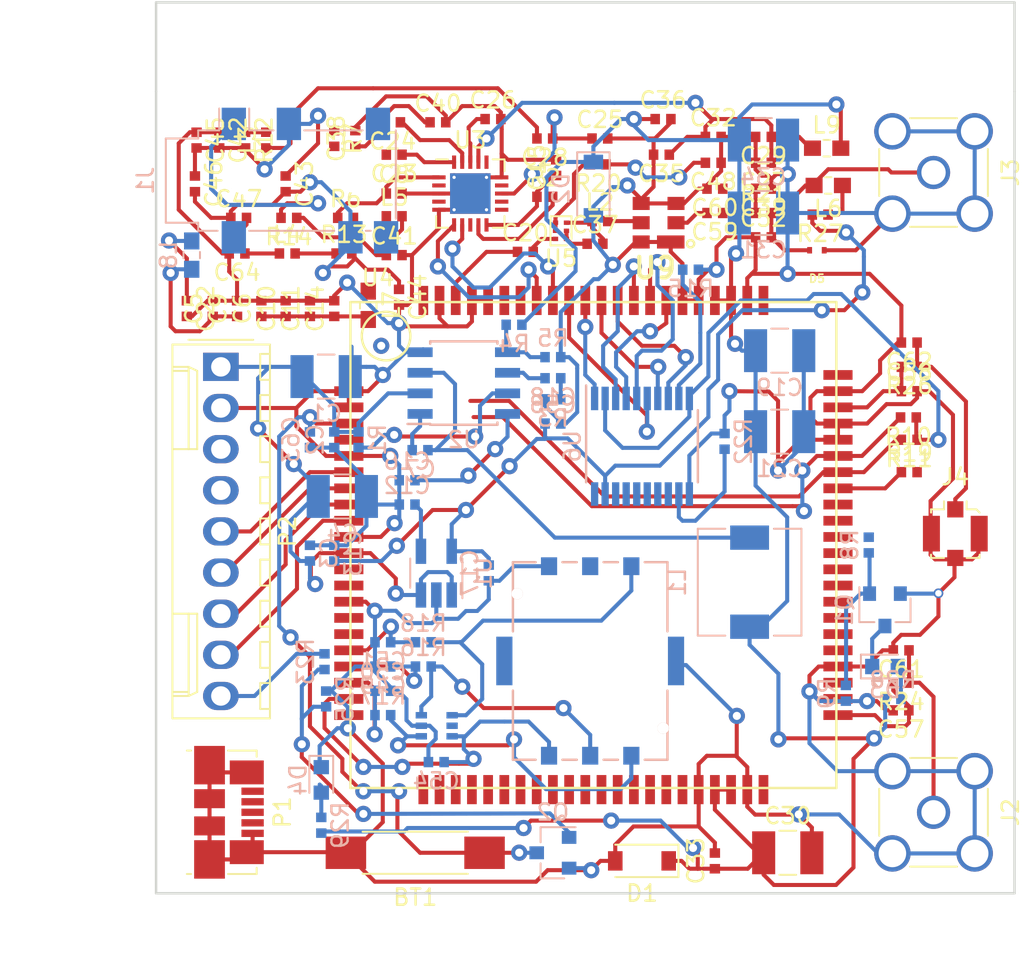
<source format=kicad_pcb>
(kicad_pcb (version 4) (host pcbnew 4.0.5+dfsg1-4)
  (layers (0 F.Cu signal) (31 B.Cu signal) (34 B.Paste user) (35 F.Paste user) (36 B.SilkS user) (37 F.SilkS user) (38 B.Mask user) (39 F.Mask user) (44 Edge.Cuts user))
  (net 0 "")
  (net 1 /PWRKEY)
  (net 2 Earth)
  (net 3 /5V)
  (net 4 /VDD_1V8)
  (net 5 /VDD_3V3)
  (net 6 "Net-(C7-Pad1)")
  (net 7 "Net-(C7-Pad2)")
  (net 8 /MIC_BIAS)
  (net 9 "Net-(C12-Pad1)")
  (net 10 "Net-(C15-Pad1)")
  (net 11 "Net-(C16-Pad1)")
  (net 12 "Net-(C18-Pad1)")
  (net 13 "Net-(C18-Pad2)")
  (net 14 /MIC_N)
  (net 15 /GnssANT)
  (net 16 "Net-(C20-Pad2)")
  (net 17 "Net-(C23-Pad1)")
  (net 18 /MIC_P)
  (net 19 "Net-(C24-Pad1)")
  (net 20 "Net-(C25-Pad1)")
  (net 21 "Net-(C26-Pad1)")
  (net 22 /EAR_P)
  (net 23 "Net-(C37-Pad1)")
  (net 24 "Net-(C37-Pad2)")
  (net 25 "Net-(C39-Pad2)")
  (net 26 "Net-(C41-Pad1)")
  (net 27 "Net-(C42-Pad2)")
  (net 28 "Net-(C43-Pad2)")
  (net 29 /USIM_RST)
  (net 30 /USIM_CLK)
  (net 31 /USIM_DATA)
  (net 32 "Net-(C52-Pad2)")
  (net 33 /USIM_VDD)
  (net 34 /MainANT)
  (net 35 /AuxANT)
  (net 36 "Net-(C59-Pad2)")
  (net 37 "Net-(C60-Pad1)")
  (net 38 "Net-(C61-Pad1)")
  (net 39 "Net-(C62-Pad1)")
  (net 40 /EAR_N)
  (net 41 "Net-(D3-Pad1)")
  (net 42 "Net-(D3-Pad2)")
  (net 43 "Net-(D4-Pad2)")
  (net 44 "Net-(J1-Pad1)")
  (net 45 "Net-(J1-Pad6)")
  (net 46 "Net-(J1-Pad5)")
  (net 47 "Net-(L2-Pad2)")
  (net 48 "Net-(L3-Pad2)")
  (net 49 "Net-(L4-Pad2)")
  (net 50 /USB_DN)
  (net 51 /USB_DP)
  (net 52 "Net-(P1-Pad4)")
  (net 53 /TXD_3V3)
  (net 54 /RXD_3V3)
  (net 55 /SPI_CLK)
  (net 56 /SPI_MISO)
  (net 57 /SPI_MOSI)
  (net 58 /SPI_CS)
  (net 59 /P6)
  (net 60 "Net-(Q1-Pad1)")
  (net 61 "Net-(Q2-Pad1)")
  (net 62 "Net-(R1-Pad1)")
  (net 63 /PCM_CLK)
  (net 64 "Net-(R4-Pad1)")
  (net 65 /NETLIGHT)
  (net 66 /SDA)
  (net 67 /SCL)
  (net 68 "Net-(R15-Pad1)")
  (net 69 /RST_EN)
  (net 70 /CLK_EN)
  (net 71 /DATA_EN)
  (net 72 "Net-(R19-Pad1)")
  (net 73 "Net-(R20-Pad2)")
  (net 74 "Net-(R22-Pad1)")
  (net 75 /PCM_IN)
  (net 76 /PCM_OUT)
  (net 77 /PCM_SYNC)
  (net 78 "Net-(U3-Pad14)")
  (net 79 "Net-(U3-Pad16)")
  (net 80 "Net-(U4-Pad4)")
  (net 81 "Net-(U4-Pad16)")
  (net 82 "Net-(U4-Pad21)")
  (net 83 "Net-(U4-Pad22)")
  (net 84 "Net-(U4-Pad23)")
  (net 85 "Net-(U4-Pad24)")
  (net 86 "Net-(U4-Pad25)")
  (net 87 "Net-(U4-Pad26)")
  (net 88 "Net-(U4-Pad27)")
  (net 89 "Net-(U4-Pad28)")
  (net 90 "Net-(U4-Pad29)")
  (net 91 "Net-(U4-Pad30)")
  (net 92 "Net-(U4-Pad31)")
  (net 93 "Net-(U4-Pad32)")
  (net 94 "Net-(U4-Pad33)")
  (net 95 "Net-(U4-Pad34)")
  (net 96 "Net-(U4-Pad35)")
  (net 97 "Net-(U4-Pad36)")
  (net 98 "Net-(U4-Pad42)")
  (net 99 "Net-(U4-Pad44)")
  (net 100 "Net-(U4-Pad45)")
  (net 101 "Net-(U4-Pad46)")
  (net 102 "Net-(U4-Pad47)")
  (net 103 "Net-(U4-Pad48)")
  (net 104 "Net-(U4-Pad49)")
  (net 105 "Net-(U4-Pad50)")
  (net 106 "Net-(U4-Pad52)")
  (net 107 "Net-(U4-Pad53)")
  (net 108 /RTS)
  (net 109 /CTS)
  (net 110 /RXD)
  (net 111 /RI)
  (net 112 /DCD)
  (net 113 /TXD)
  (net 114 /DTR)
  (net 115 "Net-(U4-Pad83)")
  (net 116 "Net-(U4-Pad84)")
  (net 117 "Net-(U4-Pad85)")
  (net 118 "Net-(U4-Pad86)")
  (net 119 "Net-(U4-Pad87)")
  (net 120 "Net-(U6-Pad13)")
  (net 121 "Net-(U6-Pad14)")
  (net 122 "Net-(U6-Pad15)")
  (net 123 "Net-(U6-Pad16)")
  (net 124 "Net-(U6-Pad17)")
  (net 125 "Net-(U7-Pad5)")
  (net 126 "Net-(U8-Pad5)")
  (net 127 "Net-(C5-Pad1)")
  (net 128 "Net-(C10-Pad1)")
  (net 129 /VBAT)
  (net 130 "Net-(C27-Pad1)")
  (module Kicad_Thuc_Lib:SIM7600E (layer F.Cu) (at 76.5 110)
    (fp_text reference U4 (at -13.3 -16.5) (layer F.SilkS))
    (fp_text value SIM7600E)
    (pad 1 smd rect (at -15.1 -9.5) (size 1.8 0.6) (layers F.Cu F.Paste F.Mask) (net 2 Earth))
    (pad 2 smd rect (at -15.1 -8.5) (size 1.8 0.6) (layers F.Cu F.Paste F.Mask) (net 2 Earth))
    (pad 3 smd rect (at -15.1 -7.5) (size 1.8 0.6) (layers F.Cu F.Paste F.Mask) (net 1 /PWRKEY))
    (pad 4 smd rect (at -15.1 -6.5) (size 1.8 0.6) (layers F.Cu F.Paste F.Mask) (net 80 "Net-(U4-Pad4)"))
    (pad 5 smd rect (at -15.1 -5.5) (size 1.8 0.6) (layers F.Cu F.Paste F.Mask) (net 2 Earth))
    (pad 6 smd rect (at -15.1 -4.5) (size 1.8 0.6) (layers F.Cu F.Paste F.Mask) (net 55 /SPI_CLK))
    (pad 7 smd rect (at -15.1 -3.5) (size 1.8 0.6) (layers F.Cu F.Paste F.Mask) (net 56 /SPI_MISO))
    (pad 8 smd rect (at -15.1 -2.5) (size 1.8 0.6) (layers F.Cu F.Paste F.Mask) (net 57 /SPI_MOSI))
    (pad 9 smd rect (at -15.1 -1.5) (size 1.8 0.6) (layers F.Cu F.Paste F.Mask) (net 58 /SPI_CS))
    (pad 10 smd rect (at -15.1 -0.5) (size 1.8 0.6) (layers F.Cu F.Paste F.Mask) (net 2 Earth))
    (pad 11 smd rect (at -15.1 0.5) (size 1.8 0.6) (layers F.Cu F.Paste F.Mask) (net 3 /5V))
    (pad 12 smd rect (at -15.1 1.5) (size 1.8 0.6) (layers F.Cu F.Paste F.Mask) (net 50 /USB_DN))
    (pad 13 smd rect (at -15.1 2.5) (size 1.8 0.6) (layers F.Cu F.Paste F.Mask) (net 51 /USB_DP))
    (pad 14 smd rect (at -15.1 3.5) (size 1.8 0.6) (layers F.Cu F.Paste F.Mask) (net 2 Earth))
    (pad 15 smd rect (at -15.1 4.5) (size 1.8 0.6) (layers F.Cu F.Paste F.Mask) (net 4 /VDD_1V8))
    (pad 16 smd rect (at -15.1 5.5) (size 1.8 0.6) (layers F.Cu F.Paste F.Mask) (net 81 "Net-(U4-Pad16)"))
    (pad 17 smd rect (at -15.1 6.5) (size 1.8 0.6) (layers F.Cu F.Paste F.Mask) (net 31 /USIM_DATA))
    (pad 18 smd rect (at -15.1 7.5) (size 1.8 0.6) (layers F.Cu F.Paste F.Mask) (net 29 /USIM_RST))
    (pad 19 smd rect (at -15.1 8.5) (size 1.8 0.6) (layers F.Cu F.Paste F.Mask) (net 30 /USIM_CLK))
    (pad 20 smd rect (at -15.1 9.5) (size 1.8 0.6) (layers F.Cu F.Paste F.Mask) (net 33 /USIM_VDD))
    (pad 81 smd rect (at -15.1 10.5) (size 1.8 0.6) (layers F.Cu F.Paste F.Mask) (net 2 Earth))
    (pad 84 smd rect (at -10.5 15.1) (size 0.6 1.8) (layers F.Cu F.Paste F.Mask) (net 116 "Net-(U4-Pad84)"))
    (pad 21 smd rect (at -9.5 15.1) (size 0.6 1.8) (layers F.Cu F.Paste F.Mask) (net 82 "Net-(U4-Pad21)"))
    (pad 22 smd rect (at -8.5 15.1) (size 0.6 1.8) (layers F.Cu F.Paste F.Mask) (net 83 "Net-(U4-Pad22)"))
    (pad 23 smd rect (at -7.5 15.1) (size 0.6 1.8) (layers F.Cu F.Paste F.Mask) (net 84 "Net-(U4-Pad23)"))
    (pad 24 smd rect (at -6.5 15.1) (size 0.6 1.8) (layers F.Cu F.Paste F.Mask) (net 85 "Net-(U4-Pad24)"))
    (pad 25 smd rect (at -5.5 15.1) (size 0.6 1.8) (layers F.Cu F.Paste F.Mask) (net 86 "Net-(U4-Pad25)"))
    (pad 26 smd rect (at -4.5 15.1) (size 0.6 1.8) (layers F.Cu F.Paste F.Mask) (net 87 "Net-(U4-Pad26)"))
    (pad 27 smd rect (at -3.5 15.1) (size 0.6 1.8) (layers F.Cu F.Paste F.Mask) (net 88 "Net-(U4-Pad27)"))
    (pad 28 smd rect (at -2.5 15.1) (size 0.6 1.8) (layers F.Cu F.Paste F.Mask) (net 89 "Net-(U4-Pad28)"))
    (pad 29 smd rect (at -1.5 15.1) (size 0.6 1.8) (layers F.Cu F.Paste F.Mask) (net 90 "Net-(U4-Pad29)"))
    (pad 30 smd rect (at -0.5 15.1) (size 0.6 1.8) (layers F.Cu F.Paste F.Mask) (net 91 "Net-(U4-Pad30)"))
    (pad 31 smd rect (at 0.5 15.1) (size 0.6 1.8) (layers F.Cu F.Paste F.Mask) (net 92 "Net-(U4-Pad31)"))
    (pad 32 smd rect (at 1.5 15.1) (size 0.6 1.8) (layers F.Cu F.Paste F.Mask) (net 93 "Net-(U4-Pad32)"))
    (pad 33 smd rect (at 2.5 15.1) (size 0.6 1.8) (layers F.Cu F.Paste F.Mask) (net 94 "Net-(U4-Pad33)"))
    (pad 34 smd rect (at 3.5 15.1) (size 0.6 1.8) (layers F.Cu F.Paste F.Mask) (net 95 "Net-(U4-Pad34)"))
    (pad 35 smd rect (at 4.5 15.1) (size 0.6 1.8) (layers F.Cu F.Paste F.Mask) (net 96 "Net-(U4-Pad35)"))
    (pad 36 smd rect (at 5.5 15.1) (size 0.6 1.8) (layers F.Cu F.Paste F.Mask) (net 97 "Net-(U4-Pad36)"))
    (pad 37 smd rect (at 6.5 15.1) (size 0.6 1.8) (layers F.Cu F.Paste F.Mask) (net 2 Earth))
    (pad 38 smd rect (at 7.5 15.1) (size 0.6 1.8) (layers F.Cu F.Paste F.Mask) (net 129 /VBAT))
    (pad 39 smd rect (at 8.5 15.1) (size 0.6 1.8) (layers F.Cu F.Paste F.Mask) (net 129 /VBAT))
    (pad 40 smd rect (at 9.5 15.1) (size 0.6 1.8) (layers F.Cu F.Paste F.Mask) (net 2 Earth))
    (pad 83 smd rect (at 10.5 15.1) (size 0.6 1.8) (layers F.Cu F.Paste F.Mask) (net 115 "Net-(U4-Pad83)"))
    (pad 82 smd rect (at 15.1 10.5) (size 1.8 0.6) (layers F.Cu F.Paste F.Mask) (net 34 /MainANT))
    (pad 41 smd rect (at 15.1 9.5) (size 1.8 0.6) (layers F.Cu F.Paste F.Mask) (net 2 Earth))
    (pad 42 smd rect (at 15.1 8.5) (size 1.8 0.6) (layers F.Cu F.Paste F.Mask) (net 98 "Net-(U4-Pad42)"))
    (pad 43 smd rect (at 15.1 7.5) (size 1.8 0.6) (layers F.Cu F.Paste F.Mask) (net 2 Earth))
    (pad 44 smd rect (at 15.1 6.5) (size 1.8 0.6) (layers F.Cu F.Paste F.Mask) (net 99 "Net-(U4-Pad44)"))
    (pad 45 smd rect (at 15.1 5.5) (size 1.8 0.6) (layers F.Cu F.Paste F.Mask) (net 100 "Net-(U4-Pad45)"))
    (pad 46 smd rect (at 15.1 4.5) (size 1.8 0.6) (layers F.Cu F.Paste F.Mask) (net 101 "Net-(U4-Pad46)"))
    (pad 47 smd rect (at 15.1 3.5) (size 1.8 0.6) (layers F.Cu F.Paste F.Mask) (net 102 "Net-(U4-Pad47)"))
    (pad 48 smd rect (at 15.1 2.5) (size 1.8 0.6) (layers F.Cu F.Paste F.Mask) (net 103 "Net-(U4-Pad48)"))
    (pad 49 smd rect (at 15.1 1.5) (size 1.8 0.6) (layers F.Cu F.Paste F.Mask) (net 104 "Net-(U4-Pad49)"))
    (pad 50 smd rect (at 15.1 0.5) (size 1.8 0.6) (layers F.Cu F.Paste F.Mask) (net 105 "Net-(U4-Pad50)"))
    (pad 51 smd rect (at 15.1 -0.5) (size 1.8 0.6) (layers F.Cu F.Paste F.Mask) (net 65 /NETLIGHT))
    (pad 52 smd rect (at 15.1 -1.5) (size 1.8 0.6) (layers F.Cu F.Paste F.Mask) (net 106 "Net-(U4-Pad52)"))
    (pad 53 smd rect (at 15.1 -2.5) (size 1.8 0.6) (layers F.Cu F.Paste F.Mask) (net 107 "Net-(U4-Pad53)"))
    (pad 54 smd rect (at 15.1 -3.5) (size 1.8 0.6) (layers F.Cu F.Paste F.Mask) (net 72 "Net-(R19-Pad1)"))
    (pad 55 smd rect (at 15.1 -4.5) (size 1.8 0.6) (layers F.Cu F.Paste F.Mask) (net 67 /SCL))
    (pad 56 smd rect (at 15.1 -5.5) (size 1.8 0.6) (layers F.Cu F.Paste F.Mask) (net 66 /SDA))
    (pad 57 smd rect (at 15.1 -6.5) (size 1.8 0.6) (layers F.Cu F.Paste F.Mask) (net 2 Earth))
    (pad 58 smd rect (at 15.1 -7.5) (size 1.8 0.6) (layers F.Cu F.Paste F.Mask) (net 2 Earth))
    (pad 59 smd rect (at 15.1 -8.5) (size 1.8 0.6) (layers F.Cu F.Paste F.Mask) (net 35 /AuxANT))
    (pad 60 smd rect (at 15.1 -9.5) (size 1.8 0.6) (layers F.Cu F.Paste F.Mask) (net 2 Earth))
    (pad 85 smd rect (at 15.1 -10.5) (size 1.8 0.6) (layers F.Cu F.Paste F.Mask) (net 117 "Net-(U4-Pad85)"))
    (pad 87 smd rect (at 10.5 -15.1) (size 0.6 1.8) (layers F.Cu F.Paste F.Mask) (net 119 "Net-(U4-Pad87)"))
    (pad 61 smd rect (at 9.5 -15.1) (size 0.6 1.8) (layers F.Cu F.Paste F.Mask) (net 2 Earth))
    (pad 62 smd rect (at 8.5 -15.1) (size 0.6 1.8) (layers F.Cu F.Paste F.Mask) (net 129 /VBAT))
    (pad 63 smd rect (at 7.5 -15.1) (size 0.6 1.8) (layers F.Cu F.Paste F.Mask) (net 129 /VBAT))
    (pad 64 smd rect (at 6.5 -15.1) (size 0.6 1.8) (layers F.Cu F.Paste F.Mask) (net 2 Earth))
    (pad 65 smd rect (at 5.5 -15.1) (size 0.6 1.8) (layers F.Cu F.Paste F.Mask) (net 2 Earth))
    (pad 66 smd rect (at 4.5 -15.1) (size 0.6 1.8) (layers F.Cu F.Paste F.Mask) (net 108 /RTS))
    (pad 67 smd rect (at 3.5 -15.1) (size 0.6 1.8) (layers F.Cu F.Paste F.Mask) (net 109 /CTS))
    (pad 68 smd rect (at 2.5 -15.1) (size 0.6 1.8) (layers F.Cu F.Paste F.Mask) (net 110 /RXD))
    (pad 69 smd rect (at 1.5 -15.1) (size 0.6 1.8) (layers F.Cu F.Paste F.Mask) (net 111 /RI))
    (pad 70 smd rect (at 0.5 -15.1) (size 0.6 1.8) (layers F.Cu F.Paste F.Mask) (net 112 /DCD))
    (pad 71 smd rect (at -0.5 -15.1) (size 0.6 1.8) (layers F.Cu F.Paste F.Mask) (net 113 /TXD))
    (pad 72 smd rect (at -1.5 -15.1) (size 0.6 1.8) (layers F.Cu F.Paste F.Mask) (net 114 /DTR))
    (pad 73 smd rect (at -2.5 -15.1) (size 0.6 1.8) (layers F.Cu F.Paste F.Mask) (net 76 /PCM_OUT))
    (pad 74 smd rect (at -3.5 -15.1) (size 0.6 1.8) (layers F.Cu F.Paste F.Mask) (net 75 /PCM_IN))
    (pad 75 smd rect (at -4.5 -15.1) (size 0.6 1.8) (layers F.Cu F.Paste F.Mask) (net 77 /PCM_SYNC))
    (pad 76 smd rect (at -5.5 -15.1) (size 0.6 1.8) (layers F.Cu F.Paste F.Mask) (net 63 /PCM_CLK))
    (pad 77 smd rect (at -6.5 -15.1) (size 0.6 1.8) (layers F.Cu F.Paste F.Mask) (net 2 Earth))
    (pad 78 smd rect (at -7.5 -15.1) (size 0.6 1.8) (layers F.Cu F.Paste F.Mask) (net 2 Earth))
    (pad 79 smd rect (at -8.5 -15.1) (size 0.6 1.8) (layers F.Cu F.Paste F.Mask) (net 15 /GnssANT))
    (pad 80 smd rect (at -9.5 -15.1) (size 0.6 1.8) (layers F.Cu F.Paste F.Mask) (net 2 Earth))
    (pad 86 smd rect (at -10.5 -15.1) (size 0.6 1.8) (layers F.Cu F.Paste F.Mask) (net 118 "Net-(U4-Pad86)"))
  )
  (module Capacitor_SMD:C_0402_1005Metric (layer F.Cu) (at 70.3 83.7)
    (fp_text reference C26 (at 0 -1.17) (layer F.SilkS))
    (fp_text value 4.7uF)
    (pad 1 smd rect (at -0.485 0) (size 0.59 0.64) (layers F.Cu F.Paste F.Mask) (net 21 "Net-(C26-Pad1)"))
    (pad 2 smd rect (at 0.485 0) (size 0.59 0.64) (layers F.Cu F.Paste F.Mask) (net 2 Earth))
  )
  (module Button_Switch_SMD:SW_SPST_REED_CT05-XXXX-G1 (layer F.Cu) (at 65.5 129)
    (fp_text reference BT1 (at 0 2.75) (layer F.SilkS))
    (fp_text value PWR_KEY)
    (pad 2 smd rect (at 4.28 0) (size 2.5 2) (layers F.Cu F.Paste F.Mask) (net 1 /PWRKEY))
    (pad 1 smd rect (at -4.28 0) (size 2.5 2) (layers F.Cu F.Paste F.Mask) (net 2 Earth))
  )
  (module Capacitor_SMD:C_1210_3225Metric_Pad1.42x2.65mm_HandSolder (layer B.Cu) (at 60 99.6)
    (fp_text reference C1 (at 0 2.28) (layer B.SilkS) (effects (justify mirror)))
    (fp_text value 100uF)
    (pad 1 smd rect (at -1.4875 0) (size 1.425 2.65) (layers B.Cu B.Paste B.Mask) (net 3 /5V))
    (pad 2 smd rect (at 1.4875 0) (size 1.425 2.65) (layers B.Cu B.Paste B.Mask) (net 2 Earth))
  )
  (module Capacitor_SMD:C_0402_1005Metric (layer B.Cu) (at 60.5 103.5 270)
    (fp_text reference C2 (at 0 1.17 270) (layer B.SilkS) (effects (justify mirror)))
    (fp_text value 10uF)
    (pad 1 smd rect (at -0.485 0 270) (size 0.59 0.64) (layers B.Cu B.Paste B.Mask) (net 3 /5V))
    (pad 2 smd rect (at 0.485 0 270) (size 0.59 0.64) (layers B.Cu B.Paste B.Mask) (net 2 Earth))
  )
  (module Capacitor_SMD:C_0402_1005Metric (layer B.Cu) (at 59 110.5 90)
    (fp_text reference C3 (at 0 1.17 90) (layer B.SilkS) (effects (justify mirror)))
    (fp_text value 1uF)
    (pad 1 smd rect (at -0.485 0 90) (size 0.59 0.64) (layers B.Cu B.Paste B.Mask) (net 3 /5V))
    (pad 2 smd rect (at 0.485 0 90) (size 0.59 0.64) (layers B.Cu B.Paste B.Mask) (net 2 Earth))
  )
  (module Capacitor_SMD:C_1210_3225Metric_Pad1.42x2.65mm_HandSolder (layer B.Cu) (at 61 107)
    (fp_text reference C4 (at 0 2.28) (layer B.SilkS) (effects (justify mirror)))
    (fp_text value 100uF)
    (pad 1 smd rect (at -1.4875 0) (size 1.425 2.65) (layers B.Cu B.Paste B.Mask) (net 3 /5V))
    (pad 2 smd rect (at 1.4875 0) (size 1.425 2.65) (layers B.Cu B.Paste B.Mask) (net 2 Earth))
  )
  (module Capacitor_SMD:C_0402_1005Metric (layer F.Cu) (at 53 95.4 90)
    (fp_text reference C5 (at 0 -1.17 90) (layer F.SilkS))
    (fp_text value 4.7uF)
    (pad 1 smd rect (at -0.485 0 90) (size 0.59 0.64) (layers F.Cu F.Paste F.Mask) (net 127 "Net-(C5-Pad1)"))
    (pad 2 smd rect (at 0.485 0 90) (size 0.59 0.64) (layers F.Cu F.Paste F.Mask) (net 2 Earth))
  )
  (module Capacitor_SMD:C_0402_1005Metric (layer F.Cu) (at 56 95.4 90)
    (fp_text reference C6 (at 0 -1.17 90) (layer F.SilkS))
    (fp_text value 4.7uF)
    (pad 1 smd rect (at -0.485 0 90) (size 0.59 0.64) (layers F.Cu F.Paste F.Mask) (net 128 "Net-(C10-Pad1)"))
    (pad 2 smd rect (at 0.485 0 90) (size 0.59 0.64) (layers F.Cu F.Paste F.Mask) (net 2 Earth))
  )
  (module Capacitor_SMD:C_0402_1005Metric (layer B.Cu) (at 65.7987 104.14)
    (fp_text reference C7 (at 0 1.17) (layer B.SilkS) (effects (justify mirror)))
    (fp_text value 10nF)
    (pad 1 smd rect (at -0.485 0) (size 0.59 0.64) (layers B.Cu B.Paste B.Mask) (net 6 "Net-(C7-Pad1)"))
    (pad 2 smd rect (at 0.485 0) (size 0.59 0.64) (layers B.Cu B.Paste B.Mask) (net 7 "Net-(C7-Pad2)"))
  )
  (module Capacitor_SMD:C_0402_1005Metric (layer F.Cu) (at 64.2 88.3)
    (fp_text reference C8 (at 0 -1.17) (layer F.SilkS))
    (fp_text value 4.7uF)
    (pad 1 smd rect (at -0.485 0) (size 0.59 0.64) (layers F.Cu F.Paste F.Mask) (net 8 /MIC_BIAS))
    (pad 2 smd rect (at 0.485 0) (size 0.59 0.64) (layers F.Cu F.Paste F.Mask) (net 2 Earth))
  )
  (module Capacitor_SMD:C_0402_1005Metric (layer F.Cu) (at 54.5 95.4 90)
    (fp_text reference C9 (at 0 -1.17 90) (layer F.SilkS))
    (fp_text value 100nF)
    (pad 1 smd rect (at -0.485 0 90) (size 0.59 0.64) (layers F.Cu F.Paste F.Mask) (net 127 "Net-(C5-Pad1)"))
    (pad 2 smd rect (at 0.485 0 90) (size 0.59 0.64) (layers F.Cu F.Paste F.Mask) (net 2 Earth))
  )
  (module Capacitor_SMD:C_0402_1005Metric (layer F.Cu) (at 57.5 95.4 90)
    (fp_text reference C10 (at 0 -1.17 90) (layer F.SilkS))
    (fp_text value 100nF)
    (pad 1 smd rect (at -0.485 0 90) (size 0.59 0.64) (layers F.Cu F.Paste F.Mask) (net 128 "Net-(C10-Pad1)"))
    (pad 2 smd rect (at 0.485 0 90) (size 0.59 0.64) (layers F.Cu F.Paste F.Mask) (net 2 Earth))
  )
  (module Capacitor_SMD:C_0402_1005Metric (layer F.Cu) (at 59 95.4 90)
    (fp_text reference C11 (at 0 -1.17 90) (layer F.SilkS))
    (fp_text value 10pF)
    (pad 1 smd rect (at -0.485 0 90) (size 0.59 0.64) (layers F.Cu F.Paste F.Mask) (net 128 "Net-(C10-Pad1)"))
    (pad 2 smd rect (at 0.485 0 90) (size 0.59 0.64) (layers F.Cu F.Paste F.Mask) (net 2 Earth))
  )
  (module Capacitor_SMD:C_0402_1005Metric (layer B.Cu) (at 65 107.5 180)
    (fp_text reference C12 (at 0 1.17 180) (layer B.SilkS) (effects (justify mirror)))
    (fp_text value 22nF)
    (pad 1 smd rect (at -0.485 0 180) (size 0.59 0.64) (layers B.Cu B.Paste B.Mask) (net 9 "Net-(C12-Pad1)"))
    (pad 2 smd rect (at 0.485 0 180) (size 0.59 0.64) (layers B.Cu B.Paste B.Mask) (net 2 Earth))
  )
  (module Capacitor_SMD:C_0402_1005Metric (layer B.Cu) (at 60.5 110.5 90)
    (fp_text reference C13 (at 0 1.17 90) (layer B.SilkS) (effects (justify mirror)))
    (fp_text value 10uF)
    (pad 1 smd rect (at -0.485 0 90) (size 0.59 0.64) (layers B.Cu B.Paste B.Mask) (net 5 /VDD_3V3))
    (pad 2 smd rect (at 0.485 0 90) (size 0.59 0.64) (layers B.Cu B.Paste B.Mask) (net 2 Earth))
  )
  (module Capacitor_SMD:C_0402_1005Metric (layer F.Cu) (at 60.5 95.4 90)
    (fp_text reference C14 (at 0 -1.17 90) (layer F.SilkS))
    (fp_text value 33pF)
    (pad 1 smd rect (at -0.485 0 90) (size 0.59 0.64) (layers F.Cu F.Paste F.Mask) (net 128 "Net-(C10-Pad1)"))
    (pad 2 smd rect (at 0.485 0 90) (size 0.59 0.64) (layers F.Cu F.Paste F.Mask) (net 2 Earth))
  )
  (module Capacitor_SMD:C_0402_1005Metric (layer F.Cu) (at 74.2 86.7 90)
    (fp_text reference C15 (at 0 -1.17 90) (layer F.SilkS))
    (fp_text value 100pF)
    (pad 1 smd rect (at -0.485 0 90) (size 0.59 0.64) (layers F.Cu F.Paste F.Mask) (net 10 "Net-(C15-Pad1)"))
    (pad 2 smd rect (at 0.485 0 90) (size 0.59 0.64) (layers F.Cu F.Paste F.Mask) (net 2 Earth))
  )
  (module Capacitor_SMD:C_0402_1005Metric (layer B.Cu) (at 65 106 180)
    (fp_text reference C16 (at 0 1.17 180) (layer B.SilkS) (effects (justify mirror)))
    (fp_text value 100nF)
    (pad 1 smd rect (at -0.485 0 180) (size 0.59 0.64) (layers B.Cu B.Paste B.Mask) (net 11 "Net-(C16-Pad1)"))
    (pad 2 smd rect (at 0.485 0 180) (size 0.59 0.64) (layers B.Cu B.Paste B.Mask) (net 2 Earth))
  )
  (module Capacitor_SMD:C_0402_1005Metric (layer B.Cu) (at 70.0405 111.7219 270)
    (fp_text reference C17 (at 0 1.17 270) (layer B.SilkS) (effects (justify mirror)))
    (fp_text value 100nF)
    (pad 1 smd rect (at -0.485 0 270) (size 0.59 0.64) (layers B.Cu B.Paste B.Mask) (net 5 /VDD_3V3))
    (pad 2 smd rect (at 0.485 0 270) (size 0.59 0.64) (layers B.Cu B.Paste B.Mask) (net 2 Earth))
  )
  (module Capacitor_SMD:C_0402_1005Metric (layer B.Cu) (at 74 99.7)
    (fp_text reference C18 (at 0 1.17) (layer B.SilkS) (effects (justify mirror)))
    (fp_text value 3.3nF)
    (pad 1 smd rect (at -0.485 0) (size 0.59 0.64) (layers B.Cu B.Paste B.Mask) (net 12 "Net-(C18-Pad1)"))
    (pad 2 smd rect (at 0.485 0) (size 0.59 0.64) (layers B.Cu B.Paste B.Mask) (net 13 "Net-(C18-Pad2)"))
  )
  (module Capacitor_SMD:C_1210_3225Metric_Pad1.42x2.65mm_HandSolder (layer B.Cu) (at 88 98)
    (fp_text reference C19 (at 0 2.28) (layer B.SilkS) (effects (justify mirror)))
    (fp_text value 100uF)
    (pad 1 smd rect (at -1.4875 0) (size 1.425 2.65) (layers B.Cu B.Paste B.Mask) (net 129 /VBAT))
    (pad 2 smd rect (at 1.4875 0) (size 1.425 2.65) (layers B.Cu B.Paste B.Mask) (net 2 Earth))
  )
  (module Capacitor_SMD:C_0402_1005Metric (layer F.Cu) (at 72.3 91.9)
    (fp_text reference C20 (at 0 -1.17) (layer F.SilkS))
    (fp_text value 33pF)
    (pad 1 smd rect (at -0.485 0) (size 0.59 0.64) (layers F.Cu F.Paste F.Mask) (net 15 /GnssANT))
    (pad 2 smd rect (at 0.485 0) (size 0.59 0.64) (layers F.Cu F.Paste F.Mask) (net 16 "Net-(C20-Pad2)"))
  )
  (module Capacitor_SMD:C_1210_3225Metric_Pad1.42x2.65mm_HandSolder (layer B.Cu) (at 88 103)
    (fp_text reference C21 (at 0 2.28) (layer B.SilkS) (effects (justify mirror)))
    (fp_text value 100uF)
    (pad 1 smd rect (at -1.4875 0) (size 1.425 2.65) (layers B.Cu B.Paste B.Mask) (net 129 /VBAT))
    (pad 2 smd rect (at 1.4875 0) (size 1.425 2.65) (layers B.Cu B.Paste B.Mask) (net 2 Earth))
  )
  (module Capacitor_SMD:C_0402_1005Metric (layer F.Cu) (at 51.4 95.4 270)
    (fp_text reference C22 (at 0 -1.17 270) (layer F.SilkS))
    (fp_text value 10pF)
    (pad 1 smd rect (at -0.485 0 270) (size 0.59 0.64) (layers F.Cu F.Paste F.Mask) (net 4 /VDD_1V8))
    (pad 2 smd rect (at 0.485 0 270) (size 0.59 0.64) (layers F.Cu F.Paste F.Mask) (net 2 Earth))
  )
  (module Capacitor_SMD:C_0402_1005Metric (layer F.Cu) (at 64.2 85.9 180)
    (fp_text reference C23 (at 0 -1.17 180) (layer F.SilkS))
    (fp_text value 1uF)
    (pad 1 smd rect (at -0.485 0 180) (size 0.59 0.64) (layers F.Cu F.Paste F.Mask) (net 17 "Net-(C23-Pad1)"))
    (pad 2 smd rect (at 0.485 0 180) (size 0.59 0.64) (layers F.Cu F.Paste F.Mask) (net 18 /MIC_P))
  )
  (module Capacitor_SMD:C_0402_1005Metric (layer F.Cu) (at 64.1 83.9 180)
    (fp_text reference C24 (at 0 -1.17 180) (layer F.SilkS))
    (fp_text value 1uF)
    (pad 1 smd rect (at -0.485 0 180) (size 0.59 0.64) (layers F.Cu F.Paste F.Mask) (net 19 "Net-(C24-Pad1)"))
    (pad 2 smd rect (at 0.485 0 180) (size 0.59 0.64) (layers F.Cu F.Paste F.Mask) (net 14 /MIC_N))
  )
  (module Capacitor_SMD:C_0402_1005Metric (layer F.Cu) (at 76.9 84.9)
    (fp_text reference C25 (at 0 -1.17) (layer F.SilkS))
    (fp_text value 10pF)
    (pad 1 smd rect (at -0.485 0) (size 0.59 0.64) (layers F.Cu F.Paste F.Mask) (net 20 "Net-(C25-Pad1)"))
    (pad 2 smd rect (at 0.485 0) (size 0.59 0.64) (layers F.Cu F.Paste F.Mask) (net 2 Earth))
  )
  (module Capacitor_SMD:C_0402_1005Metric (layer F.Cu) (at 87 86.4 180)
    (fp_text reference C27 (at 0 -1.17 180) (layer F.SilkS))
    (fp_text value 33pF)
    (pad 1 smd rect (at -0.485 0 180) (size 0.59 0.64) (layers F.Cu F.Paste F.Mask) (net 130 "Net-(C27-Pad1)"))
    (pad 2 smd rect (at 0.485 0 180) (size 0.59 0.64) (layers F.Cu F.Paste F.Mask) (net 2 Earth))
  )
  (module Capacitor_SMD:C_0402_1005Metric (layer F.Cu) (at 73.5 84.9 180)
    (fp_text reference C28 (at 0 -1.17 180) (layer F.SilkS))
    (fp_text value 1uF)
    (pad 1 smd rect (at -0.485 0 180) (size 0.59 0.64) (layers F.Cu F.Paste F.Mask) (net 20 "Net-(C25-Pad1)"))
    (pad 2 smd rect (at 0.485 0 180) (size 0.59 0.64) (layers F.Cu F.Paste F.Mask) (net 22 /EAR_P))
  )
  (module Capacitor_SMD:C_0402_1005Metric (layer F.Cu) (at 87 84.8 180)
    (fp_text reference C29 (at 0 -1.17 180) (layer F.SilkS))
    (fp_text value 10pF)
    (pad 1 smd rect (at -0.485 0 180) (size 0.59 0.64) (layers F.Cu F.Paste F.Mask) (net 130 "Net-(C27-Pad1)"))
    (pad 2 smd rect (at 0.485 0 180) (size 0.59 0.64) (layers F.Cu F.Paste F.Mask) (net 2 Earth))
  )
  (module Capacitor_SMD:C_1210_3225Metric_Pad1.42x2.65mm_HandSolder (layer F.Cu) (at 88.5 129)
    (fp_text reference C30 (at 0 -2.28) (layer F.SilkS))
    (fp_text value 100uF)
    (pad 1 smd rect (at -1.4875 0) (size 1.425 2.65) (layers F.Cu F.Paste F.Mask) (net 129 /VBAT))
    (pad 2 smd rect (at 1.4875 0) (size 1.425 2.65) (layers F.Cu F.Paste F.Mask) (net 2 Earth))
  )
  (module Capacitor_SMD:C_1210_3225Metric_Pad1.42x2.65mm_HandSolder (layer B.Cu) (at 87 89.5)
    (fp_text reference C31 (at 0 2.28) (layer B.SilkS) (effects (justify mirror)))
    (fp_text value 100uF)
    (pad 1 smd rect (at -1.4875 0) (size 1.425 2.65) (layers B.Cu B.Paste B.Mask) (net 129 /VBAT))
    (pad 2 smd rect (at 1.4875 0) (size 1.425 2.65) (layers B.Cu B.Paste B.Mask) (net 2 Earth))
  )
  (module Capacitor_SMD:C_0402_1005Metric (layer F.Cu) (at 83.9 84.8)
    (fp_text reference C32 (at 0 -1.17) (layer F.SilkS))
    (fp_text value 100nF)
    (pad 1 smd rect (at -0.485 0) (size 0.59 0.64) (layers F.Cu F.Paste F.Mask) (net 130 "Net-(C27-Pad1)"))
    (pad 2 smd rect (at 0.485 0) (size 0.59 0.64) (layers F.Cu F.Paste F.Mask) (net 2 Earth))
  )
  (module Capacitor_SMD:C_0402_1005Metric (layer F.Cu) (at 84 129.5 90)
    (fp_text reference C33 (at 0 -1.17 90) (layer F.SilkS))
    (fp_text value 1uF)
    (pad 1 smd rect (at -0.485 0 90) (size 0.59 0.64) (layers F.Cu F.Paste F.Mask) (net 129 /VBAT))
    (pad 2 smd rect (at 0.485 0 90) (size 0.59 0.64) (layers F.Cu F.Paste F.Mask) (net 2 Earth))
  )
  (module Capacitor_SMD:C_1210_3225Metric_Pad1.42x2.65mm_HandSolder (layer B.Cu) (at 87 85)
    (fp_text reference C34 (at 0 2.28) (layer B.SilkS) (effects (justify mirror)))
    (fp_text value 100uF)
    (pad 1 smd rect (at -1.4875 0) (size 1.425 2.65) (layers B.Cu B.Paste B.Mask) (net 129 /VBAT))
    (pad 2 smd rect (at 1.4875 0) (size 1.425 2.65) (layers B.Cu B.Paste B.Mask) (net 2 Earth))
  )
  (module Capacitor_SMD:C_0402_1005Metric (layer F.Cu) (at 80.7 85.9 180)
    (fp_text reference C35 (at 0 -1.17 180) (layer F.SilkS))
    (fp_text value 4.7uF)
    (pad 1 smd rect (at -0.485 0 180) (size 0.59 0.64) (layers F.Cu F.Paste F.Mask) (net 130 "Net-(C27-Pad1)"))
    (pad 2 smd rect (at 0.485 0 180) (size 0.59 0.64) (layers F.Cu F.Paste F.Mask) (net 2 Earth))
  )
  (module Capacitor_SMD:C_0402_1005Metric (layer F.Cu) (at 80.8 83.7)
    (fp_text reference C36 (at 0 -1.17) (layer F.SilkS))
    (fp_text value 1uF)
    (pad 1 smd rect (at -0.485 0) (size 0.59 0.64) (layers F.Cu F.Paste F.Mask) (net 129 /VBAT))
    (pad 2 smd rect (at 0.485 0) (size 0.59 0.64) (layers F.Cu F.Paste F.Mask) (net 2 Earth))
  )
  (module Capacitor_SMD:C_0402_1005Metric (layer F.Cu) (at 76.6 91.4)
    (fp_text reference C37 (at 0 -1.17) (layer F.SilkS))
    (fp_text value NC)
    (pad 1 smd rect (at -0.485 0) (size 0.59 0.64) (layers F.Cu F.Paste F.Mask) (net 23 "Net-(C37-Pad1)"))
    (pad 2 smd rect (at 0.485 0) (size 0.59 0.64) (layers F.Cu F.Paste F.Mask) (net 24 "Net-(C37-Pad2)"))
  )
  (module Capacitor_SMD:C_0402_1005Metric (layer F.Cu) (at 61.8 84.9 90)
    (fp_text reference C38 (at 0 -1.17 90) (layer F.SilkS))
    (fp_text value 10pF)
    (pad 1 smd rect (at -0.485 0 90) (size 0.59 0.64) (layers F.Cu F.Paste F.Mask) (net 14 /MIC_N))
    (pad 2 smd rect (at 0.485 0 90) (size 0.59 0.64) (layers F.Cu F.Paste F.Mask) (net 2 Earth))
  )
  (module Capacitor_SMD:C_0402_1005Metric (layer F.Cu) (at 87 88 180)
    (fp_text reference C39 (at 0 -1.17 180) (layer F.SilkS))
    (fp_text value NM)
    (pad 1 smd rect (at -0.485 0 180) (size 0.59 0.64) (layers F.Cu F.Paste F.Mask) (net 2 Earth))
    (pad 2 smd rect (at 0.485 0 180) (size 0.59 0.64) (layers F.Cu F.Paste F.Mask) (net 25 "Net-(C39-Pad2)"))
  )
  (module Capacitor_SMD:C_0402_1005Metric (layer F.Cu) (at 66.9 83.9)
    (fp_text reference C40 (at 0 -1.17) (layer F.SilkS))
    (fp_text value 100nF)
    (pad 1 smd rect (at -0.485 0) (size 0.59 0.64) (layers F.Cu F.Paste F.Mask) (net 14 /MIC_N))
    (pad 2 smd rect (at 0.485 0) (size 0.59 0.64) (layers F.Cu F.Paste F.Mask) (net 2 Earth))
  )
  (module Capacitor_SMD:C_0402_1005Metric (layer F.Cu) (at 64.2 92.1)
    (fp_text reference C41 (at 0 -1.17) (layer F.SilkS))
    (fp_text value 10pF)
    (pad 1 smd rect (at -0.485 0) (size 0.59 0.64) (layers F.Cu F.Paste F.Mask) (net 26 "Net-(C41-Pad1)"))
    (pad 2 smd rect (at 0.485 0) (size 0.59 0.64) (layers F.Cu F.Paste F.Mask) (net 2 Earth))
  )
  (module Capacitor_SMD:C_0402_1005Metric (layer F.Cu) (at 53.4 85 270)
    (fp_text reference C42 (at 0 -1.17 270) (layer F.SilkS))
    (fp_text value 10pF)
    (pad 1 smd rect (at -0.485 0 270) (size 0.59 0.64) (layers F.Cu F.Paste F.Mask) (net 2 Earth))
    (pad 2 smd rect (at 0.485 0 270) (size 0.59 0.64) (layers F.Cu F.Paste F.Mask) (net 27 "Net-(C42-Pad2)"))
  )
  (module Capacitor_SMD:C_0402_1005Metric (layer F.Cu) (at 57.5 87.7 270)
    (fp_text reference C43 (at 0 -1.17 270) (layer F.SilkS))
    (fp_text value 33pF)
    (pad 1 smd rect (at -0.485 0 270) (size 0.59 0.64) (layers F.Cu F.Paste F.Mask) (net 27 "Net-(C42-Pad2)"))
    (pad 2 smd rect (at 0.485 0 270) (size 0.59 0.64) (layers F.Cu F.Paste F.Mask) (net 28 "Net-(C43-Pad2)"))
  )
  (module Capacitor_SMD:C_0402_1005Metric (layer F.Cu) (at 64.5 94.7 270)
    (fp_text reference C44 (at 0 -1.17 270) (layer F.SilkS))
    (fp_text value 10pF)
    (pad 1 smd rect (at -0.485 0 270) (size 0.59 0.64) (layers F.Cu F.Paste F.Mask) (net 28 "Net-(C43-Pad2)"))
    (pad 2 smd rect (at 0.485 0 270) (size 0.59 0.64) (layers F.Cu F.Paste F.Mask) (net 2 Earth))
  )
  (module Capacitor_SMD:C_0402_1005Metric (layer F.Cu) (at 52 85 270)
    (fp_text reference C45 (at 0 -1.17 270) (layer F.SilkS))
    (fp_text value 30pF)
    (pad 1 smd rect (at -0.485 0 270) (size 0.59 0.64) (layers F.Cu F.Paste F.Mask) (net 2 Earth))
    (pad 2 smd rect (at 0.485 0 270) (size 0.59 0.64) (layers F.Cu F.Paste F.Mask) (net 27 "Net-(C42-Pad2)"))
  )
  (module Capacitor_SMD:C_0402_1005Metric (layer F.Cu) (at 51.9 87.7 270)
    (fp_text reference C46 (at 0 -1.17 270) (layer F.SilkS))
    (fp_text value 100pF)
    (pad 1 smd rect (at -0.485 0 270) (size 0.59 0.64) (layers F.Cu F.Paste F.Mask) (net 27 "Net-(C42-Pad2)"))
    (pad 2 smd rect (at 0.485 0 270) (size 0.59 0.64) (layers F.Cu F.Paste F.Mask) (net 28 "Net-(C43-Pad2)"))
  )
  (module Capacitor_SMD:C_0402_1005Metric (layer F.Cu) (at 54.6 89.8)
    (fp_text reference C47 (at 0 -1.17) (layer F.SilkS))
    (fp_text value 30pF)
    (pad 1 smd rect (at -0.485 0) (size 0.59 0.64) (layers F.Cu F.Paste F.Mask) (net 28 "Net-(C43-Pad2)"))
    (pad 2 smd rect (at 0.485 0) (size 0.59 0.64) (layers F.Cu F.Paste F.Mask) (net 2 Earth))
  )
  (module Capacitor_SMD:C_0402_1005Metric (layer F.Cu) (at 83.9 86.4 180)
    (fp_text reference C48 (at 0 -1.17 180) (layer F.SilkS))
    (fp_text value 100nF)
    (pad 1 smd rect (at -0.485 0 180) (size 0.59 0.64) (layers F.Cu F.Paste F.Mask) (net 2 Earth))
    (pad 2 smd rect (at 0.485 0 180) (size 0.59 0.64) (layers F.Cu F.Paste F.Mask) (net 4 /VDD_1V8))
  )
  (module Capacitor_SMD:C_0402_1005Metric (layer B.Cu) (at 63.5 117.5)
    (fp_text reference C49 (at 0 1.17) (layer B.SilkS) (effects (justify mirror)))
    (fp_text value 33pF)
    (pad 1 smd rect (at -0.485 0) (size 0.59 0.64) (layers B.Cu B.Paste B.Mask) (net 2 Earth))
    (pad 2 smd rect (at 0.485 0) (size 0.59 0.64) (layers B.Cu B.Paste B.Mask) (net 29 /USIM_RST))
  )
  (module Capacitor_SMD:C_0402_1005Metric (layer B.Cu) (at 63.5 119 180)
    (fp_text reference C50 (at 0 1.17 180) (layer B.SilkS) (effects (justify mirror)))
    (fp_text value 33pF)
    (pad 1 smd rect (at -0.485 0 180) (size 0.59 0.64) (layers B.Cu B.Paste B.Mask) (net 2 Earth))
    (pad 2 smd rect (at 0.485 0 180) (size 0.59 0.64) (layers B.Cu B.Paste B.Mask) (net 30 /USIM_CLK))
  )
  (module Capacitor_SMD:C_0402_1005Metric (layer B.Cu) (at 63.5 116.0018)
    (fp_text reference C51 (at 0 1.17) (layer B.SilkS) (effects (justify mirror)))
    (fp_text value 33pF)
    (pad 1 smd rect (at -0.485 0) (size 0.59 0.64) (layers B.Cu B.Paste B.Mask) (net 2 Earth))
    (pad 2 smd rect (at 0.485 0) (size 0.59 0.64) (layers B.Cu B.Paste B.Mask) (net 31 /USIM_DATA))
  )
  (module Capacitor_SMD:C_0402_1005Metric (layer F.Cu) (at 87 91)
    (fp_text reference C52 (at 0 -1.17) (layer F.SilkS))
    (fp_text value NM)
    (pad 1 smd rect (at -0.485 0) (size 0.59 0.64) (layers F.Cu F.Paste F.Mask) (net 2 Earth))
    (pad 2 smd rect (at 0.485 0) (size 0.59 0.64) (layers F.Cu F.Paste F.Mask) (net 32 "Net-(C52-Pad2)"))
  )
  (module Capacitor_SMD:C_0402_1005Metric (layer B.Cu) (at 66.8 123.4)
    (fp_text reference C54 (at 0 1.17) (layer B.SilkS) (effects (justify mirror)))
    (fp_text value 104)
    (pad 1 smd rect (at -0.485 0) (size 0.59 0.64) (layers B.Cu B.Paste B.Mask) (net 2 Earth))
    (pad 2 smd rect (at 0.485 0) (size 0.59 0.64) (layers B.Cu B.Paste B.Mask) (net 33 /USIM_VDD))
  )
  (module Capacitor_SMD:C_0402_1005Metric (layer B.Cu) (at 74 102.5 180)
    (fp_text reference C56 (at 0 1.17 180) (layer B.SilkS) (effects (justify mirror)))
    (fp_text value 100nF)
    (pad 1 smd rect (at -0.485 0 180) (size 0.59 0.64) (layers B.Cu B.Paste B.Mask) (net 2 Earth))
    (pad 2 smd rect (at 0.485 0 180) (size 0.59 0.64) (layers B.Cu B.Paste B.Mask) (net 5 /VDD_3V3))
  )
  (module Capacitor_SMD:C_0402_1005Metric (layer F.Cu) (at 95.4913 120.2055 180)
    (fp_text reference C57 (at 0 -1.17 180) (layer F.SilkS))
    (fp_text value NC)
    (pad 1 smd rect (at -0.485 0 180) (size 0.59 0.64) (layers F.Cu F.Paste F.Mask) (net 34 /MainANT))
    (pad 2 smd rect (at 0.485 0 180) (size 0.59 0.64) (layers F.Cu F.Paste F.Mask) (net 2 Earth))
  )
  (module Capacitor_SMD:C_0402_1005Metric (layer F.Cu) (at 96 100.5)
    (fp_text reference C58 (at 0 -1.17) (layer F.SilkS))
    (fp_text value NC)
    (pad 1 smd rect (at -0.485 0) (size 0.59 0.64) (layers F.Cu F.Paste F.Mask) (net 35 /AuxANT))
    (pad 2 smd rect (at 0.485 0) (size 0.59 0.64) (layers F.Cu F.Paste F.Mask) (net 2 Earth))
  )
  (module Capacitor_SMD:C_0402_1005Metric (layer F.Cu) (at 84 89.5 180)
    (fp_text reference C59 (at 0 -1.17 180) (layer F.SilkS))
    (fp_text value 33pF)
    (pad 1 smd rect (at -0.485 0 180) (size 0.59 0.64) (layers F.Cu F.Paste F.Mask) (net 25 "Net-(C39-Pad2)"))
    (pad 2 smd rect (at 0.485 0 180) (size 0.59 0.64) (layers F.Cu F.Paste F.Mask) (net 36 "Net-(C59-Pad2)"))
  )
  (module Capacitor_SMD:C_0402_1005Metric (layer F.Cu) (at 84 88 180)
    (fp_text reference C60 (at 0 -1.17 180) (layer F.SilkS))
    (fp_text value 33pF)
    (pad 1 smd rect (at -0.485 0 180) (size 0.59 0.64) (layers F.Cu F.Paste F.Mask) (net 37 "Net-(C60-Pad1)"))
    (pad 2 smd rect (at 0.485 0 180) (size 0.59 0.64) (layers F.Cu F.Paste F.Mask) (net 2 Earth))
  )
  (module Capacitor_SMD:C_0402_1005Metric (layer F.Cu) (at 95.5 116.5 180)
    (fp_text reference C61 (at 0 -1.17 180) (layer F.SilkS))
    (fp_text value NC)
    (pad 1 smd rect (at -0.485 0 180) (size 0.59 0.64) (layers F.Cu F.Paste F.Mask) (net 38 "Net-(C61-Pad1)"))
    (pad 2 smd rect (at 0.485 0 180) (size 0.59 0.64) (layers F.Cu F.Paste F.Mask) (net 2 Earth))
  )
  (module Capacitor_SMD:C_0402_1005Metric (layer F.Cu) (at 96 97.5 180)
    (fp_text reference C62 (at 0 -1.17 180) (layer F.SilkS))
    (fp_text value NC)
    (pad 1 smd rect (at -0.485 0 180) (size 0.59 0.64) (layers F.Cu F.Paste F.Mask) (net 39 "Net-(C62-Pad1)"))
    (pad 2 smd rect (at 0.485 0 180) (size 0.59 0.64) (layers F.Cu F.Paste F.Mask) (net 2 Earth))
  )
  (module Capacitor_SMD:C_0402_1005Metric (layer B.Cu) (at 59 103.5 270)
    (fp_text reference C63 (at 0 1.17 270) (layer B.SilkS) (effects (justify mirror)))
    (fp_text value 100nF)
    (pad 1 smd rect (at -0.485 0 270) (size 0.59 0.64) (layers B.Cu B.Paste B.Mask) (net 1 /PWRKEY))
    (pad 2 smd rect (at 0.485 0 270) (size 0.59 0.64) (layers B.Cu B.Paste B.Mask) (net 2 Earth))
  )
  (module Capacitor_SMD:C_0402_1005Metric (layer F.Cu) (at 54.5 92 180)
    (fp_text reference C64 (at 0 -1.17 180) (layer F.SilkS))
    (fp_text value 1uF)
    (pad 1 smd rect (at -0.485 0 180) (size 0.59 0.64) (layers F.Cu F.Paste F.Mask) (net 40 /EAR_N))
    (pad 2 smd rect (at 0.485 0 180) (size 0.59 0.64) (layers F.Cu F.Paste F.Mask) (net 2 Earth))
  )
  (module Diode_SMD:D_SOD-123 (layer F.Cu) (at 79.5 129.5 180)
    (fp_text reference D1 (at 0 -2 180) (layer F.SilkS))
    (fp_text value MMSZ5231B-E3)
    (pad 1 smd rect (at -1.65 0 180) (size 0.9 1.2) (layers F.Cu F.Paste F.Mask) (net 129 /VBAT))
    (pad 2 smd rect (at 1.65 0 180) (size 0.9 1.2) (layers F.Cu F.Paste F.Mask) (net 2 Earth))
  )
  (module Diode_SMD:D_SOD-123 (layer B.Cu) (at 76.5 88 270)
    (fp_text reference D2 (at 0 2 270) (layer B.SilkS) (effects (justify mirror)))
    (fp_text value MMSZ5231B-E3)
    (pad 1 smd rect (at -1.65 0 270) (size 0.9 1.2) (layers B.Cu B.Paste B.Mask) (net 129 /VBAT))
    (pad 2 smd rect (at 1.65 0 270) (size 0.9 1.2) (layers B.Cu B.Paste B.Mask) (net 2 Earth))
  )
  (module LED_SMD:LED_0603_1608Metric (layer B.Cu) (at 94.5 117.5)
    (fp_text reference D3 (at 0 1.43) (layer B.SilkS) (effects (justify mirror)))
    (fp_text value RED)
    (pad 1 smd rect (at -0.7875 0) (size 0.875 0.95) (layers B.Cu B.Paste B.Mask) (net 41 "Net-(D3-Pad1)"))
    (pad 2 smd rect (at 0.7875 0) (size 0.875 0.95) (layers B.Cu B.Paste B.Mask) (net 42 "Net-(D3-Pad2)"))
  )
  (module LED_SMD:LED_0603_1608Metric (layer B.Cu) (at 59.7 124.5 270)
    (fp_text reference D4 (at 0 1.43 270) (layer B.SilkS) (effects (justify mirror)))
    (fp_text value GREEN)
    (pad 1 smd rect (at -0.7875 0 270) (size 0.875 0.95) (layers B.Cu B.Paste B.Mask) (net 2 Earth))
    (pad 2 smd rect (at 0.7875 0 270) (size 0.875 0.95) (layers B.Cu B.Paste B.Mask) (net 43 "Net-(D4-Pad2)"))
  )
  (module Kicad_Thuc_Lib:SOD-923 (layer F.Cu) (at 90.3 91.8 180)
    (fp_text reference D5 (at 0 -1.75 180) (layer F.SilkS) (effects (font (size 0.5 0.5) (thickness 0.1))))
    (fp_text value ESD9L5 hide)
    (pad 2 smd rect (at -0.45 0 180) (size 0.3 0.4) (layers F.Cu F.Paste F.Mask) (net 2 Earth))
    (pad 1 smd rect (at 0.45 0 180) (size 0.3 0.4) (layers F.Cu F.Paste F.Mask) (net 32 "Net-(C52-Pad2)"))
  )
  (module Connector_Coaxial:SMA_Amphenol_901-144_Vertical (layer F.Cu) (at 97.5 126.5 270)
    (fp_text reference J2 (at 0 -4.75 270) (layer F.SilkS))
    (fp_text value SMA)
    (pad 1 thru_hole circle (at 0 0 270) (size 2.05 2.05) (drill 1.5) (layers *.Cu *.Mask) (net 38 "Net-(C61-Pad1)"))
    (pad 4 thru_hole circle (at 2.54 2.54 270) (size 2.25 2.25) (drill 1.7) (layers *.Cu *.Mask) (net 2 Earth))
    (pad 3 thru_hole circle (at 2.54 -2.54 270) (size 2.25 2.25) (drill 1.7) (layers *.Cu *.Mask) (net 2 Earth))
    (pad 2 thru_hole circle (at -2.54 -2.54 270) (size 2.25 2.25) (drill 1.7) (layers *.Cu *.Mask) (net 2 Earth))
    (pad 5 thru_hole circle (at -2.54 2.54 270) (size 2.25 2.25) (drill 1.7) (layers *.Cu *.Mask) (net 2 Earth))
  )
  (module Connector_Coaxial:SMA_Amphenol_901-144_Vertical (layer F.Cu) (at 97.5 87 270)
    (fp_text reference J3 (at 0 -4.75 270) (layer F.SilkS))
    (fp_text value SMA)
    (pad 1 thru_hole circle (at 0 0 270) (size 2.05 2.05) (drill 1.5) (layers *.Cu *.Mask) (net 32 "Net-(C52-Pad2)"))
    (pad 4 thru_hole circle (at 2.54 2.54 270) (size 2.25 2.25) (drill 1.7) (layers *.Cu *.Mask) (net 2 Earth))
    (pad 3 thru_hole circle (at 2.54 -2.54 270) (size 2.25 2.25) (drill 1.7) (layers *.Cu *.Mask) (net 2 Earth))
    (pad 2 thru_hole circle (at -2.54 -2.54 270) (size 2.25 2.25) (drill 1.7) (layers *.Cu *.Mask) (net 2 Earth))
    (pad 5 thru_hole circle (at -2.54 2.54 270) (size 2.25 2.25) (drill 1.7) (layers *.Cu *.Mask) (net 2 Earth))
  )
  (module Inductor_SMD:L_6.3x6.3_H3 (layer B.Cu) (at 86.1441 112.2934 270)
    (fp_text reference L1 (at 0 4.45 270) (layer B.SilkS) (effects (justify mirror)))
    (fp_text value 10uH/4A)
    (pad 1 smd rect (at -2.75 0 270) (size 1.5 2.4) (layers B.Cu B.Paste B.Mask) (net 7 "Net-(C7-Pad2)"))
    (pad 2 smd rect (at 2.75 0 270) (size 1.5 2.4) (layers B.Cu B.Paste B.Mask) (net 129 /VBAT))
  )
  (module Inductor_SMD:L_0402_1005Metric (layer F.Cu) (at 76.9 90)
    (fp_text reference L2 (at 0 -1.17) (layer F.SilkS))
    (fp_text value 5.6nH)
    (pad 1 smd rect (at -0.485 0) (size 0.59 0.64) (layers F.Cu F.Paste F.Mask) (net 24 "Net-(C37-Pad2)"))
    (pad 2 smd rect (at 0.485 0) (size 0.59 0.64) (layers F.Cu F.Paste F.Mask) (net 47 "Net-(L2-Pad2)"))
  )
  (module Resistor_SMD:R_0402_1005Metric (layer F.Cu) (at 56.3 85 90)
    (fp_text reference L3 (at 0 -1.17 90) (layer F.SilkS))
    (fp_text value 120R)
    (pad 1 smd rect (at -0.485 0 90) (size 0.59 0.64) (layers F.Cu F.Paste F.Mask) (net 22 /EAR_P))
    (pad 2 smd rect (at 0.485 0 90) (size 0.59 0.64) (layers F.Cu F.Paste F.Mask) (net 48 "Net-(L3-Pad2)"))
  )
  (module Resistor_SMD:R_0402_1005Metric (layer F.Cu) (at 57.6 92)
    (fp_text reference L4 (at 0 -1.17) (layer F.SilkS))
    (fp_text value 120R)
    (pad 1 smd rect (at -0.485 0) (size 0.59 0.64) (layers F.Cu F.Paste F.Mask) (net 40 /EAR_N))
    (pad 2 smd rect (at 0.485 0) (size 0.59 0.64) (layers F.Cu F.Paste F.Mask) (net 49 "Net-(L4-Pad2)"))
  )
  (module Resistor_SMD:R_0402_1005Metric (layer F.Cu) (at 64.2 89.7)
    (fp_text reference L5 (at 0 -1.17) (layer F.SilkS))
    (fp_text value 120R)
    (pad 1 smd rect (at -0.485 0) (size 0.59 0.64) (layers F.Cu F.Paste F.Mask) (net 18 /MIC_P))
    (pad 2 smd rect (at 0.485 0) (size 0.59 0.64) (layers F.Cu F.Paste F.Mask) (net 26 "Net-(C41-Pad1)"))
  )
  (module Inductor_SMD:L_0603_1608Metric_Pad1.05x0.95mm_HandSolder (layer F.Cu) (at 91 87.8 180)
    (fp_text reference L6 (at 0 -1.43 180) (layer F.SilkS))
    (fp_text value 47nH)
    (pad 1 smd rect (at -0.875 0 180) (size 1.05 0.95) (layers F.Cu F.Paste F.Mask) (net 37 "Net-(C60-Pad1)"))
    (pad 2 smd rect (at 0.875 0 180) (size 1.05 0.95) (layers F.Cu F.Paste F.Mask) (net 32 "Net-(C52-Pad2)"))
  )
  (module Connector_USB:USB_Micro-B_Molex_47346-0001 (layer F.Cu) (at 54 126.5 270)
    (fp_text reference P1 (at 0 -3.3 450) (layer F.SilkS))
    (fp_text value MicroUSB)
    (pad 1 smd rect (at -1.3 -1.46 270) (size 0.45 1.38) (layers F.Cu F.Paste F.Mask) (net 3 /5V))
    (pad 2 smd rect (at -0.65 -1.46 270) (size 0.45 1.38) (layers F.Cu F.Paste F.Mask) (net 50 /USB_DN))
    (pad 3 smd rect (at 0 -1.46 270) (size 0.45 1.38) (layers F.Cu F.Paste F.Mask) (net 51 /USB_DP))
    (pad 4 smd rect (at 0.65 -1.46 270) (size 0.45 1.38) (layers F.Cu F.Paste F.Mask) (net 52 "Net-(P1-Pad4)"))
    (pad 5 smd rect (at 1.3 -1.46 270) (size 0.45 1.38) (layers F.Cu F.Paste F.Mask) (net 2 Earth))
    (pad 6 smd rect (at -2.4625 -1.1 270) (size 1.475 2.1) (layers F.Cu F.Paste F.Mask) (net 2 Earth))
    (pad 6 smd rect (at 2.4625 -1.1 270) (size 1.475 2.1) (layers F.Cu F.Paste F.Mask) (net 2 Earth))
    (pad 6 smd rect (at -2.91 1.2 270) (size 2.375 1.9) (layers F.Cu F.Paste F.Mask) (net 2 Earth))
    (pad 6 smd rect (at 2.91 1.2 270) (size 2.375 1.9) (layers F.Cu F.Paste F.Mask) (net 2 Earth))
    (pad 6 smd rect (at -0.84 1.2 270) (size 1.175 1.9) (layers F.Cu F.Paste F.Mask) (net 2 Earth))
    (pad 6 smd rect (at 0.84 1.2 270) (size 1.175 1.9) (layers F.Cu F.Paste F.Mask) (net 2 Earth))
  )
  (module Connector_Molex:Molex_KK-254_AE-6410-09A_1x09_P2.54mm_Vertical (layer F.Cu) (at 53.5 99 270)
    (fp_text reference P2 (at 10.16 -4.12 270) (layer F.SilkS))
    (fp_text value HEADER)
    (pad 1 thru_hole rect (at 0 0 270) (size 1.74 2.2) (drill 1.2) (layers *.Cu *.Mask) (net 3 /5V))
    (pad 2 thru_hole oval (at 2.54 0 270) (size 1.74 2.2) (drill 1.2) (layers *.Cu *.Mask) (net 2 Earth))
    (pad 3 thru_hole oval (at 5.08 0 270) (size 1.74 2.2) (drill 1.2) (layers *.Cu *.Mask) (net 53 /TXD_3V3))
    (pad 4 thru_hole oval (at 7.62 0 270) (size 1.74 2.2) (drill 1.2) (layers *.Cu *.Mask) (net 54 /RXD_3V3))
    (pad 5 thru_hole oval (at 10.16 0 270) (size 1.74 2.2) (drill 1.2) (layers *.Cu *.Mask) (net 55 /SPI_CLK))
    (pad 6 thru_hole oval (at 12.7 0 270) (size 1.74 2.2) (drill 1.2) (layers *.Cu *.Mask) (net 56 /SPI_MISO))
    (pad 7 thru_hole oval (at 15.24 0 270) (size 1.74 2.2) (drill 1.2) (layers *.Cu *.Mask) (net 57 /SPI_MOSI))
    (pad 8 thru_hole oval (at 17.78 0 270) (size 1.74 2.2) (drill 1.2) (layers *.Cu *.Mask) (net 58 /SPI_CS))
    (pad 9 thru_hole oval (at 20.32 0 270) (size 1.74 2.2) (drill 1.2) (layers *.Cu *.Mask) (net 59 /P6))
  )
  (module Package_TO_SOT_SMD:SOT-23 (layer B.Cu) (at 94.5 114 270)
    (fp_text reference Q1 (at 0 2.5 270) (layer B.SilkS) (effects (justify mirror)))
    (fp_text value MMBT2222A)
    (pad 1 smd rect (at -1 0.95 270) (size 0.9 0.8) (layers B.Cu B.Paste B.Mask) (net 60 "Net-(Q1-Pad1)"))
    (pad 2 smd rect (at -1 -0.95 270) (size 0.9 0.8) (layers B.Cu B.Paste B.Mask) (net 2 Earth))
    (pad 3 smd rect (at 1 0 270) (size 0.9 0.8) (layers B.Cu B.Paste B.Mask) (net 41 "Net-(D3-Pad1)"))
  )
  (module Package_TO_SOT_SMD:SOT-23 (layer B.Cu) (at 74 129 180)
    (fp_text reference Q2 (at 0 2.5 180) (layer B.SilkS) (effects (justify mirror)))
    (fp_text value MMBT2222A)
    (pad 1 smd rect (at -1 0.95 180) (size 0.9 0.8) (layers B.Cu B.Paste B.Mask) (net 61 "Net-(Q2-Pad1)"))
    (pad 2 smd rect (at -1 -0.95 180) (size 0.9 0.8) (layers B.Cu B.Paste B.Mask) (net 2 Earth))
    (pad 3 smd rect (at 1 0 180) (size 0.9 0.8) (layers B.Cu B.Paste B.Mask) (net 1 /PWRKEY))
  )
  (module Resistor_SMD:R_0402_1005Metric (layer B.Cu) (at 62 103.5 90)
    (fp_text reference R1 (at 0 1.17 90) (layer B.SilkS) (effects (justify mirror)))
    (fp_text value 100K)
    (pad 1 smd rect (at -0.485 0 90) (size 0.59 0.64) (layers B.Cu B.Paste B.Mask) (net 62 "Net-(R1-Pad1)"))
    (pad 2 smd rect (at 0.485 0 90) (size 0.59 0.64) (layers B.Cu B.Paste B.Mask) (net 3 /5V))
  )
  (module Resistor_SMD:R_0402_1005Metric (layer F.Cu) (at 73.5 88.5)
    (fp_text reference R2 (at 0 -1.17) (layer F.SilkS))
    (fp_text value 0R)
    (pad 1 smd rect (at -0.485 0) (size 0.59 0.64) (layers F.Cu F.Paste F.Mask) (net 10 "Net-(C15-Pad1)"))
    (pad 2 smd rect (at 0.485 0) (size 0.59 0.64) (layers F.Cu F.Paste F.Mask) (net 63 /PCM_CLK))
  )
  (module Resistor_SMD:R_0402_1005Metric (layer B.Cu) (at 74 101)
    (fp_text reference R3 (at 0 1.17) (layer B.SilkS) (effects (justify mirror)))
    (fp_text value 5K6)
    (pad 1 smd rect (at -0.485 0) (size 0.59 0.64) (layers B.Cu B.Paste B.Mask) (net 2 Earth))
    (pad 2 smd rect (at 0.485 0) (size 0.59 0.64) (layers B.Cu B.Paste B.Mask) (net 13 "Net-(C18-Pad2)"))
  )
  (module Resistor_SMD:R_0402_1005Metric (layer B.Cu) (at 71.6 96.4)
    (fp_text reference R4 (at 0 1.17) (layer B.SilkS) (effects (justify mirror)))
    (fp_text value 12K)
    (pad 1 smd rect (at -0.485 0) (size 0.59 0.64) (layers B.Cu B.Paste B.Mask) (net 64 "Net-(R4-Pad1)"))
    (pad 2 smd rect (at 0.485 0) (size 0.59 0.64) (layers B.Cu B.Paste B.Mask) (net 129 /VBAT))
  )
  (module Resistor_SMD:R_0402_1005Metric (layer B.Cu) (at 74 98.4 180)
    (fp_text reference R5 (at 0 1.17 180) (layer B.SilkS) (effects (justify mirror)))
    (fp_text value 3K3)
    (pad 1 smd rect (at -0.485 0 180) (size 0.59 0.64) (layers B.Cu B.Paste B.Mask) (net 2 Earth))
    (pad 2 smd rect (at 0.485 0 180) (size 0.59 0.64) (layers B.Cu B.Paste B.Mask) (net 64 "Net-(R4-Pad1)"))
  )
  (module Resistor_SMD:R_0402_1005Metric (layer F.Cu) (at 61.2 89.8)
    (fp_text reference R6 (at 0 -1.17) (layer F.SilkS))
    (fp_text value 2K2)
    (pad 1 smd rect (at -0.485 0) (size 0.59 0.64) (layers F.Cu F.Paste F.Mask) (net 8 /MIC_BIAS))
    (pad 2 smd rect (at 0.485 0) (size 0.59 0.64) (layers F.Cu F.Paste F.Mask) (net 18 /MIC_P))
  )
  (module Resistor_SMD:R_0402_1005Metric (layer F.Cu) (at 60.5 84.9 270)
    (fp_text reference R7 (at 0 -1.17 270) (layer F.SilkS))
    (fp_text value 2K2)
    (pad 1 smd rect (at -0.485 0 270) (size 0.59 0.64) (layers F.Cu F.Paste F.Mask) (net 2 Earth))
    (pad 2 smd rect (at 0.485 0 270) (size 0.59 0.64) (layers F.Cu F.Paste F.Mask) (net 14 /MIC_N))
  )
  (module Resistor_SMD:R_0402_1005Metric (layer B.Cu) (at 93.5 110 270)
    (fp_text reference R8 (at 0 1.17 270) (layer B.SilkS) (effects (justify mirror)))
    (fp_text value 4K7)
    (pad 1 smd rect (at -0.485 0 270) (size 0.59 0.64) (layers B.Cu B.Paste B.Mask) (net 65 /NETLIGHT))
    (pad 2 smd rect (at 0.485 0 270) (size 0.59 0.64) (layers B.Cu B.Paste B.Mask) (net 60 "Net-(Q1-Pad1)"))
  )
  (module Resistor_SMD:R_0402_1005Metric (layer B.Cu) (at 92.0877 119.1514 270)
    (fp_text reference R9 (at 0 1.17 270) (layer B.SilkS) (effects (justify mirror)))
    (fp_text value 47K)
    (pad 1 smd rect (at -0.485 0 270) (size 0.59 0.64) (layers B.Cu B.Paste B.Mask) (net 60 "Net-(Q1-Pad1)"))
    (pad 2 smd rect (at 0.485 0 270) (size 0.59 0.64) (layers B.Cu B.Paste B.Mask) (net 2 Earth))
  )
  (module Resistor_SMD:R_0402_1005Metric (layer F.Cu) (at 95.9485 102.1207 180)
    (fp_text reference R10 (at 0 -1.17 180) (layer F.SilkS))
    (fp_text value 2K2)
    (pad 1 smd rect (at -0.485 0 180) (size 0.59 0.64) (layers F.Cu F.Paste F.Mask) (net 4 /VDD_1V8))
    (pad 2 smd rect (at 0.485 0 180) (size 0.59 0.64) (layers F.Cu F.Paste F.Mask) (net 66 /SDA))
  )
  (module Resistor_SMD:R_0402_1005Metric (layer F.Cu) (at 96 103.5 180)
    (fp_text reference R11 (at 0 -1.17 180) (layer F.SilkS))
    (fp_text value 2K2)
    (pad 1 smd rect (at -0.485 0 180) (size 0.59 0.64) (layers F.Cu F.Paste F.Mask) (net 4 /VDD_1V8))
    (pad 2 smd rect (at 0.485 0 180) (size 0.59 0.64) (layers F.Cu F.Paste F.Mask) (net 67 /SCL))
  )
  (module Resistor_SMD:R_0402_1005Metric (layer F.Cu) (at 55 85 270)
    (fp_text reference R12 (at 0 -1.17 270) (layer F.SilkS))
    (fp_text value 10R)
    (pad 1 smd rect (at -0.485 0 270) (size 0.59 0.64) (layers F.Cu F.Paste F.Mask) (net 48 "Net-(L3-Pad2)"))
    (pad 2 smd rect (at 0.485 0 270) (size 0.59 0.64) (layers F.Cu F.Paste F.Mask) (net 27 "Net-(C42-Pad2)"))
  )
  (module Resistor_SMD:R_0402_1005Metric (layer F.Cu) (at 61.1 92)
    (fp_text reference R13 (at 0 -1.17) (layer F.SilkS))
    (fp_text value 10R)
    (pad 1 smd rect (at -0.485 0) (size 0.59 0.64) (layers F.Cu F.Paste F.Mask) (net 49 "Net-(L4-Pad2)"))
    (pad 2 smd rect (at 0.485 0) (size 0.59 0.64) (layers F.Cu F.Paste F.Mask) (net 28 "Net-(C43-Pad2)"))
  )
  (module Resistor_SMD:R_0402_1005Metric (layer F.Cu) (at 57.7 89.8 180)
    (fp_text reference R14 (at 0 -1.17 180) (layer F.SilkS))
    (fp_text value 68R)
    (pad 1 smd rect (at -0.485 0 180) (size 0.59 0.64) (layers F.Cu F.Paste F.Mask) (net 26 "Net-(C41-Pad1)"))
    (pad 2 smd rect (at 0.485 0 180) (size 0.59 0.64) (layers F.Cu F.Paste F.Mask) (net 44 "Net-(J1-Pad1)"))
  )
  (module Resistor_SMD:R_0402_1005Metric (layer B.Cu) (at 82.5 93)
    (fp_text reference R15 (at 0 1.17) (layer B.SilkS) (effects (justify mirror)))
    (fp_text value 47k)
    (pad 1 smd rect (at -0.485 0) (size 0.59 0.64) (layers B.Cu B.Paste B.Mask) (net 68 "Net-(R15-Pad1)"))
    (pad 2 smd rect (at 0.485 0) (size 0.59 0.64) (layers B.Cu B.Paste B.Mask) (net 2 Earth))
  )
  (module Resistor_SMD:R_0402_1005Metric (layer B.Cu) (at 66 117.5 180)
    (fp_text reference R16 (at 0 1.17 180) (layer B.SilkS) (effects (justify mirror)))
    (fp_text value 22R)
    (pad 1 smd rect (at -0.485 0 180) (size 0.59 0.64) (layers B.Cu B.Paste B.Mask) (net 69 /RST_EN))
    (pad 2 smd rect (at 0.485 0 180) (size 0.59 0.64) (layers B.Cu B.Paste B.Mask) (net 29 /USIM_RST))
  )
  (module Resistor_SMD:R_0402_1005Metric (layer B.Cu) (at 63.5 120.5 180)
    (fp_text reference R17 (at 0 1.17 180) (layer B.SilkS) (effects (justify mirror)))
    (fp_text value 22R)
    (pad 1 smd rect (at -0.485 0 180) (size 0.59 0.64) (layers B.Cu B.Paste B.Mask) (net 70 /CLK_EN))
    (pad 2 smd rect (at 0.485 0 180) (size 0.59 0.64) (layers B.Cu B.Paste B.Mask) (net 30 /USIM_CLK))
  )
  (module Resistor_SMD:R_0402_1005Metric (layer B.Cu) (at 66 116 180)
    (fp_text reference R18 (at 0 1.17 180) (layer B.SilkS) (effects (justify mirror)))
    (fp_text value 22R)
    (pad 1 smd rect (at -0.485 0 180) (size 0.59 0.64) (layers B.Cu B.Paste B.Mask) (net 71 /DATA_EN))
    (pad 2 smd rect (at 0.485 0 180) (size 0.59 0.64) (layers B.Cu B.Paste B.Mask) (net 31 /USIM_DATA))
  )
  (module Resistor_SMD:R_0402_1005Metric (layer F.Cu) (at 96 105.5)
    (fp_text reference R19 (at 0 -1.17) (layer F.SilkS))
    (fp_text value 4K7)
    (pad 1 smd rect (at -0.485 0) (size 0.59 0.64) (layers F.Cu F.Paste F.Mask) (net 72 "Net-(R19-Pad1)"))
    (pad 2 smd rect (at 0.485 0) (size 0.59 0.64) (layers F.Cu F.Paste F.Mask) (net 4 /VDD_1V8))
  )
  (module Resistor_SMD:R_0402_1005Metric (layer F.Cu) (at 76.8 86.5 180)
    (fp_text reference R20 (at 0 -1.17 180) (layer F.SilkS))
    (fp_text value 10R)
    (pad 1 smd rect (at -0.485 0 180) (size 0.59 0.64) (layers F.Cu F.Paste F.Mask) (net 4 /VDD_1V8))
    (pad 2 smd rect (at 0.485 0 180) (size 0.59 0.64) (layers F.Cu F.Paste F.Mask) (net 73 "Net-(R20-Pad2)"))
  )
  (module Resistor_SMD:R_0402_1005Metric (layer F.Cu) (at 87 89.5)
    (fp_text reference R21 (at 0 -1.17) (layer F.SilkS))
    (fp_text value 0R)
    (pad 1 smd rect (at -0.485 0) (size 0.59 0.64) (layers F.Cu F.Paste F.Mask) (net 25 "Net-(C39-Pad2)"))
    (pad 2 smd rect (at 0.485 0) (size 0.59 0.64) (layers F.Cu F.Paste F.Mask) (net 32 "Net-(C52-Pad2)"))
  )
  (module Resistor_SMD:R_0402_1005Metric (layer B.Cu) (at 84.6 103.6 90)
    (fp_text reference R22 (at 0 1.17 90) (layer B.SilkS) (effects (justify mirror)))
    (fp_text value 47k)
    (pad 1 smd rect (at -0.485 0 90) (size 0.59 0.64) (layers B.Cu B.Paste B.Mask) (net 74 "Net-(R22-Pad1)"))
    (pad 2 smd rect (at 0.485 0 90) (size 0.59 0.64) (layers B.Cu B.Paste B.Mask) (net 2 Earth))
  )
  (module Resistor_SMD:R_0402_1005Metric (layer B.Cu) (at 59.9 117.2 270)
    (fp_text reference R23 (at 0 1.17 270) (layer B.SilkS) (effects (justify mirror)))
    (fp_text value 4K7)
    (pad 1 smd rect (at -0.485 0 270) (size 0.59 0.64) (layers B.Cu B.Paste B.Mask) (net 59 /P6))
    (pad 2 smd rect (at 0.485 0 270) (size 0.59 0.64) (layers B.Cu B.Paste B.Mask) (net 61 "Net-(Q2-Pad1)"))
  )
  (module Resistor_SMD:R_0402_1005Metric (layer F.Cu) (at 95.5 118.5 180)
    (fp_text reference R24 (at 0 -1.17 180) (layer F.SilkS))
    (fp_text value 0R)
    (pad 1 smd rect (at -0.485 0 180) (size 0.59 0.64) (layers F.Cu F.Paste F.Mask) (net 38 "Net-(C61-Pad1)"))
    (pad 2 smd rect (at 0.485 0 180) (size 0.59 0.64) (layers F.Cu F.Paste F.Mask) (net 34 /MainANT))
  )
  (module Resistor_SMD:R_0402_1005Metric (layer B.Cu) (at 60 119.5 90)
    (fp_text reference R25 (at 0 1.17 90) (layer B.SilkS) (effects (justify mirror)))
    (fp_text value 47K)
    (pad 1 smd rect (at -0.485 0 90) (size 0.59 0.64) (layers B.Cu B.Paste B.Mask) (net 61 "Net-(Q2-Pad1)"))
    (pad 2 smd rect (at 0.485 0 90) (size 0.59 0.64) (layers B.Cu B.Paste B.Mask) (net 2 Earth))
  )
  (module Resistor_SMD:R_0402_1005Metric (layer F.Cu) (at 96 99 180)
    (fp_text reference R26 (at 0 -1.17 180) (layer F.SilkS))
    (fp_text value 0R)
    (pad 1 smd rect (at -0.485 0 180) (size 0.59 0.64) (layers F.Cu F.Paste F.Mask) (net 39 "Net-(C62-Pad1)"))
    (pad 2 smd rect (at 0.485 0 180) (size 0.59 0.64) (layers F.Cu F.Paste F.Mask) (net 35 /AuxANT))
  )
  (module Resistor_SMD:R_0402_1005Metric (layer F.Cu) (at 90.5 89.6 180)
    (fp_text reference R27 (at 0 -1.17 180) (layer F.SilkS))
    (fp_text value 10R)
    (pad 1 smd rect (at -0.485 0 180) (size 0.59 0.64) (layers F.Cu F.Paste F.Mask) (net 37 "Net-(C60-Pad1)"))
    (pad 2 smd rect (at 0.485 0 180) (size 0.59 0.64) (layers F.Cu F.Paste F.Mask) (net 5 /VDD_3V3))
  )
  (module Resistor_SMD:R_0402_1005Metric (layer B.Cu) (at 95 119.5 180)
    (fp_text reference R28 (at 0 1.17 180) (layer B.SilkS) (effects (justify mirror)))
    (fp_text value 1K5)
    (pad 1 smd rect (at -0.485 0 180) (size 0.59 0.64) (layers B.Cu B.Paste B.Mask) (net 42 "Net-(D3-Pad2)"))
    (pad 2 smd rect (at 0.485 0 180) (size 0.59 0.64) (layers B.Cu B.Paste B.Mask) (net 129 /VBAT))
  )
  (module Resistor_SMD:R_0402_1005Metric (layer B.Cu) (at 59.7 127.3 90)
    (fp_text reference R29 (at 0 1.17 90) (layer B.SilkS) (effects (justify mirror)))
    (fp_text value 1K5)
    (pad 1 smd rect (at -0.485 0 90) (size 0.59 0.64) (layers B.Cu B.Paste B.Mask) (net 129 /VBAT))
    (pad 2 smd rect (at 0.485 0 90) (size 0.59 0.64) (layers B.Cu B.Paste B.Mask) (net 43 "Net-(D4-Pad2)"))
  )
  (module Package_TO_SOT_SMD:SOT-23-5_HandSoldering (layer B.Cu) (at 66.802 111.7346 90)
    (fp_text reference U1 (at 0 2.9 90) (layer B.SilkS) (effects (justify mirror)))
    (fp_text value RT9193-33)
    (pad 1 smd rect (at -1.35 0.95 90) (size 1.56 0.65) (layers B.Cu B.Paste B.Mask) (net 3 /5V))
    (pad 2 smd rect (at -1.35 0 90) (size 1.56 0.65) (layers B.Cu B.Paste B.Mask) (net 2 Earth))
    (pad 3 smd rect (at -1.35 -0.95 90) (size 1.56 0.65) (layers B.Cu B.Paste B.Mask) (net 3 /5V))
    (pad 4 smd rect (at 1.35 -0.95 90) (size 1.56 0.65) (layers B.Cu B.Paste B.Mask) (net 9 "Net-(C12-Pad1)"))
    (pad 5 smd rect (at 1.35 0.95 90) (size 1.56 0.65) (layers B.Cu B.Paste B.Mask) (net 5 /VDD_3V3))
  )
  (module Package_SO:SOIC-8_3.9x4.9mm_P1.27mm (layer B.Cu) (at 68.5 100)
    (fp_text reference U2 (at 0 3.5) (layer B.SilkS) (effects (justify mirror)))
    (fp_text value MP1482)
    (pad 1 smd rect (at -2.7 1.905) (size 1.55 0.6) (layers B.Cu B.Paste B.Mask) (net 6 "Net-(C7-Pad1)"))
    (pad 2 smd rect (at -2.7 0.635) (size 1.55 0.6) (layers B.Cu B.Paste B.Mask) (net 3 /5V))
    (pad 3 smd rect (at -2.7 -0.635) (size 1.55 0.6) (layers B.Cu B.Paste B.Mask) (net 7 "Net-(C7-Pad2)"))
    (pad 4 smd rect (at -2.7 -1.905) (size 1.55 0.6) (layers B.Cu B.Paste B.Mask) (net 2 Earth))
    (pad 5 smd rect (at 2.7 -1.905) (size 1.55 0.6) (layers B.Cu B.Paste B.Mask) (net 64 "Net-(R4-Pad1)"))
    (pad 6 smd rect (at 2.7 -0.635) (size 1.55 0.6) (layers B.Cu B.Paste B.Mask) (net 12 "Net-(C18-Pad1)"))
    (pad 7 smd rect (at 2.7 0.635) (size 1.55 0.6) (layers B.Cu B.Paste B.Mask) (net 62 "Net-(R1-Pad1)"))
    (pad 8 smd rect (at 2.7 1.905) (size 1.55 0.6) (layers B.Cu B.Paste B.Mask) (net 11 "Net-(C16-Pad1)"))
  )
  (module Package_TO_SOT_SMD:SOT-886 (layer F.Cu) (at 74.5 90.6 180)
    (fp_text reference U5 (at 0 -1.7 360) (layer F.SilkS))
    (fp_text value BGU8007)
    (pad 1 smd rect (at -0.34 -0.5 180) (size 0.33 0.27) (layers F.Cu F.Paste F.Mask) (net 23 "Net-(C37-Pad1)"))
    (pad 2 smd rect (at -0.34 0 180) (size 0.33 0.27) (layers F.Cu F.Paste F.Mask) (net 23 "Net-(C37-Pad1)"))
    (pad 3 smd rect (at -0.34 0.5 180) (size 0.33 0.27) (layers F.Cu F.Paste F.Mask) (net 24 "Net-(C37-Pad2)"))
    (pad 4 smd rect (at 0.34 0.5 180) (size 0.33 0.27) (layers F.Cu F.Paste F.Mask) (net 73 "Net-(R20-Pad2)"))
    (pad 5 smd rect (at 0.34 0 180) (size 0.33 0.27) (layers F.Cu F.Paste F.Mask) (net 73 "Net-(R20-Pad2)"))
    (pad 6 smd rect (at 0.34 -0.5 180) (size 0.33 0.27) (layers F.Cu F.Paste F.Mask) (net 16 "Net-(C20-Pad2)"))
  )
  (module Package_SO:TSSOP-20_4.4x6.5mm_P0.65mm (layer B.Cu) (at 79.5 103.9 270)
    (fp_text reference U6 (at 0 4.3 270) (layer B.SilkS) (effects (justify mirror)))
    (fp_text value TXB0108EPWR)
    (pad 1 smd rect (at -2.95 2.925 270) (size 1.45 0.45) (layers B.Cu B.Paste B.Mask) (net 113 /TXD))
    (pad 2 smd rect (at -2.95 2.275 270) (size 1.45 0.45) (layers B.Cu B.Paste B.Mask) (net 4 /VDD_1V8))
    (pad 3 smd rect (at -2.95 1.625 270) (size 1.45 0.45) (layers B.Cu B.Paste B.Mask) (net 110 /RXD))
    (pad 4 smd rect (at -2.95 0.975 270) (size 1.45 0.45) (layers B.Cu B.Paste B.Mask) (net 108 /RTS))
    (pad 5 smd rect (at -2.95 0.325 270) (size 1.45 0.45) (layers B.Cu B.Paste B.Mask) (net 109 /CTS))
    (pad 6 smd rect (at -2.95 -0.325 270) (size 1.45 0.45) (layers B.Cu B.Paste B.Mask) (net 114 /DTR))
    (pad 7 smd rect (at -2.95 -0.975 270) (size 1.45 0.45) (layers B.Cu B.Paste B.Mask) (net 112 /DCD))
    (pad 8 smd rect (at -2.95 -1.625 270) (size 1.45 0.45) (layers B.Cu B.Paste B.Mask) (net 111 /RI))
    (pad 9 smd rect (at -2.95 -2.275 270) (size 1.45 0.45) (layers B.Cu B.Paste B.Mask) (net 68 "Net-(R15-Pad1)"))
    (pad 10 smd rect (at -2.95 -2.925 270) (size 1.45 0.45) (layers B.Cu B.Paste B.Mask) (net 4 /VDD_1V8))
    (pad 11 smd rect (at 2.95 -2.925 270) (size 1.45 0.45) (layers B.Cu B.Paste B.Mask) (net 2 Earth))
    (pad 12 smd rect (at 2.95 -2.275 270) (size 1.45 0.45) (layers B.Cu B.Paste B.Mask) (net 74 "Net-(R22-Pad1)"))
    (pad 13 smd rect (at 2.95 -1.625 270) (size 1.45 0.45) (layers B.Cu B.Paste B.Mask) (net 120 "Net-(U6-Pad13)"))
    (pad 14 smd rect (at 2.95 -0.975 270) (size 1.45 0.45) (layers B.Cu B.Paste B.Mask) (net 121 "Net-(U6-Pad14)"))
    (pad 15 smd rect (at 2.95 -0.325 270) (size 1.45 0.45) (layers B.Cu B.Paste B.Mask) (net 122 "Net-(U6-Pad15)"))
    (pad 16 smd rect (at 2.95 0.325 270) (size 1.45 0.45) (layers B.Cu B.Paste B.Mask) (net 123 "Net-(U6-Pad16)"))
    (pad 17 smd rect (at 2.95 0.975 270) (size 1.45 0.45) (layers B.Cu B.Paste B.Mask) (net 124 "Net-(U6-Pad17)"))
    (pad 18 smd rect (at 2.95 1.625 270) (size 1.45 0.45) (layers B.Cu B.Paste B.Mask) (net 54 /RXD_3V3))
    (pad 19 smd rect (at 2.95 2.275 270) (size 1.45 0.45) (layers B.Cu B.Paste B.Mask) (net 5 /VDD_3V3))
    (pad 20 smd rect (at 2.95 2.925 270) (size 1.45 0.45) (layers B.Cu B.Paste B.Mask) (net 53 /TXD_3V3))
  )
  (module kicad-Tinkerforge-GmbH:SC70-6 (layer B.Cu) (at 66.8274 121.158 90)
    (fp_text reference U7)
    (fp_text value SMF05C)
    (pad 1 smd rect (at -0.65 -0.95 90) (size 0.4 0.7) (layers B.Cu B.Paste B.Mask) (net 70 /CLK_EN))
    (pad 2 smd rect (at 0 -0.95 90) (size 0.4 0.7) (layers B.Cu B.Paste B.Mask) (net 2 Earth))
    (pad 3 smd rect (at 0.65 -0.95 90) (size 0.4 0.7) (layers B.Cu B.Paste B.Mask) (net 69 /RST_EN))
    (pad 4 smd rect (at 0.65 0.95 90) (size 0.4 0.7) (layers B.Cu B.Paste B.Mask) (net 71 /DATA_EN))
    (pad 6 smd rect (at -0.65 0.95 90) (size 0.4 0.7) (layers B.Cu B.Paste B.Mask) (net 33 /USIM_VDD))
    (pad 5 smd rect (at 0 0.95 90) (size 0.4 0.7) (layers B.Cu B.Paste B.Mask) (net 125 "Net-(U7-Pad5)"))
  )
  (module Kicad_Thuc_Lib:CONN-GCT-SIM8050 (layer B.Cu) (at 76.3016 117.1575 180)
    (fp_text reference U8 hide)
    (fp_text value SIM_CARD hide)
    (pad 6 smd rect (at -2.54 5.85 180) (size 1 1.1) (layers B.Cu B.Paste B.Mask) (net 71 /DATA_EN))
    (pad 5 smd rect (at 0 5.85 180) (size 1 1.1) (layers B.Cu B.Paste B.Mask) (net 126 "Net-(U8-Pad5)"))
    (pad 4 smd rect (at 2.54 5.85 180) (size 1 1.1) (layers B.Cu B.Paste B.Mask) (net 2 Earth))
    (pad 3 smd rect (at -2.54 -5.85 180) (size 1 1.1) (layers B.Cu B.Paste B.Mask) (net 70 /CLK_EN))
    (pad 2 smd rect (at 0 -5.85 180) (size 1 1.1) (layers B.Cu B.Paste B.Mask) (net 69 /RST_EN))
    (pad 1 smd rect (at 2.54 -5.85 180) (size 1 1.1) (layers B.Cu B.Paste B.Mask) (net 33 /USIM_VDD))
    (pad 0 smd rect (at -5.3 0 180) (size 1 3) (layers B.Cu B.Paste B.Mask))
    (pad 0 smd rect (at 5.3 0 180) (size 1 3) (layers B.Cu B.Paste B.Mask))
    (pad "" np_thru_hole circle (at 4.5 4.15 180) (size 0.7 0.7) (drill 0.7) (layers *.Cu *.Mask B.SilkS))
    (pad "" np_thru_hole circle (at -4.5 -4.15 180) (size 0.7 0.7) (drill 0.7) (layers *.Cu *.Mask B.SilkS))
  )
  (module Kicad_Thuc_Lib:SF1186B2 (layer F.Cu) (at 80.5 90 180)
    (fp_text reference U9 (at 0.2 -2.9 180) (layer F.SilkS) (effects (font (size 1.27 1.27) (thickness 0.254))))
    (fp_text value SF1186B-2 hide)
    (pad 1 smd rect (at -0.775 -1.29 270) (size 0.81 1.7) (layers F.Cu F.Paste F.Mask) (net 2 Earth))
    (pad 2 smd rect (at -1.1 -0.1 270) (size 0.81 1.05) (layers F.Cu F.Paste F.Mask) (net 36 "Net-(C59-Pad2)"))
    (pad 3 smd rect (at -1.1 1.09 270) (size 0.81 1.05) (layers F.Cu F.Paste F.Mask) (net 2 Earth))
    (pad 4 smd rect (at 1.05 1.09 270) (size 0.81 1.05) (layers F.Cu F.Paste F.Mask) (net 2 Earth))
    (pad 5 smd rect (at 1.05 -0.1 270) (size 0.81 1.05) (layers F.Cu F.Paste F.Mask) (net 47 "Net-(L2-Pad2)"))
    (pad 6 smd rect (at 1.05 -1.29 270) (size 0.81 1.05) (layers F.Cu F.Paste F.Mask) (net 2 Earth))
  )
  (module Inductor_SMD:L_0603_1608Metric_Pad1.05x0.95mm_HandSolder (layer F.Cu) (at 62.6 95.2 270)
    (fp_text reference L7 (at 0 -1.43 270) (layer F.SilkS))
    (fp_text value 1KOhm)
    (pad 1 smd rect (at -0.875 0 270) (size 1.05 0.95) (layers F.Cu F.Paste F.Mask) (net 5 /VDD_3V3))
    (pad 2 smd rect (at 0.875 0 270) (size 1.05 0.95) (layers F.Cu F.Paste F.Mask) (net 128 "Net-(C10-Pad1)"))
  )
  (module Inductor_SMD:L_0603_1608Metric_Pad1.05x0.95mm_HandSolder (layer B.Cu) (at 51.7 92.1 270)
    (fp_text reference L8 (at 0 1.43 270) (layer B.SilkS) (effects (justify mirror)))
    (fp_text value 1KOhm)
    (pad 1 smd rect (at -0.875 0 270) (size 1.05 0.95) (layers B.Cu B.Paste B.Mask) (net 4 /VDD_1V8))
    (pad 2 smd rect (at 0.875 0 270) (size 1.05 0.95) (layers B.Cu B.Paste B.Mask) (net 127 "Net-(C5-Pad1)"))
  )
  (module Inductor_SMD:L_0603_1608Metric_Pad1.05x0.95mm_HandSolder (layer F.Cu) (at 90.9 85.5)
    (fp_text reference L9 (at 0 -1.43) (layer F.SilkS))
    (fp_text value 1KOhm)
    (pad 1 smd rect (at -0.875 0) (size 1.05 0.95) (layers F.Cu F.Paste F.Mask) (net 130 "Net-(C27-Pad1)"))
    (pad 2 smd rect (at 0.875 0) (size 1.05 0.95) (layers F.Cu F.Paste F.Mask) (net 129 /VBAT))
  )
  (module Connector_Coaxial:U.FL_Molex_MCRF_73412-0110_Vertical (layer F.Cu) (at 98.8441 109.2962 180)
    (fp_text reference J4 (at 0 3.5 180) (layer F.SilkS))
    (fp_text value IPEX)
    (pad 4 smd rect (at -1.475 0 180) (size 1.05 2.2) (layers F.Cu F.Paste F.Mask) (net 2 Earth))
    (pad 2 smd rect (at 1.475 0 180) (size 1.05 2.2) (layers F.Cu F.Paste F.Mask) (net 2 Earth))
    (pad 3 smd rect (at 0 -1.5 180) (size 1 1) (layers F.Cu F.Paste F.Mask) (net 2 Earth))
    (pad 1 smd rect (at 0 1.5 180) (size 1 1) (layers F.Cu F.Paste F.Mask) (net 39 "Net-(C62-Pad1)"))
  )
  (module Package_DFN_QFN:QFN-20-1EP_4x4mm_P0.5mm_EP2.5x2.5mm_ThermalVias (layer F.Cu) (at 68.9 88.3)
    (fp_text reference U3 (at 0 -3.3) (layer F.SilkS))
    (fp_text value NAU8810)
    (pad 21 smd rect (at 0 0) (size 2.5 2.5) (layers F.Cu F.Mask) (net 2 Earth))
    (pad 21 thru_hole circle (at -1 -1) (size 0.5 0.5) (drill 0.2) (layers *.Cu) (net 2 Earth))
    (pad 21 thru_hole circle (at 1 -1) (size 0.5 0.5) (drill 0.2) (layers *.Cu) (net 2 Earth))
    (pad 21 thru_hole circle (at -1 1) (size 0.5 0.5) (drill 0.2) (layers *.Cu) (net 2 Earth))
    (pad 21 thru_hole circle (at 1 1) (size 0.5 0.5) (drill 0.2) (layers *.Cu) (net 2 Earth))
    (pad 21 smd rect (at 0 0) (size 2.5 2.5) (layers B.Cu) (net 2 Earth))
    (pad 1 smd rect (at -1.9375 -1) (size 0.825 0.25) (layers F.Cu F.Paste F.Mask) (net 8 /MIC_BIAS))
    (pad 2 smd rect (at -1.9375 -0.5) (size 0.825 0.25) (layers F.Cu F.Paste F.Mask) (net 128 "Net-(C10-Pad1)"))
    (pad 3 smd rect (at -1.9375 0) (size 0.825 0.25) (layers F.Cu F.Paste F.Mask) (net 2 Earth))
    (pad 4 smd rect (at -1.9375 0.5) (size 0.825 0.25) (layers F.Cu F.Paste F.Mask) (net 127 "Net-(C5-Pad1)"))
    (pad 5 smd rect (at -1.9375 1) (size 0.825 0.25) (layers F.Cu F.Paste F.Mask) (net 2 Earth))
    (pad 6 smd rect (at -1 1.9375) (size 0.25 0.825) (layers F.Cu F.Paste F.Mask) (net 75 /PCM_IN))
    (pad 7 smd rect (at -0.5 1.9375) (size 0.25 0.825) (layers F.Cu F.Paste F.Mask) (net 76 /PCM_OUT))
    (pad 8 smd rect (at 0 1.9375) (size 0.25 0.825) (layers F.Cu F.Paste F.Mask) (net 77 /PCM_SYNC))
    (pad 9 smd rect (at 0.5 1.9375) (size 0.25 0.825) (layers F.Cu F.Paste F.Mask) (net 63 /PCM_CLK))
    (pad 10 smd rect (at 1 1.9375) (size 0.25 0.825) (layers F.Cu F.Paste F.Mask) (net 10 "Net-(C15-Pad1)"))
    (pad 11 smd rect (at 1.9375 1) (size 0.825 0.25) (layers F.Cu F.Paste F.Mask) (net 67 /SCL))
    (pad 12 smd rect (at 1.9375 0.5) (size 0.825 0.25) (layers F.Cu F.Paste F.Mask) (net 66 /SDA))
    (pad 13 smd rect (at 1.9375 0) (size 0.825 0.25) (layers F.Cu F.Paste F.Mask) (net 20 "Net-(C25-Pad1)"))
    (pad 14 smd rect (at 1.9375 -0.5) (size 0.825 0.25) (layers F.Cu F.Paste F.Mask) (net 78 "Net-(U3-Pad14)"))
    (pad 15 smd rect (at 1.9375 -1) (size 0.825 0.25) (layers F.Cu F.Paste F.Mask) (net 2 Earth))
    (pad 16 smd rect (at 1 -1.9375) (size 0.25 0.825) (layers F.Cu F.Paste F.Mask) (net 79 "Net-(U3-Pad16)"))
    (pad 17 smd rect (at 0.5 -1.9375) (size 0.25 0.825) (layers F.Cu F.Paste F.Mask) (net 130 "Net-(C27-Pad1)"))
    (pad 18 smd rect (at 0 -1.9375) (size 0.25 0.825) (layers F.Cu F.Paste F.Mask) (net 21 "Net-(C26-Pad1)"))
    (pad 19 smd rect (at -0.5 -1.9375) (size 0.25 0.825) (layers F.Cu F.Paste F.Mask) (net 19 "Net-(C24-Pad1)"))
    (pad 20 smd rect (at -1 -1.9375) (size 0.25 0.825) (layers F.Cu F.Paste F.Mask) (net 17 "Net-(C23-Pad1)"))
  )
  (module Connector_Audio:Jack_3.5mm_PJ311_Horizontal (layer B.Cu) (at 59 87.5 270)
    (fp_text reference J1 (at 0 10.16 270) (layer B.SilkS) (effects (justify mirror)))
    (fp_text value JackAudio3.5PJ-342)
    (pad 6 smd rect (at -3.5 -4.2 270) (size 2 1.5) (layers B.Cu B.Paste B.Mask) (net 45 "Net-(J1-Pad6)"))
    (pad 3 smd rect (at -3.5 1.3 270) (size 2 1.5) (layers B.Cu B.Paste B.Mask) (net 27 "Net-(C42-Pad2)"))
    (pad 1 smd rect (at -3.5 4.7 270) (size 2 1.5) (layers B.Cu B.Paste B.Mask) (net 44 "Net-(J1-Pad1)"))
    (pad 5 smd rect (at 3.5 -4.7 270) (size 2 1.5) (layers B.Cu B.Paste B.Mask) (net 46 "Net-(J1-Pad5)"))
    (pad 4 smd rect (at 3.5 -2.5 270) (size 2 1.5) (layers B.Cu B.Paste B.Mask) (net 28 "Net-(C43-Pad2)"))
    (pad "" np_thru_hole circle (at 0 4.3 270) (size 1.5 1.5) (drill 1.5) (layers *.Cu *.Mask))
    (pad "" np_thru_hole circle (at 0 -2.7 270) (size 1.5 1.5) (drill 1.5) (layers *.Cu *.Mask))
    (pad 2 smd rect (at 3.5 4.7 270) (size 2 1.5) (layers B.Cu B.Paste B.Mask) (net 2 Earth))
  )
  (gr_line (start 102.5 82) (end 102.5 76.5) (angle 90) (layer Edge.Cuts) (width 0.15))
  (gr_line (start 49.5 82) (end 49.5 76.5) (angle 90) (layer Edge.Cuts) (width 0.15))
  (gr_line (start 102.5 131.5) (end 49.5 131.5) (angle 90) (layer Edge.Cuts) (width 0.15))
  (gr_line (start 49.5 82) (end 49.5 131.5) (angle 90) (layer Edge.Cuts) (width 0.15))
  (gr_line (start 102.5 76.5) (end 49.5 76.5) (angle 90) (layer Edge.Cuts) (width 0.15))
  (gr_line (start 102.5 82) (end 102.5 131.5) (angle 90) (layer Edge.Cuts) (width 0.15))
  (via (at 63.4 97.7) (size 1) (drill 0.5) (layers F.Cu B.Cu) (net 0))
  (segment (start 57.8 102.6) (end 57.1 103.3) (width 0.25) (layer B.Cu) (net 1))
  (segment (start 59 121.2) (end 61 123.2) (width 0.25) (layer F.Cu) (net 1))
  (segment (start 61 123.2) (end 61 124) (width 0.25) (layer F.Cu) (net 1))
  (segment (start 61 124) (end 62.2 125.2) (width 0.25) (layer F.Cu) (net 1))
  (segment (start 62.2 125.2) (end 62.3 125.2) (width 0.25) (layer F.Cu) (net 1))
  (via (at 62.3 125.2) (size 1) (drill 0.5) (layers F.Cu B.Cu) (net 1))
  (segment (start 62.3 125.2) (end 64.5 125.2) (width 0.25) (layer B.Cu) (net 1))
  (via (at 64.5 125.2) (size 1) (drill 0.5) (layers F.Cu B.Cu) (net 1))
  (segment (start 64.5 125.2) (end 64.4 125.3) (width 0.25) (layer F.Cu) (net 1))
  (segment (start 64.4 125.3) (end 64.4 127.6) (width 0.25) (layer F.Cu) (net 1))
  (segment (start 64.4 127.6) (end 65.8 129) (width 0.25) (layer F.Cu) (net 1))
  (segment (start 69.78 129) (end 65.8 129) (width 0.25) (layer F.Cu) (net 1))
  (segment (start 58.292 102.108) (end 59.0042 102.108) (width 0.25) (layer B.Cu) (net 1))
  (segment (start 59 116.9) (end 59 118.7) (width 0.25) (layer F.Cu) (net 1))
  (segment (start 57.8 115.7) (end 59 116.9) (width 0.25) (layer F.Cu) (net 1))
  (via (at 57.8 115.7) (size 1) (drill 0.5) (layers F.Cu B.Cu) (net 1))
  (segment (start 58.292 102.108) (end 57.8 102.6) (width 0.25) (layer B.Cu) (net 1))
  (segment (start 59 118.7) (end 59 121.2) (width 0.25) (layer F.Cu) (net 1))
  (segment (start 57.1 115) (end 57.8 115.7) (width 0.25) (layer B.Cu) (net 1))
  (segment (start 57.1 103.3) (end 57.1 115) (width 0.25) (layer B.Cu) (net 1))
  (segment (start 59 103.015) (end 59 102.1122) (width 0.25) (layer B.Cu) (net 1))
  (segment (start 59 102.1122) (end 59.0042 102.108) (width 0.25) (layer B.Cu) (net 1))
  (segment (start 59.3962 102.5) (end 61.4 102.5) (width 0.25) (layer F.Cu) (net 1))
  (via (at 59.0042 102.108) (size 1) (drill 0.5) (layers F.Cu B.Cu) (net 1))
  (segment (start 59.0042 102.108) (end 59.3962 102.5) (width 0.25) (layer F.Cu) (net 1))
  (segment (start 69.78 129) (end 71.914 129) (width 0.25) (layer F.Cu) (net 1))
  (segment (start 71.914 129) (end 71.9201 128.9939) (width 0.25) (layer F.Cu) (net 1))
  (via (at 71.9201 128.9939) (size 1) (drill 0.5) (layers F.Cu B.Cu) (net 1))
  (segment (start 71.9201 128.9939) (end 71.9262 129) (width 0.25) (layer B.Cu) (net 1))
  (segment (start 71.9262 129) (end 73 129) (width 0.25) (layer B.Cu) (net 1))
  (segment (start 64.5 95.185) (end 65.015 95.185) (width 0.25) (layer F.Cu) (net 2))
  (segment (start 65.3 94.9) (end 65.3 92.1) (width 0.25) (layer F.Cu) (net 2))
  (segment (start 65.015 95.185) (end 65.3 94.9) (width 0.25) (layer F.Cu) (net 2))
  (segment (start 74.2 86.215) (end 71.215 86.215) (width 0.25) (layer F.Cu) (net 2))
  (segment (start 71.215 86.215) (end 70.8375 85.8375) (width 0.25) (layer F.Cu) (net 2))
  (segment (start 70.785 83.7) (end 70.785 83.285) (width 0.25) (layer F.Cu) (net 2))
  (segment (start 68.4 82.9) (end 70.4 82.9) (width 0.25) (layer F.Cu) (net 2))
  (segment (start 68.4 82.9) (end 67.4 83.9) (width 0.25) (layer F.Cu) (net 2))
  (segment (start 70.785 83.285) (end 70.4 82.9) (width 0.25) (layer F.Cu) (net 2))
  (segment (start 70.8375 83.7525) (end 70.8375 84.3375) (width 0.25) (layer F.Cu) (net 2))
  (segment (start 70.8375 84.3375) (end 70.8375 85.8375) (width 0.25) (layer F.Cu) (net 2))
  (segment (start 70.8375 85.8375) (end 70.8375 87.3) (width 0.25) (layer F.Cu) (net 2))
  (segment (start 70.8375 83.7525) (end 70.785 83.7) (width 0.25) (layer F.Cu) (net 2))
  (segment (start 79.45 88.91) (end 79.45 88.65) (width 0.25) (layer F.Cu) (net 2))
  (segment (start 79.45 88.65) (end 80.215 87.885) (width 0.25) (layer F.Cu) (net 2))
  (segment (start 80.215 87.885) (end 80.215 85.9) (width 0.25) (layer F.Cu) (net 2))
  (segment (start 80.215 85.9) (end 80.215 84.9) (width 0.25) (layer F.Cu) (net 2))
  (segment (start 80.215 84.9) (end 80.3 84.9) (width 0.25) (layer F.Cu) (net 2))
  (segment (start 77.385 84.9) (end 80.3 84.9) (width 0.25) (layer F.Cu) (net 2))
  (segment (start 80.3 84.9) (end 81.285 83.915) (width 0.25) (layer F.Cu) (net 2))
  (segment (start 81.285 83.915) (end 81.285 83.7) (width 0.25) (layer F.Cu) (net 2))
  (segment (start 77.7 87.9) (end 78.5 87.9) (width 0.25) (layer B.Cu) (net 2))
  (segment (start 76.5 89.65) (end 76.5 89.1) (width 0.25) (layer B.Cu) (net 2))
  (segment (start 76.5 89.1) (end 77.7 87.9) (width 0.25) (layer B.Cu) (net 2))
  (segment (start 78.5 87.9) (end 78.6 87.8) (width 0.25) (layer B.Cu) (net 2))
  (segment (start 79.45 88.65) (end 78.6 87.8) (width 0.25) (layer F.Cu) (net 2))
  (via (at 78.6 87.8) (size 1) (drill 0.5) (layers F.Cu B.Cu) (net 2))
  (segment (start 78.4 88) (end 78.6 87.8) (width 0.25) (layer B.Cu) (net 2))
  (segment (start 79.45 91.29) (end 81.275 91.29) (width 0.25) (layer F.Cu) (net 2))
  (segment (start 79.45 91.29) (end 79.11 91.29) (width 0.25) (layer F.Cu) (net 2))
  (segment (start 79.11 91.29) (end 77.7 92.7) (width 0.25) (layer F.Cu) (net 2))
  (segment (start 76.515 93.585) (end 76.815 93.585) (width 0.25) (layer B.Cu) (net 2))
  (segment (start 74.485 95.615) (end 76.1 94) (width 0.25) (layer B.Cu) (net 2))
  (segment (start 76.1 94) (end 76.515 93.585) (width 0.25) (layer B.Cu) (net 2))
  (segment (start 74.485 97.1) (end 74.485 95.615) (width 0.25) (layer B.Cu) (net 2))
  (segment (start 76.815 93.585) (end 77.7 92.7) (width 0.25) (layer B.Cu) (net 2))
  (segment (start 61.8 84.415) (end 61.8 84.2) (width 0.25) (layer F.Cu) (net 2))
  (segment (start 61.8 84.2) (end 63.7 82.3) (width 0.25) (layer F.Cu) (net 2))
  (segment (start 63.7 82.3) (end 66.2 82.3) (width 0.25) (layer F.Cu) (net 2))
  (segment (start 66.2 82.3) (end 67.385 83.485) (width 0.25) (layer F.Cu) (net 2))
  (segment (start 67.385 83.485) (end 67.385 83.9) (width 0.25) (layer F.Cu) (net 2))
  (segment (start 52 84.515) (end 51.585 84.515) (width 0.25) (layer F.Cu) (net 2))
  (segment (start 53.6 92) (end 54.015 92) (width 0.25) (layer F.Cu) (net 2))
  (segment (start 50.9 89.3) (end 53.6 92) (width 0.25) (layer F.Cu) (net 2))
  (segment (start 50.9 85.2) (end 50.9 89.3) (width 0.25) (layer F.Cu) (net 2))
  (segment (start 51.585 84.515) (end 50.9 85.2) (width 0.25) (layer F.Cu) (net 2))
  (segment (start 76.5 89.65) (end 76.5 91.2) (width 0.25) (layer B.Cu) (net 2))
  (segment (start 76.5 91.2) (end 77.7 92.7) (width 0.25) (layer B.Cu) (net 2))
  (segment (start 90.75 91.8) (end 92.7 91.8) (width 0.25) (layer F.Cu) (net 2))
  (segment (start 92.7 91.8) (end 94.96 89.54) (width 0.25) (layer F.Cu) (net 2))
  (segment (start 87.485 87.4) (end 87.5 87.4) (width 0.25) (layer F.Cu) (net 2))
  (via (at 88.5 87.1) (size 1) (drill 0.5) (layers F.Cu B.Cu) (net 2))
  (segment (start 87.8 87.1) (end 88.5 87.1) (width 0.25) (layer F.Cu) (net 2))
  (segment (start 87.5 87.4) (end 87.8 87.1) (width 0.25) (layer F.Cu) (net 2))
  (segment (start 88.5 87.1) (end 88.4875 87.1) (width 0.25) (layer B.Cu) (net 2))
  (segment (start 88.4875 87.1) (end 88.5 87.1) (width 0.25) (layer B.Cu) (net 2))
  (segment (start 88.5 87.1) (end 88.4875 87.1) (width 0.25) (layer B.Cu) (net 2))
  (segment (start 86.515 86.4) (end 86.515 86.815) (width 0.25) (layer F.Cu) (net 2))
  (segment (start 87.485 87.385) (end 87.485 87.4) (width 0.25) (layer F.Cu) (net 2))
  (segment (start 87.485 87.4) (end 87.485 88) (width 0.25) (layer F.Cu) (net 2))
  (segment (start 87.3 87.2) (end 87.485 87.385) (width 0.25) (layer F.Cu) (net 2))
  (segment (start 86.9 87.2) (end 87.3 87.2) (width 0.25) (layer F.Cu) (net 2))
  (segment (start 86.515 86.815) (end 86.9 87.2) (width 0.25) (layer F.Cu) (net 2))
  (segment (start 54.5 94.915) (end 54.5 93.6) (width 0.25) (layer F.Cu) (net 2))
  (segment (start 54.5 93.6) (end 54.015 93.115) (width 0.25) (layer F.Cu) (net 2))
  (segment (start 54.015 93.115) (end 54.015 92) (width 0.25) (layer F.Cu) (net 2))
  (segment (start 54.5 94.915) (end 56 94.915) (width 0.25) (layer F.Cu) (net 2))
  (segment (start 64.685 88.3) (end 66.9625 88.3) (width 0.25) (layer F.Cu) (net 2))
  (segment (start 51.4 95.885) (end 51.715 95.885) (width 0.25) (layer F.Cu) (net 2))
  (segment (start 51.715 95.885) (end 52.685 94.915) (width 0.25) (layer F.Cu) (net 2))
  (segment (start 52.685 94.915) (end 53 94.915) (width 0.25) (layer F.Cu) (net 2))
  (segment (start 53 94.915) (end 54.5 94.915) (width 0.25) (layer F.Cu) (net 2))
  (segment (start 53.4 84.515) (end 52 84.515) (width 0.25) (layer F.Cu) (net 2))
  (segment (start 55.085 89.8) (end 55.085 90.215) (width 0.25) (layer F.Cu) (net 2))
  (segment (start 54.015 91.285) (end 54.015 92) (width 0.25) (layer F.Cu) (net 2))
  (segment (start 55.085 90.215) (end 54.015 91.285) (width 0.25) (layer F.Cu) (net 2))
  (segment (start 64.685 92.1) (end 65.3 92.1) (width 0.25) (layer F.Cu) (net 2))
  (segment (start 66.9625 90.4375) (end 66.9625 89.3) (width 0.25) (layer F.Cu) (net 2))
  (segment (start 65.3 92.1) (end 66.9625 90.4375) (width 0.25) (layer F.Cu) (net 2))
  (segment (start 67.385 83.9) (end 67.4 83.9) (width 0.25) (layer F.Cu) (net 2))
  (segment (start 84.385 86.4) (end 84.385 84.8) (width 0.25) (layer F.Cu) (net 2))
  (segment (start 86.515 86.4) (end 86.515 84.8) (width 0.25) (layer F.Cu) (net 2))
  (segment (start 84.385 84.8) (end 86.515 84.8) (width 0.25) (layer F.Cu) (net 2))
  (segment (start 64.5 96.3) (end 64.6 96.3) (width 0.25) (layer F.Cu) (net 2))
  (segment (start 64.8 96.5) (end 67.5 96.5) (width 0.25) (layer F.Cu) (net 2))
  (segment (start 64.6 96.3) (end 64.8 96.5) (width 0.25) (layer F.Cu) (net 2))
  (segment (start 64.5 96.3) (end 64.5 97.69) (width 0.25) (layer B.Cu) (net 2))
  (segment (start 64.5 97.69) (end 64.905 98.095) (width 0.25) (layer B.Cu) (net 2))
  (segment (start 60.5 94.915) (end 60.5 94.6) (width 0.25) (layer F.Cu) (net 2))
  (segment (start 64.5 96.3) (end 64.5 95.185) (width 0.25) (layer F.Cu) (net 2))
  (via (at 64.5 96.3) (size 1) (drill 0.5) (layers F.Cu B.Cu) (net 2))
  (segment (start 63.8 96.3) (end 64.5 96.3) (width 0.25) (layer B.Cu) (net 2))
  (segment (start 61.3 93.8) (end 63.8 96.3) (width 0.25) (layer B.Cu) (net 2))
  (via (at 61.3 93.8) (size 1) (drill 0.5) (layers F.Cu B.Cu) (net 2))
  (segment (start 60.5 94.6) (end 61.3 93.8) (width 0.25) (layer F.Cu) (net 2))
  (segment (start 59 94.915) (end 60.5 94.915) (width 0.25) (layer F.Cu) (net 2))
  (segment (start 57.5 94.915) (end 59 94.915) (width 0.25) (layer F.Cu) (net 2))
  (segment (start 56 94.915) (end 57.5 94.915) (width 0.25) (layer F.Cu) (net 2))
  (segment (start 74.485 98.4) (end 74.485 97.1) (width 0.25) (layer B.Cu) (net 2))
  (segment (start 74.485 97.1) (end 74.485 97.0783) (width 0.25) (layer B.Cu) (net 2))
  (segment (start 75.5 99.1) (end 75.5 98.9) (width 0.25) (layer B.Cu) (net 2))
  (segment (start 75.5 101.8) (end 75.5 99.1) (width 0.25) (layer B.Cu) (net 2))
  (segment (start 74.8 102.5) (end 75.5 101.8) (width 0.25) (layer B.Cu) (net 2))
  (segment (start 74.485 102.5) (end 74.8 102.5) (width 0.25) (layer B.Cu) (net 2))
  (segment (start 75 98.4) (end 74.485 98.4) (width 0.25) (layer B.Cu) (net 2))
  (segment (start 75.5 98.9) (end 75 98.4) (width 0.25) (layer B.Cu) (net 2))
  (segment (start 67 94.9) (end 67 96) (width 0.25) (layer F.Cu) (net 2))
  (segment (start 67 96) (end 67.5 96.5) (width 0.25) (layer F.Cu) (net 2))
  (segment (start 69 96.2) (end 69 94.9) (width 0.25) (layer F.Cu) (net 2))
  (segment (start 67.5 96.5) (end 68.7 96.5) (width 0.25) (layer F.Cu) (net 2))
  (segment (start 68.7 96.5) (end 69 96.2) (width 0.25) (layer F.Cu) (net 2))
  (segment (start 70 94.9) (end 69 94.9) (width 0.25) (layer F.Cu) (net 2))
  (segment (start 83.515 88) (end 83.515 87.785) (width 0.25) (layer F.Cu) (net 2))
  (segment (start 83.515 87.785) (end 84.385 86.915) (width 0.25) (layer F.Cu) (net 2))
  (segment (start 84.385 86.915) (end 84.385 86.4) (width 0.25) (layer F.Cu) (net 2))
  (segment (start 66.9625 88.3) (end 68.9 88.3) (width 0.25) (layer F.Cu) (net 2))
  (segment (start 66.9625 89.3) (end 67.9 89.3) (width 0.25) (layer F.Cu) (net 2))
  (segment (start 67.9 89.3) (end 68.9 88.3) (width 0.25) (layer F.Cu) (net 2))
  (segment (start 70.8375 87.3) (end 69.9 87.3) (width 0.25) (layer F.Cu) (net 2))
  (segment (start 69.9 87.3) (end 68.9 88.3) (width 0.25) (layer F.Cu) (net 2))
  (segment (start 79.5 88.86) (end 79.45 88.91) (width 0.25) (layer F.Cu) (net 2))
  (via (at 77.7 92.7) (size 1) (drill 0.5) (layers F.Cu B.Cu) (net 2))
  (segment (start 84.1 93) (end 84.1 91.6) (width 0.25) (layer F.Cu) (net 2))
  (segment (start 84.7 91) (end 86.515 91) (width 0.25) (layer F.Cu) (net 2))
  (segment (start 84.1 91.6) (end 84.7 91) (width 0.25) (layer F.Cu) (net 2))
  (segment (start 65.8 98.095) (end 64.905 98.095) (width 0.25) (layer B.Cu) (net 2))
  (segment (start 64.905 98.095) (end 63.5 99.5) (width 0.25) (layer B.Cu) (net 2))
  (segment (start 62.4875 99) (end 63 99) (width 0.25) (layer B.Cu) (net 2))
  (segment (start 63 99) (end 63.5 99.5) (width 0.25) (layer B.Cu) (net 2))
  (segment (start 61.6001 99) (end 62.4875 99) (width 0.25) (layer B.Cu) (net 2))
  (segment (start 62.5934 100.5) (end 63.6524 99.441) (width 0.25) (layer F.Cu) (net 2))
  (segment (start 62.5934 100.5) (end 61.4 100.5) (width 0.25) (layer F.Cu) (net 2))
  (via (at 63.5 99.5) (size 1) (drill 0.5) (layers F.Cu B.Cu) (net 2))
  (segment (start 63.6524 99.441) (end 63.5 99.5) (width 0.25) (layer F.Cu) (net 2))
  (segment (start 59.6 123.2) (end 59.6 123.6125) (width 0.25) (layer B.Cu) (net 2))
  (segment (start 59.6 123.6125) (end 59.7 123.7125) (width 0.25) (layer B.Cu) (net 2))
  (segment (start 66.315 123.4) (end 66.315 122.4197) (width 0.25) (layer B.Cu) (net 2))
  (segment (start 66.7639 121.9708) (end 66.4051 122.3296) (width 0.25) (layer B.Cu) (net 2))
  (segment (start 66.7639 121.5263) (end 66.7639 121.9708) (width 0.25) (layer B.Cu) (net 2))
  (segment (start 66.3956 121.158) (end 66.7639 121.5263) (width 0.25) (layer B.Cu) (net 2))
  (segment (start 66.3956 121.158) (end 65.8774 121.158) (width 0.25) (layer B.Cu) (net 2))
  (segment (start 66.315 122.4197) (end 66.4051 122.3296) (width 0.25) (layer B.Cu) (net 2))
  (segment (start 59.6 123.2125) (end 59.6 123.2) (width 0.25) (layer B.Cu) (net 2))
  (segment (start 59.6 123.2) (end 59.6 122.4) (width 0.25) (layer B.Cu) (net 2))
  (segment (start 60.6896 121.3104) (end 61.341 121.3104) (width 0.25) (layer B.Cu) (net 2))
  (segment (start 59.6 122.4) (end 60.6896 121.3104) (width 0.25) (layer B.Cu) (net 2))
  (segment (start 86 94.9) (end 86 93.5272) (width 0.25) (layer F.Cu) (net 2))
  (segment (start 84.6 103.115) (end 83.785 103.115) (width 0.25) (layer B.Cu) (net 2))
  (segment (start 82.425 104.475) (end 82.425 106.85) (width 0.25) (layer B.Cu) (net 2))
  (segment (start 83.785 103.115) (end 82.425 104.475) (width 0.25) (layer B.Cu) (net 2))
  (segment (start 84.6 103.115) (end 84.6 102) (width 0.25) (layer B.Cu) (net 2))
  (segment (start 84.9 101.7) (end 84.6722 101.9278) (width 0.25) (layer B.Cu) (net 2))
  (segment (start 84.9 101.7) (end 84.9 100.5) (width 0.25) (layer B.Cu) (net 2))
  (segment (start 84.6 102) (end 84.6722 101.9278) (width 0.25) (layer B.Cu) (net 2))
  (segment (start 82 92.6172) (end 82 94.9) (width 0.25) (layer F.Cu) (net 2))
  (segment (start 81.275 91.8922) (end 82 92.6172) (width 0.25) (layer F.Cu) (net 2))
  (segment (start 81.275 91.29) (end 81.275 91.8922) (width 0.25) (layer F.Cu) (net 2))
  (segment (start 89.4875 103) (end 89.4875 103.8125) (width 0.25) (layer B.Cu) (net 2))
  (segment (start 89.4875 103.8125) (end 87.9 105.4) (width 0.25) (layer B.Cu) (net 2))
  (segment (start 91.6 103.5) (end 89.3 103.5) (width 0.25) (layer F.Cu) (net 2))
  (segment (start 87.9 104.9) (end 87.9 105.4) (width 0.25) (layer F.Cu) (net 2))
  (segment (start 89.3 103.5) (end 87.9 104.9) (width 0.25) (layer F.Cu) (net 2))
  (segment (start 87.0839 100.5205) (end 87.3205 100.5205) (width 0.25) (layer F.Cu) (net 2))
  (segment (start 87.3205 100.5205) (end 87.9 101.1) (width 0.25) (layer F.Cu) (net 2))
  (segment (start 87.9 101.1) (end 87.9 105.4) (width 0.25) (layer F.Cu) (net 2))
  (segment (start 84.9 100.5) (end 87.0839 100.5205) (width 0.25) (layer F.Cu) (net 2))
  (via (at 84.9 100.5) (size 1) (drill 0.5) (layers F.Cu B.Cu) (net 2))
  (segment (start 83 94.9) (end 83 93.6) (width 0.25) (layer F.Cu) (net 2))
  (segment (start 84.1 93) (end 82.985 93) (width 0.25) (layer B.Cu) (net 2))
  (via (at 84.1 93) (size 1) (drill 0.5) (layers F.Cu B.Cu) (net 2))
  (segment (start 83.6 93) (end 84.1 93) (width 0.25) (layer F.Cu) (net 2))
  (segment (start 83 93.6) (end 83.6 93) (width 0.25) (layer F.Cu) (net 2))
  (segment (start 70.0405 112.2069) (end 70.6985 112.2069) (width 0.25) (layer B.Cu) (net 2))
  (segment (start 71.5979 111.3075) (end 73.7616 111.3075) (width 0.25) (layer B.Cu) (net 2))
  (segment (start 70.6985 112.2069) (end 71.5979 111.3075) (width 0.25) (layer B.Cu) (net 2))
  (segment (start 61.4 104.5) (end 63.9528 104.5) (width 0.25) (layer F.Cu) (net 2))
  (segment (start 64.515 105.0534) (end 64.515 106) (width 0.25) (layer B.Cu) (net 2))
  (segment (start 63.9572 104.4956) (end 64.515 105.0534) (width 0.25) (layer B.Cu) (net 2))
  (via (at 63.9572 104.4956) (size 1) (drill 0.5) (layers F.Cu B.Cu) (net 2))
  (segment (start 63.9528 104.5) (end 63.9572 104.4956) (width 0.25) (layer F.Cu) (net 2))
  (segment (start 61.5712 98.9711) (end 61.5712 97.7535) (width 0.25) (layer B.Cu) (net 2))
  (segment (start 65.985 97.91) (end 65.8 98.095) (width 0.25) (layer B.Cu) (net 2))
  (segment (start 81.5928 117.4115) (end 82.2198 117.4115) (width 0.25) (layer B.Cu) (net 2))
  (segment (start 85.35035 120.55475) (end 85.35035 123.05665) (width 0.25) (layer F.Cu) (net 2))
  (segment (start 85.3567 120.5484) (end 85.35035 120.55475) (width 0.25) (layer F.Cu) (net 2))
  (via (at 85.3567 120.5484) (size 1) (drill 0.5) (layers F.Cu B.Cu) (net 2))
  (segment (start 82.2198 117.4115) (end 85.3567 120.5484) (width 0.25) (layer B.Cu) (net 2))
  (segment (start 63.985 119) (end 64.4408 119) (width 0.25) (layer B.Cu) (net 2))
  (segment (start 65.3034 121.158) (end 65.8774 121.158) (width 0.25) (layer B.Cu) (net 2))
  (segment (start 64.9605 120.8151) (end 65.3034 121.158) (width 0.25) (layer B.Cu) (net 2))
  (segment (start 64.9605 119.5197) (end 64.9605 120.8151) (width 0.25) (layer B.Cu) (net 2))
  (segment (start 64.4408 119) (end 64.9605 119.5197) (width 0.25) (layer B.Cu) (net 2))
  (segment (start 79.45 88.91) (end 79.0929 88.91) (width 0.25) (layer F.Cu) (net 2))
  (segment (start 70.0405 112.2069) (end 70.0405 113.3602) (width 0.25) (layer B.Cu) (net 2))
  (segment (start 68.1482 114.554) (end 66.802 114.554) (width 0.25) (layer B.Cu) (net 2))
  (segment (start 68.6308 114.0714) (end 68.1482 114.554) (width 0.25) (layer B.Cu) (net 2))
  (segment (start 69.3293 114.0714) (end 68.6308 114.0714) (width 0.25) (layer B.Cu) (net 2))
  (segment (start 70.0405 113.3602) (end 69.3293 114.0714) (width 0.25) (layer B.Cu) (net 2))
  (segment (start 63.0047 114.0587) (end 64.3128 114.0587) (width 0.25) (layer B.Cu) (net 2))
  (segment (start 66.802 114.554) (end 66.802 113.0846) (width 0.25) (layer B.Cu) (net 2))
  (segment (start 66.5353 114.8207) (end 66.802 114.554) (width 0.25) (layer B.Cu) (net 2))
  (segment (start 65.0748 114.8207) (end 66.5353 114.8207) (width 0.25) (layer B.Cu) (net 2))
  (segment (start 64.3128 114.0587) (end 65.0748 114.8207) (width 0.25) (layer B.Cu) (net 2))
  (segment (start 76.3651 130.0734) (end 73.6727 130.0734) (width 0.25) (layer F.Cu) (net 2))
  (segment (start 63.0046 130.7846) (end 61.22 129) (width 0.25) (layer F.Cu) (net 2))
  (segment (start 72.9615 130.7846) (end 63.0046 130.7846) (width 0.25) (layer F.Cu) (net 2))
  (segment (start 73.6727 130.0734) (end 72.9615 130.7846) (width 0.25) (layer F.Cu) (net 2))
  (segment (start 94.96 129.04) (end 94.0769 129.04) (width 0.25) (layer B.Cu) (net 2))
  (segment (start 94.0769 129.04) (end 91.6686 126.6317) (width 0.25) (layer B.Cu) (net 2))
  (segment (start 89.1794 126.6317) (end 89.1921 126.6444) (width 0.25) (layer F.Cu) (net 2))
  (via (at 89.1794 126.6317) (size 1) (drill 0.5) (layers F.Cu B.Cu) (net 2))
  (segment (start 91.6686 126.6317) (end 89.1794 126.6317) (width 0.25) (layer B.Cu) (net 2))
  (segment (start 94.96 123.96) (end 91.5623 123.96) (width 0.25) (layer B.Cu) (net 2))
  (segment (start 89.8398 122.2375) (end 89.8398 119.0371) (width 0.25) (layer B.Cu) (net 2))
  (segment (start 91.5623 123.96) (end 89.8398 122.2375) (width 0.25) (layer B.Cu) (net 2))
  (segment (start 92.0877 119.6364) (end 93.3934 119.6364) (width 0.25) (layer B.Cu) (net 2))
  (segment (start 94.5642 120.2055) (end 95.0063 120.2055) (width 0.25) (layer F.Cu) (net 2))
  (segment (start 93.9927 119.634) (end 94.5642 120.2055) (width 0.25) (layer F.Cu) (net 2))
  (segment (start 93.3958 119.634) (end 93.9927 119.634) (width 0.25) (layer F.Cu) (net 2))
  (via (at 93.3958 119.634) (size 1) (drill 0.5) (layers F.Cu B.Cu) (net 2))
  (segment (start 93.3934 119.6364) (end 93.3958 119.634) (width 0.25) (layer B.Cu) (net 2))
  (segment (start 92.0877 119.6364) (end 90.4391 119.6364) (width 0.25) (layer B.Cu) (net 2))
  (via (at 89.8398 119.0371) (size 1) (drill 0.5) (layers F.Cu B.Cu) (net 2))
  (segment (start 89.8398 119.0371) (end 89.8398 119.0117) (width 0.25) (layer F.Cu) (net 2))
  (segment (start 90.4391 119.6364) (end 89.8398 119.0371) (width 0.25) (layer B.Cu) (net 2))
  (segment (start 63.015 116.0018) (end 63.015 114.0817) (width 0.25) (layer B.Cu) (net 2))
  (segment (start 62.446 113.5) (end 61.4 113.5) (width 0.25) (layer F.Cu) (net 2))
  (segment (start 63.0047 114.0587) (end 62.446 113.5) (width 0.25) (layer F.Cu) (net 2))
  (via (at 63.0047 114.0587) (size 1) (drill 0.5) (layers F.Cu B.Cu) (net 2))
  (segment (start 63.0047 114.0714) (end 63.0047 114.0587) (width 0.25) (layer B.Cu) (net 2))
  (segment (start 63.015 114.0817) (end 63.0047 114.0714) (width 0.25) (layer B.Cu) (net 2))
  (segment (start 63.015 117.5) (end 63.015 116.0018) (width 0.25) (layer B.Cu) (net 2))
  (segment (start 61.4 109.5) (end 63.3724 109.5) (width 0.25) (layer F.Cu) (net 2))
  (segment (start 64.515 108.3574) (end 64.515 107.5) (width 0.25) (layer B.Cu) (net 2))
  (segment (start 64.2239 108.6485) (end 64.515 108.3574) (width 0.25) (layer B.Cu) (net 2))
  (via (at 64.2239 108.6485) (size 1) (drill 0.5) (layers F.Cu B.Cu) (net 2))
  (segment (start 63.3724 109.5) (end 64.2239 108.6485) (width 0.25) (layer F.Cu) (net 2))
  (segment (start 63.2401 99.4875) (end 63.5 99.4875) (width 0.25) (layer B.Cu) (net 2))
  (segment (start 63.5 99.4875) (end 63.754 99.4875) (width 0.25) (layer B.Cu) (net 2))
  (segment (start 61.6001 99) (end 61.5712 98.9711) (width 0.25) (layer B.Cu) (net 2))
  (segment (start 61.341 121.3104) (end 61.341 121.3359) (width 0.25) (layer F.Cu) (net 2))
  (segment (start 62.0159 128.5875) (end 61.6325 128.5875) (width 0.25) (layer F.Cu) (net 2))
  (segment (start 63.4954 127.108) (end 62.0159 128.5875) (width 0.25) (layer F.Cu) (net 2))
  (segment (start 63.4954 123.4903) (end 63.4954 127.108) (width 0.25) (layer F.Cu) (net 2))
  (segment (start 61.341 121.3359) (end 63.4954 123.4903) (width 0.25) (layer F.Cu) (net 2))
  (segment (start 61.6325 128.5875) (end 61.22 129) (width 0.25) (layer F.Cu) (net 2))
  (segment (start 88.4875 89.5) (end 88.4875 93.25) (width 0.25) (layer B.Cu) (net 2))
  (via (at 88.4936 93.2561) (size 1) (drill 0.5) (layers F.Cu B.Cu) (net 2))
  (segment (start 88.4875 93.25) (end 88.4936 93.2561) (width 0.25) (layer B.Cu) (net 2))
  (segment (start 88.4682 86.9696) (end 88.4875 86.9696) (width 0.25) (layer B.Cu) (net 2))
  (segment (start 88.4875 86.9696) (end 88.4682 86.9696) (width 0.25) (layer B.Cu) (net 2))
  (segment (start 88.4682 86.9696) (end 88.4875 86.9696) (width 0.25) (layer B.Cu) (net 2))
  (segment (start 87.9 105.4) (end 87.8746 105.3746) (width 0.25) (layer F.Cu) (net 2))
  (via (at 87.9 105.4) (size 1) (drill 0.5) (layers F.Cu B.Cu) (net 2))
  (segment (start 87.8906 105.3906) (end 87.9 105.4) (width 0.25) (layer B.Cu) (net 2))
  (segment (start 89.4875 98) (end 89.4875 103) (width 0.25) (layer B.Cu) (net 2))
  (segment (start 77.85 129.5) (end 77.85 128.4996) (width 0.25) (layer F.Cu) (net 2))
  (segment (start 78.9758 127.3738) (end 83 127.3738) (width 0.25) (layer F.Cu) (net 2))
  (segment (start 77.85 128.4996) (end 78.9758 127.3738) (width 0.25) (layer F.Cu) (net 2))
  (segment (start 60 119.015) (end 60.341 119.015) (width 0.25) (layer B.Cu) (net 2))
  (segment (start 61.4 121.2514) (end 61.4 120.5) (width 0.25) (layer F.Cu) (net 2))
  (segment (start 61.341 121.3104) (end 61.4 121.2514) (width 0.25) (layer F.Cu) (net 2))
  (via (at 61.341 121.3104) (size 1) (drill 0.5) (layers F.Cu B.Cu) (net 2))
  (segment (start 61.341 120.015) (end 61.341 121.3104) (width 0.25) (layer B.Cu) (net 2))
  (segment (start 60.341 119.015) (end 61.341 120.015) (width 0.25) (layer B.Cu) (net 2))
  (segment (start 83 94.9) (end 82 94.9) (width 0.25) (layer F.Cu) (net 2))
  (segment (start 86.515 91) (end 86.515 93.0122) (width 0.25) (layer F.Cu) (net 2))
  (segment (start 86.515 93.0122) (end 86.2711 93.2561) (width 0.25) (layer F.Cu) (net 2))
  (segment (start 95.515 95.215) (end 95.515 97.5) (width 0.25) (layer F.Cu) (net 2))
  (segment (start 88.4936 93.2561) (end 93.5561 93.2561) (width 0.25) (layer F.Cu) (net 2))
  (segment (start 93.5561 93.2561) (end 95.515 95.215) (width 0.25) (layer F.Cu) (net 2))
  (segment (start 86.2711 93.2561) (end 88.4936 93.2561) (width 0.25) (layer F.Cu) (net 2))
  (segment (start 86 93.5272) (end 86.2711 93.2561) (width 0.25) (layer F.Cu) (net 2))
  (segment (start 96.485 100.5) (end 97.2361 100.5) (width 0.25) (layer F.Cu) (net 2))
  (segment (start 97.3183 107.2787) (end 97.3183 109.3851) (width 0.25) (layer F.Cu) (net 2))
  (segment (start 98.7 105.897) (end 97.3183 107.2787) (width 0.25) (layer F.Cu) (net 2))
  (segment (start 98.7 101.9639) (end 98.7 105.897) (width 0.25) (layer F.Cu) (net 2))
  (segment (start 97.2361 100.5) (end 98.7 101.9639) (width 0.25) (layer F.Cu) (net 2))
  (segment (start 55.1 128.9625) (end 61.1825 128.9625) (width 0.25) (layer F.Cu) (net 2))
  (segment (start 61.1825 128.9625) (end 61.22 129) (width 0.25) (layer F.Cu) (net 2))
  (segment (start 95.015 116.5) (end 95.015 116.0336) (width 0.25) (layer F.Cu) (net 2))
  (segment (start 97.8027 114.4016) (end 97.8027 112.9792) (width 0.25) (layer F.Cu) (net 2))
  (segment (start 96.6597 115.5446) (end 97.8027 114.4016) (width 0.25) (layer F.Cu) (net 2))
  (segment (start 95.504 115.5446) (end 96.6597 115.5446) (width 0.25) (layer F.Cu) (net 2))
  (segment (start 95.015 116.0336) (end 95.504 115.5446) (width 0.25) (layer F.Cu) (net 2))
  (segment (start 98.7933 110.8851) (end 98.7933 111.9886) (width 0.25) (layer F.Cu) (net 2))
  (segment (start 98.7933 111.9886) (end 97.8027 112.9792) (width 0.25) (layer F.Cu) (net 2))
  (segment (start 97.7819 113) (end 95.45 113) (width 0.25) (layer B.Cu) (net 2))
  (via (at 97.8027 112.9792) (size 0.6) (drill 0.4) (layers F.Cu B.Cu) (net 2))
  (segment (start 97.8027 112.9792) (end 97.7819 113) (width 0.25) (layer B.Cu) (net 2))
  (segment (start 98.7933 110.8851) (end 97.6009 110.8851) (width 0.25) (layer F.Cu) (net 2))
  (segment (start 97.6009 110.8851) (end 97.3183 110.6025) (width 0.25) (layer F.Cu) (net 2))
  (segment (start 97.3183 110.6025) (end 97.3183 109.3851) (width 0.25) (layer F.Cu) (net 2))
  (segment (start 98.7933 110.8851) (end 99.8714 110.8851) (width 0.25) (layer F.Cu) (net 2))
  (segment (start 100.2683 110.4882) (end 100.2683 109.3851) (width 0.25) (layer F.Cu) (net 2))
  (segment (start 99.8714 110.8851) (end 100.2683 110.4882) (width 0.25) (layer F.Cu) (net 2))
  (segment (start 55.1 124.0375) (end 53.2475 124.0375) (width 0.25) (layer F.Cu) (net 2))
  (segment (start 53.2475 124.0375) (end 52.8 123.59) (width 0.25) (layer F.Cu) (net 2))
  (segment (start 52.8 123.59) (end 52.8 125.66) (width 0.25) (layer F.Cu) (net 2))
  (segment (start 52.8 125.66) (end 52.8 127.34) (width 0.25) (layer F.Cu) (net 2))
  (segment (start 52.8 127.34) (end 52.8 129.41) (width 0.25) (layer F.Cu) (net 2))
  (segment (start 55.46 127.8) (end 55.46 128.6025) (width 0.25) (layer F.Cu) (net 2))
  (segment (start 55.46 128.6025) (end 55.1 128.9625) (width 0.25) (layer F.Cu) (net 2))
  (segment (start 52.8 129.41) (end 54.6525 129.41) (width 0.25) (layer F.Cu) (net 2))
  (segment (start 54.6525 129.41) (end 55.1 128.9625) (width 0.25) (layer F.Cu) (net 2))
  (segment (start 77.85 129.5) (end 76.9385 129.5) (width 0.25) (layer F.Cu) (net 2))
  (segment (start 76.2417 129.95) (end 75 129.95) (width 0.25) (layer B.Cu) (net 2))
  (segment (start 76.3651 130.0734) (end 76.2417 129.95) (width 0.25) (layer B.Cu) (net 2))
  (via (at 76.3651 130.0734) (size 1) (drill 0.5) (layers F.Cu B.Cu) (net 2))
  (segment (start 76.9385 129.5) (end 76.3651 130.0734) (width 0.25) (layer F.Cu) (net 2))
  (segment (start 84 129.015) (end 84 128.3738) (width 0.25) (layer F.Cu) (net 2))
  (segment (start 84 128.3738) (end 83 127.3738) (width 0.25) (layer F.Cu) (net 2))
  (segment (start 83 127.3738) (end 83 125.1) (width 0.25) (layer F.Cu) (net 2))
  (segment (start 95.015 116.5) (end 94.3581 116.5) (width 0.25) (layer F.Cu) (net 2))
  (segment (start 93.3581 117.5) (end 91.6 117.5) (width 0.25) (layer F.Cu) (net 2))
  (segment (start 94.3581 116.5) (end 93.3581 117.5) (width 0.25) (layer F.Cu) (net 2))
  (segment (start 91.6 119.5) (end 90.3281 119.5) (width 0.25) (layer F.Cu) (net 2))
  (segment (start 90.3281 119.5) (end 89.8398 119.0117) (width 0.25) (layer F.Cu) (net 2))
  (segment (start 90.4117 117.5) (end 91.6 117.5) (width 0.25) (layer F.Cu) (net 2))
  (segment (start 89.8398 119.0117) (end 89.8398 118.0719) (width 0.25) (layer F.Cu) (net 2))
  (segment (start 89.8398 118.0719) (end 90.4117 117.5) (width 0.25) (layer F.Cu) (net 2))
  (segment (start 83 125.1) (end 83 123.5147) (width 0.25) (layer F.Cu) (net 2))
  (segment (start 86 123.7063) (end 86 125.1) (width 0.25) (layer F.Cu) (net 2))
  (segment (start 85.3059 123.0122) (end 85.35035 123.05665) (width 0.25) (layer F.Cu) (net 2))
  (segment (start 85.35035 123.05665) (end 86 123.7063) (width 0.25) (layer F.Cu) (net 2))
  (segment (start 83.5025 123.0122) (end 85.3059 123.0122) (width 0.25) (layer F.Cu) (net 2))
  (segment (start 83 123.5147) (end 83.5025 123.0122) (width 0.25) (layer F.Cu) (net 2))
  (segment (start 86 125.1) (end 86 126.1574) (width 0.25) (layer F.Cu) (net 2))
  (segment (start 89.9875 127.4398) (end 89.9875 129) (width 0.25) (layer F.Cu) (net 2))
  (segment (start 89.1921 126.6444) (end 89.9875 127.4398) (width 0.25) (layer F.Cu) (net 2))
  (segment (start 86.487 126.6444) (end 89.1921 126.6444) (width 0.25) (layer F.Cu) (net 2))
  (segment (start 86 126.1574) (end 86.487 126.6444) (width 0.25) (layer F.Cu) (net 2))
  (segment (start 61.4 104.5) (end 60 104.5) (width 0.25) (layer F.Cu) (net 2))
  (segment (start 58.16 102.66) (end 58.16 101.54) (width 0.25) (layer F.Cu) (net 2))
  (segment (start 60 104.5) (end 58.16 102.66) (width 0.25) (layer F.Cu) (net 2))
  (segment (start 61.4 101.5) (end 61.4 100.5) (width 0.25) (layer F.Cu) (net 2))
  (segment (start 53.5 101.54) (end 58.16 101.54) (width 0.25) (layer F.Cu) (net 2))
  (segment (start 59.2 100.5) (end 61.4 100.5) (width 0.25) (layer F.Cu) (net 2))
  (segment (start 58.16 101.54) (end 59.2 100.5) (width 0.25) (layer F.Cu) (net 2))
  (segment (start 79.45 88.91) (end 81.6 88.91) (width 0.25) (layer F.Cu) (net 2))
  (segment (start 81.6 88.91) (end 82.09 88.91) (width 0.25) (layer F.Cu) (net 2))
  (segment (start 82.09 88.91) (end 83 88) (width 0.25) (layer F.Cu) (net 2))
  (segment (start 83 88) (end 83.515 88) (width 0.25) (layer F.Cu) (net 2))
  (segment (start 91.6 102.5) (end 93.4 102.5) (width 0.25) (layer F.Cu) (net 2))
  (segment (start 93.4 102.5) (end 94.6 101.3) (width 0.25) (layer F.Cu) (net 2))
  (segment (start 94.6 101.3) (end 96.1 101.3) (width 0.25) (layer F.Cu) (net 2))
  (segment (start 96.1 101.3) (end 96.485 100.915) (width 0.25) (layer F.Cu) (net 2))
  (segment (start 96.485 100.915) (end 96.485 100.5) (width 0.25) (layer F.Cu) (net 2))
  (segment (start 95.515 97.5) (end 95.3 97.5) (width 0.25) (layer F.Cu) (net 2))
  (segment (start 95.3 97.5) (end 94.2 98.6) (width 0.25) (layer F.Cu) (net 2))
  (segment (start 94.2 98.6) (end 94.2 99.4) (width 0.25) (layer F.Cu) (net 2))
  (segment (start 94.2 99.4) (end 93.1 100.5) (width 0.25) (layer F.Cu) (net 2))
  (segment (start 93.1 100.5) (end 91.6 100.5) (width 0.25) (layer F.Cu) (net 2))
  (segment (start 91.6 103.5) (end 91.6 102.5) (width 0.25) (layer F.Cu) (net 2))
  (segment (start 91.6 100.5) (end 90.3 100.5) (width 0.25) (layer F.Cu) (net 2))
  (segment (start 90.3 102.5) (end 91.6 102.5) (width 0.25) (layer F.Cu) (net 2))
  (segment (start 89.9 102.1) (end 90.3 102.5) (width 0.25) (layer F.Cu) (net 2))
  (segment (start 89.9 100.9) (end 89.9 102.1) (width 0.25) (layer F.Cu) (net 2))
  (segment (start 90.3 100.5) (end 89.9 100.9) (width 0.25) (layer F.Cu) (net 2))
  (segment (start 94.96 89.54) (end 100.04 89.54) (width 0.25) (layer B.Cu) (net 2))
  (segment (start 100.04 84.46) (end 100.04 89.54) (width 0.25) (layer B.Cu) (net 2))
  (segment (start 94.96 84.46) (end 100.04 84.46) (width 0.25) (layer B.Cu) (net 2))
  (segment (start 100.04 129.04) (end 94.96 129.04) (width 0.25) (layer B.Cu) (net 2))
  (segment (start 100.04 129.04) (end 100.04 123.96) (width 0.25) (layer B.Cu) (net 2))
  (segment (start 94.369 123.96) (end 100.04 123.96) (width 0.25) (layer B.Cu) (net 2))
  (segment (start 60 119.015) (end 60.285 119.015) (width 0.25) (layer B.Cu) (net 2))
  (segment (start 60.285 119.015) (end 61.8 117.5) (width 0.25) (layer B.Cu) (net 2))
  (segment (start 61.8 117.5) (end 63.015 117.5) (width 0.25) (layer B.Cu) (net 2))
  (segment (start 63.985 119) (end 63.985 118.785) (width 0.25) (layer B.Cu) (net 2))
  (segment (start 63.985 118.785) (end 63.015 117.815) (width 0.25) (layer B.Cu) (net 2))
  (segment (start 63.015 117.815) (end 63.015 117.5) (width 0.25) (layer B.Cu) (net 2))
  (segment (start 74.485 102.5) (end 74.485 102.385) (width 0.25) (layer B.Cu) (net 2))
  (segment (start 74.485 102.385) (end 73.515 101.415) (width 0.25) (layer B.Cu) (net 2))
  (segment (start 73.515 101.415) (end 73.515 101) (width 0.25) (layer B.Cu) (net 2))
  (segment (start 59 110.015) (end 60.5 110.015) (width 0.25) (layer B.Cu) (net 2))
  (segment (start 60.5 110.015) (end 61.285 110.015) (width 0.25) (layer B.Cu) (net 2))
  (segment (start 62.4875 108.8125) (end 62.4875 107) (width 0.25) (layer B.Cu) (net 2))
  (segment (start 61.285 110.015) (end 62.4875 108.8125) (width 0.25) (layer B.Cu) (net 2))
  (segment (start 60.5 103.985) (end 60.5 104) (width 0.25) (layer B.Cu) (net 2))
  (segment (start 60.5 104) (end 62.4875 105.9875) (width 0.25) (layer B.Cu) (net 2))
  (segment (start 62.4875 105.9875) (end 62.4875 107) (width 0.25) (layer B.Cu) (net 2))
  (segment (start 59 103.985) (end 60.5 103.985) (width 0.25) (layer B.Cu) (net 2))
  (segment (start 64.515 107.5) (end 62.9875 107.5) (width 0.25) (layer B.Cu) (net 2))
  (segment (start 62.9875 107.5) (end 62.4875 107) (width 0.25) (layer B.Cu) (net 2))
  (segment (start 64.515 106) (end 64.515 107.5) (width 0.25) (layer B.Cu) (net 2))
  (segment (start 88.4875 89.5) (end 94.92 89.5) (width 0.25) (layer B.Cu) (net 2))
  (segment (start 94.92 89.5) (end 94.96 89.54) (width 0.25) (layer B.Cu) (net 2))
  (segment (start 88.4875 85) (end 88.4875 86.9696) (width 0.25) (layer B.Cu) (net 2))
  (segment (start 88.4875 86.9696) (end 88.4875 87.1) (width 0.25) (layer B.Cu) (net 2))
  (segment (start 88.4875 87.1) (end 88.4875 89.5) (width 0.25) (layer B.Cu) (net 2))
  (segment (start 59 110.985) (end 58.385 110.985) (width 0.25) (layer B.Cu) (net 3))
  (segment (start 57.8 108.5) (end 59.3 107) (width 0.25) (layer B.Cu) (net 3))
  (segment (start 57.8 110.4) (end 57.8 108.5) (width 0.25) (layer B.Cu) (net 3))
  (segment (start 58.385 110.985) (end 57.8 110.4) (width 0.25) (layer B.Cu) (net 3))
  (segment (start 59.3 107) (end 59.5125 107) (width 0.25) (layer B.Cu) (net 3))
  (segment (start 59.5125 107) (end 59.5125 106.5125) (width 0.25) (layer B.Cu) (net 3))
  (segment (start 59.5125 106.5125) (end 58 105) (width 0.25) (layer B.Cu) (net 3))
  (via (at 58 105) (size 1) (drill 0.5) (layers F.Cu B.Cu) (net 3))
  (segment (start 58 105) (end 55.8 102.8) (width 0.25) (layer F.Cu) (net 3))
  (via (at 55.8 102.8) (size 1) (drill 0.5) (layers F.Cu B.Cu) (net 3))
  (segment (start 55.8 102.8) (end 55.8 99.7) (width 0.25) (layer B.Cu) (net 3))
  (segment (start 55.8 99.7) (end 56.5 99) (width 0.25) (layer B.Cu) (net 3))
  (segment (start 56.5 99) (end 56.6 99) (width 0.25) (layer B.Cu) (net 3))
  (segment (start 60.5 103.015) (end 60.5 101.4067) (width 0.25) (layer B.Cu) (net 3))
  (segment (start 60.5 101.4067) (end 58.5962 99.5029) (width 0.25) (layer B.Cu) (net 3))
  (segment (start 58.5962 99.5029) (end 58.5962 98.9711) (width 0.25) (layer B.Cu) (net 3))
  (segment (start 62 103.015) (end 62 102.465) (width 0.25) (layer B.Cu) (net 3))
  (segment (start 63.83 100.635) (end 65.8 100.635) (width 0.25) (layer B.Cu) (net 3))
  (segment (start 62 102.465) (end 63.83 100.635) (width 0.25) (layer B.Cu) (net 3))
  (segment (start 61.4 110.5) (end 62.7353 110.5) (width 0.25) (layer F.Cu) (net 3))
  (segment (start 64.3928 113.0846) (end 65.852 113.0846) (width 0.25) (layer B.Cu) (net 3))
  (segment (start 64.3001 112.9919) (end 64.3928 113.0846) (width 0.25) (layer B.Cu) (net 3))
  (via (at 64.3001 112.9919) (size 1) (drill 0.5) (layers F.Cu B.Cu) (net 3))
  (segment (start 64.3001 112.0648) (end 64.3001 112.9919) (width 0.25) (layer F.Cu) (net 3))
  (segment (start 62.7353 110.5) (end 64.3001 112.0648) (width 0.25) (layer F.Cu) (net 3))
  (segment (start 65.852 113.0846) (end 65.852 112.1131) (width 0.25) (layer B.Cu) (net 3))
  (segment (start 65.852 112.1131) (end 66.294 111.6711) (width 0.25) (layer B.Cu) (net 3))
  (segment (start 66.294 111.6711) (end 67.4751 111.6711) (width 0.25) (layer B.Cu) (net 3))
  (segment (start 67.4751 111.6711) (end 67.752 111.948) (width 0.25) (layer B.Cu) (net 3))
  (segment (start 67.752 111.948) (end 67.752 113.0846) (width 0.25) (layer B.Cu) (net 3))
  (segment (start 59 110.985) (end 59 112.086) (width 0.25) (layer B.Cu) (net 3))
  (segment (start 59.6165 110.5) (end 61.4 110.5) (width 0.25) (layer F.Cu) (net 3))
  (segment (start 59.055 111.0615) (end 59.6165 110.5) (width 0.25) (layer F.Cu) (net 3))
  (segment (start 59.055 112.141) (end 59.055 111.0615) (width 0.25) (layer F.Cu) (net 3))
  (segment (start 59.3217 112.4077) (end 59.055 112.141) (width 0.25) (layer F.Cu) (net 3))
  (via (at 59.3217 112.4077) (size 1) (drill 0.5) (layers F.Cu B.Cu) (net 3))
  (segment (start 59 112.086) (end 59.3217 112.4077) (width 0.25) (layer B.Cu) (net 3))
  (segment (start 53.5 99) (end 56.6 99) (width 0.25) (layer B.Cu) (net 3))
  (segment (start 56.6 99) (end 58.5673 99) (width 0.25) (layer B.Cu) (net 3))
  (segment (start 58.5673 99) (end 58.5962 98.9711) (width 0.25) (layer B.Cu) (net 3))
  (segment (start 62 103.015) (end 60.5 103.015) (width 0.25) (layer B.Cu) (net 3))
  (segment (start 77.285 86.5) (end 78.9 86.5) (width 0.25) (layer F.Cu) (net 4))
  (segment (start 82.7 86.4) (end 83.415 86.4) (width 0.25) (layer F.Cu) (net 4))
  (segment (start 81.8 87.3) (end 82.7 86.4) (width 0.25) (layer F.Cu) (net 4))
  (via (at 81.8 87.3) (size 1) (drill 0.5) (layers F.Cu B.Cu) (net 4))
  (segment (start 79.7 87.3) (end 81.8 87.3) (width 0.25) (layer B.Cu) (net 4))
  (segment (start 79.1 86.7) (end 79.7 87.3) (width 0.25) (layer B.Cu) (net 4))
  (via (at 79.1 86.7) (size 1) (drill 0.5) (layers F.Cu B.Cu) (net 4))
  (segment (start 78.9 86.5) (end 79.1 86.7) (width 0.25) (layer F.Cu) (net 4))
  (segment (start 51.4 94.915) (end 51.4 92.3) (width 0.25) (layer F.Cu) (net 4))
  (segment (start 50.325 91.225) (end 51.7 91.225) (width 0.25) (layer B.Cu) (net 4))
  (segment (start 50.3 91.2) (end 50.325 91.225) (width 0.25) (layer B.Cu) (net 4))
  (via (at 50.3 91.2) (size 1) (drill 0.5) (layers F.Cu B.Cu) (net 4))
  (segment (start 51.4 92.3) (end 50.3 91.2) (width 0.25) (layer F.Cu) (net 4))
  (segment (start 85.6 94.9) (end 89.7 94.9) (width 0.25) (layer B.Cu) (net 4))
  (segment (start 97.8 103.5) (end 97.8 100.5) (width 0.25) (layer B.Cu) (net 4))
  (segment (start 97.8 100.5) (end 91.8 94.5) (width 0.25) (layer B.Cu) (net 4))
  (segment (start 96.485 103.5) (end 97.8 103.5) (width 0.25) (layer F.Cu) (net 4))
  (via (at 97.8 103.5) (size 1) (drill 0.5) (layers F.Cu B.Cu) (net 4))
  (segment (start 83.6 99.6) (end 83.6 96.9) (width 0.25) (layer B.Cu) (net 4))
  (segment (start 83.6 96.9) (end 85.6 94.9) (width 0.25) (layer B.Cu) (net 4))
  (segment (start 83.6 99.6) (end 82.425 100.775) (width 0.25) (layer B.Cu) (net 4))
  (segment (start 90.1 94.5) (end 91.8 94.5) (width 0.25) (layer B.Cu) (net 4))
  (segment (start 89.7 94.9) (end 90.1 94.5) (width 0.25) (layer B.Cu) (net 4))
  (segment (start 82.425 100.95) (end 82.425 100.775) (width 0.25) (layer B.Cu) (net 4))
  (segment (start 77.225 100.95) (end 77.225 102.925) (width 0.25) (layer B.Cu) (net 4))
  (segment (start 77.225 102.925) (end 78.3 104) (width 0.25) (layer B.Cu) (net 4))
  (segment (start 78.3 104) (end 80.5 104) (width 0.25) (layer B.Cu) (net 4))
  (segment (start 80.5 104) (end 82.425 102.075) (width 0.25) (layer B.Cu) (net 4))
  (segment (start 82.425 102.075) (end 82.425 100.95) (width 0.25) (layer B.Cu) (net 4))
  (segment (start 96.4335 102.1207) (end 96.4335 103.4485) (width 0.25) (layer F.Cu) (net 4))
  (segment (start 96.4335 103.4485) (end 96.485 103.5) (width 0.25) (layer F.Cu) (net 4))
  (segment (start 96.485 103.5) (end 96.485 103.285) (width 0.25) (layer F.Cu) (net 4))
  (segment (start 93.2 92.2) (end 93.2 91.8) (width 0.25) (layer B.Cu) (net 5))
  (segment (start 77.85 105.1) (end 80.6 105.1) (width 0.25) (layer B.Cu) (net 5))
  (segment (start 80.6 105.1) (end 83.6 102.1) (width 0.25) (layer B.Cu) (net 5))
  (segment (start 83.6 102.1) (end 83.6 100.4) (width 0.25) (layer B.Cu) (net 5))
  (segment (start 83.6 100.4) (end 84.2 99.8) (width 0.25) (layer B.Cu) (net 5))
  (segment (start 84.2 99.8) (end 84.2 97) (width 0.25) (layer B.Cu) (net 5))
  (segment (start 84.2 97) (end 85.7 95.5) (width 0.25) (layer B.Cu) (net 5))
  (segment (start 85.7 95.5) (end 90.6 95.5) (width 0.25) (layer B.Cu) (net 5))
  (via (at 90.6 95.5) (size 1) (drill 0.5) (layers F.Cu B.Cu) (net 5))
  (segment (start 90.6 95.5) (end 92 95.5) (width 0.25) (layer F.Cu) (net 5))
  (segment (start 92 95.5) (end 93.1 94.4) (width 0.25) (layer F.Cu) (net 5))
  (via (at 93.1 94.4) (size 1) (drill 0.5) (layers F.Cu B.Cu) (net 5))
  (segment (start 93.1 94.4) (end 93.2 94.3) (width 0.25) (layer B.Cu) (net 5))
  (segment (start 93.2 94.3) (end 93.2 92.2) (width 0.25) (layer B.Cu) (net 5))
  (segment (start 77.225 105.725) (end 77.85 105.1) (width 0.25) (layer B.Cu) (net 5))
  (segment (start 90.015 90.115) (end 90.015 89.6) (width 0.25) (layer F.Cu) (net 5))
  (segment (start 90.5 90.6) (end 90.015 90.115) (width 0.25) (layer F.Cu) (net 5))
  (segment (start 92 90.6) (end 90.5 90.6) (width 0.25) (layer F.Cu) (net 5))
  (segment (start 92.1 90.7) (end 92 90.6) (width 0.25) (layer F.Cu) (net 5))
  (via (at 92.1 90.7) (size 1) (drill 0.5) (layers F.Cu B.Cu) (net 5))
  (segment (start 93.2 91.8) (end 92.1 90.7) (width 0.25) (layer B.Cu) (net 5))
  (segment (start 77.225 106.85) (end 77.225 105.725) (width 0.25) (layer B.Cu) (net 5))
  (segment (start 74.915 103.415) (end 77.225 105.725) (width 0.25) (layer B.Cu) (net 5))
  (segment (start 73.515 103.415) (end 74.915 103.415) (width 0.25) (layer B.Cu) (net 5))
  (segment (start 73.515 103.415) (end 73.515 103.415) (width 0.25) (layer B.Cu) (net 5))
  (segment (start 60.5 110.985) (end 63.4241 110.985) (width 0.25) (layer B.Cu) (net 5))
  (segment (start 66.5734 107.8357) (end 68.6308 107.8357) (width 0.25) (layer F.Cu) (net 5))
  (segment (start 64.3636 110.0455) (end 66.5734 107.8357) (width 0.25) (layer F.Cu) (net 5))
  (via (at 64.3636 110.0455) (size 1) (drill 0.5) (layers F.Cu B.Cu) (net 5))
  (segment (start 63.4241 110.985) (end 64.3636 110.0455) (width 0.25) (layer B.Cu) (net 5))
  (segment (start 67.752 110.3846) (end 67.752 108.7145) (width 0.25) (layer B.Cu) (net 5))
  (segment (start 73.0049 103.4489) (end 73.515 103.4489) (width 0.25) (layer B.Cu) (net 5))
  (segment (start 71.3232 105.1306) (end 73.0049 103.4489) (width 0.25) (layer B.Cu) (net 5))
  (via (at 71.3232 105.1306) (size 1) (drill 0.5) (layers F.Cu B.Cu) (net 5))
  (segment (start 71.3232 105.1433) (end 71.3232 105.1306) (width 0.25) (layer F.Cu) (net 5))
  (segment (start 68.6308 107.8357) (end 71.3232 105.1433) (width 0.25) (layer F.Cu) (net 5))
  (via (at 68.6308 107.8357) (size 1) (drill 0.5) (layers F.Cu B.Cu) (net 5))
  (segment (start 67.752 108.7145) (end 68.6308 107.8357) (width 0.25) (layer B.Cu) (net 5))
  (segment (start 67.752 110.3846) (end 69.6176 110.3846) (width 0.25) (layer B.Cu) (net 5))
  (segment (start 70.0405 110.8075) (end 70.0405 111.2369) (width 0.25) (layer B.Cu) (net 5))
  (segment (start 69.6176 110.3846) (end 70.0405 110.8075) (width 0.25) (layer B.Cu) (net 5))
  (segment (start 73.515 102.5) (end 73.515 103.4489) (width 0.25) (layer B.Cu) (net 5))
  (segment (start 65.8 101.905) (end 65.8 102.6655) (width 0.25) (layer B.Cu) (net 6))
  (segment (start 65.3137 103.1518) (end 65.3137 104.14) (width 0.25) (layer B.Cu) (net 6))
  (segment (start 65.8 102.6655) (end 65.3137 103.1518) (width 0.25) (layer B.Cu) (net 6))
  (segment (start 86.1441 109.5434) (end 74.1231 109.5434) (width 0.25) (layer B.Cu) (net 7))
  (segment (start 68.7197 104.14) (end 66.7512 104.14) (width 0.25) (layer B.Cu) (net 7))
  (segment (start 74.1231 109.5434) (end 68.7197 104.14) (width 0.25) (layer B.Cu) (net 7))
  (segment (start 66.2837 104.14) (end 66.421 104.14) (width 0.25) (layer B.Cu) (net 7))
  (segment (start 66.2837 104.14) (end 66.7512 104.14) (width 0.25) (layer B.Cu) (net 7))
  (segment (start 67.2594 99.365) (end 65.8 99.365) (width 0.25) (layer B.Cu) (net 7))
  (segment (start 67.9577 100.0633) (end 67.2594 99.365) (width 0.25) (layer B.Cu) (net 7))
  (segment (start 67.9577 102.9335) (end 67.9577 100.0633) (width 0.25) (layer B.Cu) (net 7))
  (segment (start 66.7512 104.14) (end 67.9577 102.9335) (width 0.25) (layer B.Cu) (net 7))
  (segment (start 60.715 89.8) (end 60.715 89.485) (width 0.25) (layer F.Cu) (net 8))
  (segment (start 60.715 89.485) (end 61.3 88.9) (width 0.25) (layer F.Cu) (net 8))
  (segment (start 61.3 88.9) (end 63.115 88.9) (width 0.25) (layer F.Cu) (net 8))
  (segment (start 63.115 88.9) (end 63.715 88.3) (width 0.25) (layer F.Cu) (net 8))
  (segment (start 63.715 88.3) (end 63.715 87.885) (width 0.25) (layer F.Cu) (net 8))
  (segment (start 64.3 87.3) (end 66.9625 87.3) (width 0.25) (layer F.Cu) (net 8))
  (segment (start 63.715 87.885) (end 64.3 87.3) (width 0.25) (layer F.Cu) (net 8))
  (segment (start 65.852 110.3846) (end 65.852 107.867) (width 0.25) (layer B.Cu) (net 9))
  (segment (start 65.852 107.867) (end 65.485 107.5) (width 0.25) (layer B.Cu) (net 9))
  (segment (start 73.015 88.5) (end 73.015 88.185) (width 0.25) (layer F.Cu) (net 10))
  (segment (start 73.015 88.185) (end 74.015 87.185) (width 0.25) (layer F.Cu) (net 10))
  (segment (start 74.015 87.185) (end 74.2 87.185) (width 0.25) (layer F.Cu) (net 10))
  (segment (start 69.9 90.2375) (end 71.8625 90.2375) (width 0.25) (layer F.Cu) (net 10))
  (segment (start 73.015 89.085) (end 73.015 88.5) (width 0.25) (layer F.Cu) (net 10))
  (segment (start 71.8625 90.2375) (end 73.015 89.085) (width 0.25) (layer F.Cu) (net 10))
  (segment (start 65.485 106) (end 68.498 106) (width 0.25) (layer B.Cu) (net 11))
  (segment (start 71.2 103.3107) (end 71.2 101.905) (width 0.25) (layer B.Cu) (net 11))
  (segment (start 70.4342 104.0765) (end 71.2 103.3107) (width 0.25) (layer B.Cu) (net 11))
  (via (at 70.4342 104.0765) (size 1) (drill 0.5) (layers F.Cu B.Cu) (net 11))
  (segment (start 70.4215 104.0765) (end 70.4342 104.0765) (width 0.25) (layer F.Cu) (net 11))
  (segment (start 68.7832 105.7148) (end 70.4215 104.0765) (width 0.25) (layer F.Cu) (net 11))
  (via (at 68.7832 105.7148) (size 1) (drill 0.5) (layers F.Cu B.Cu) (net 11))
  (segment (start 68.498 106) (end 68.7832 105.7148) (width 0.25) (layer B.Cu) (net 11))
  (segment (start 71.2 99.365) (end 72.165 99.365) (width 0.25) (layer B.Cu) (net 12))
  (segment (start 72.5 99.7) (end 73.515 99.7) (width 0.25) (layer B.Cu) (net 12))
  (segment (start 72.165 99.365) (end 72.5 99.7) (width 0.25) (layer B.Cu) (net 12))
  (segment (start 71.335 99.5) (end 71.2 99.365) (width 0.25) (layer B.Cu) (net 12))
  (segment (start 74.485 101) (end 74.485 99.7) (width 0.25) (layer B.Cu) (net 13))
  (segment (start 61.8 85.385) (end 62.415 85.385) (width 0.25) (layer F.Cu) (net 14))
  (segment (start 62.415 85.385) (end 63.615 84.185) (width 0.25) (layer F.Cu) (net 14))
  (segment (start 63.615 84.185) (end 63.615 83.9) (width 0.25) (layer F.Cu) (net 14))
  (segment (start 63.615 83.9) (end 63.615 83.485) (width 0.25) (layer F.Cu) (net 14))
  (segment (start 66.1 83.9) (end 66.415 83.9) (width 0.25) (layer F.Cu) (net 14))
  (segment (start 65.1 82.9) (end 66.1 83.9) (width 0.25) (layer F.Cu) (net 14))
  (segment (start 64.2 82.9) (end 65.1 82.9) (width 0.25) (layer F.Cu) (net 14))
  (segment (start 63.615 83.485) (end 64.2 82.9) (width 0.25) (layer F.Cu) (net 14))
  (segment (start 68 94.9) (end 68 93.8) (width 0.25) (layer F.Cu) (net 15))
  (segment (start 69.9 91.9) (end 71.815 91.9) (width 0.25) (layer F.Cu) (net 15))
  (segment (start 68.8 93) (end 69.9 91.9) (width 0.25) (layer F.Cu) (net 15))
  (segment (start 68.8 93) (end 68.8 93) (width 0.25) (layer F.Cu) (net 15))
  (segment (start 68 93.8) (end 68.8 93) (width 0.25) (layer F.Cu) (net 15))
  (segment (start 72.785 91.9) (end 72.785 91.615) (width 0.25) (layer F.Cu) (net 16))
  (segment (start 72.785 91.615) (end 73.3 91.1) (width 0.25) (layer F.Cu) (net 16))
  (segment (start 73.3 91.1) (end 74.16 91.1) (width 0.25) (layer F.Cu) (net 16))
  (segment (start 64.685 85.9) (end 65.6 85.9) (width 0.25) (layer F.Cu) (net 17))
  (segment (start 66.0625 86.3625) (end 67.9 86.3625) (width 0.25) (layer F.Cu) (net 17))
  (segment (start 65.6 85.9) (end 66.0625 86.3625) (width 0.25) (layer F.Cu) (net 17))
  (segment (start 64.585 83.9) (end 64.7 83.9) (width 0.25) (layer F.Cu) (net 19))
  (segment (start 64.7 83.9) (end 65.8 85) (width 0.25) (layer F.Cu) (net 19))
  (segment (start 65.8 85) (end 67.6 85) (width 0.25) (layer F.Cu) (net 19))
  (segment (start 67.6 85) (end 68.4 85.8) (width 0.25) (layer F.Cu) (net 19))
  (segment (start 68.4 85.8) (end 68.4 86.3625) (width 0.25) (layer F.Cu) (net 19))
  (segment (start 70.8375 88.3) (end 71.6 88.3) (width 0.25) (layer F.Cu) (net 20))
  (segment (start 73.985 83.715) (end 73.985 84.9) (width 0.25) (layer F.Cu) (net 20))
  (segment (start 74.1 83.6) (end 73.985 83.715) (width 0.25) (layer F.Cu) (net 20))
  (via (at 74.1 83.6) (size 1) (drill 0.5) (layers F.Cu B.Cu) (net 20))
  (segment (start 74.1 85.7) (end 74.1 83.6) (width 0.25) (layer B.Cu) (net 20))
  (segment (start 72.7 87.1) (end 74.1 85.7) (width 0.25) (layer B.Cu) (net 20))
  (via (at 72.7 87.1) (size 1) (drill 0.5) (layers F.Cu B.Cu) (net 20))
  (segment (start 72.7 87.2) (end 72.7 87.1) (width 0.25) (layer F.Cu) (net 20))
  (segment (start 71.6 88.3) (end 72.7 87.2) (width 0.25) (layer F.Cu) (net 20))
  (segment (start 73.985 84.9) (end 76.415 84.9) (width 0.25) (layer F.Cu) (net 20))
  (segment (start 68.9 86.3625) (end 68.9 85.2) (width 0.25) (layer F.Cu) (net 21))
  (segment (start 69.3 83.7) (end 69.815 83.7) (width 0.25) (layer F.Cu) (net 21))
  (segment (start 68.8 84.2) (end 69.3 83.7) (width 0.25) (layer F.Cu) (net 21))
  (segment (start 68.8 85.1) (end 68.8 84.2) (width 0.25) (layer F.Cu) (net 21))
  (segment (start 68.9 85.2) (end 68.8 85.1) (width 0.25) (layer F.Cu) (net 21))
  (segment (start 62.9 81.8) (end 70.6 81.8) (width 0.25) (layer F.Cu) (net 22))
  (segment (start 57.515 85.485) (end 57.8 85.2) (width 0.25) (layer F.Cu) (net 22))
  (segment (start 57.8 85.2) (end 57.8 83.5) (width 0.25) (layer F.Cu) (net 22))
  (segment (start 57.8 83.5) (end 59.5 81.8) (width 0.25) (layer F.Cu) (net 22))
  (segment (start 59.5 81.8) (end 62.9 81.8) (width 0.25) (layer F.Cu) (net 22))
  (segment (start 56.3 85.485) (end 57.515 85.485) (width 0.25) (layer F.Cu) (net 22))
  (segment (start 73.015 84.215) (end 73.015 84.9) (width 0.25) (layer F.Cu) (net 22))
  (segment (start 70.6 81.8) (end 73.015 84.215) (width 0.25) (layer F.Cu) (net 22))
  (segment (start 76.115 91.4) (end 75.14 91.4) (width 0.25) (layer F.Cu) (net 23))
  (segment (start 75.14 91.4) (end 74.84 91.1) (width 0.25) (layer F.Cu) (net 23))
  (segment (start 74.84 91.1) (end 74.84 90.6) (width 0.25) (layer F.Cu) (net 23))
  (segment (start 77.085 91.4) (end 77.085 91.085) (width 0.25) (layer F.Cu) (net 24))
  (segment (start 77.085 91.085) (end 76.415 90.415) (width 0.25) (layer F.Cu) (net 24))
  (segment (start 76.415 90.415) (end 76.415 90) (width 0.25) (layer F.Cu) (net 24))
  (segment (start 74.84 90.1) (end 76.315 90.1) (width 0.25) (layer F.Cu) (net 24))
  (segment (start 76.315 90.1) (end 76.415 90) (width 0.25) (layer F.Cu) (net 24))
  (segment (start 86.515 89.5) (end 84.485 89.5) (width 0.25) (layer F.Cu) (net 25))
  (segment (start 86.515 88) (end 86.515 89.5) (width 0.25) (layer F.Cu) (net 25))
  (segment (start 58.185 89.8) (end 58.6 89.8) (width 0.25) (layer F.Cu) (net 26))
  (segment (start 63.1 92.1) (end 63.715 92.1) (width 0.25) (layer F.Cu) (net 26))
  (segment (start 62 91) (end 63.1 92.1) (width 0.25) (layer F.Cu) (net 26))
  (segment (start 59.8 91) (end 62 91) (width 0.25) (layer F.Cu) (net 26))
  (segment (start 58.6 89.8) (end 59.8 91) (width 0.25) (layer F.Cu) (net 26))
  (segment (start 63.715 92.1) (end 63.715 91.485) (width 0.25) (layer F.Cu) (net 26))
  (segment (start 64.685 90.515) (end 64.685 89.7) (width 0.25) (layer F.Cu) (net 26))
  (segment (start 63.715 91.485) (end 64.685 90.515) (width 0.25) (layer F.Cu) (net 26))
  (segment (start 55 85.485) (end 55 85.6) (width 0.25) (layer F.Cu) (net 27))
  (segment (start 55 85.6) (end 56.2 86.8) (width 0.25) (layer F.Cu) (net 27))
  (segment (start 57.7 85.3) (end 57.7 84) (width 0.25) (layer B.Cu) (net 27))
  (segment (start 56.2 86.8) (end 57.7 85.3) (width 0.25) (layer B.Cu) (net 27))
  (via (at 56.2 86.8) (size 1) (drill 0.5) (layers F.Cu B.Cu) (net 27))
  (segment (start 53.4 85.485) (end 55 85.485) (width 0.25) (layer F.Cu) (net 27))
  (segment (start 52 85.485) (end 53.4 85.485) (width 0.25) (layer F.Cu) (net 27))
  (segment (start 51.9 87.215) (end 51.9 85.585) (width 0.25) (layer F.Cu) (net 27))
  (segment (start 51.9 85.585) (end 52 85.485) (width 0.25) (layer F.Cu) (net 27))
  (segment (start 57.5 87.215) (end 57.5 87.2) (width 0.25) (layer F.Cu) (net 27))
  (segment (start 57.5 87.2) (end 59.5 85.2) (width 0.25) (layer F.Cu) (net 27))
  (segment (start 59.5 85.2) (end 59.5 83.5) (width 0.25) (layer F.Cu) (net 27))
  (via (at 59.5 83.5) (size 1) (drill 0.5) (layers F.Cu B.Cu) (net 27))
  (segment (start 59.5 83.5) (end 59 84) (width 0.25) (layer B.Cu) (net 27))
  (segment (start 59 84) (end 57.7 84) (width 0.25) (layer B.Cu) (net 27))
  (segment (start 61.5 91) (end 61.5 91.5) (width 0.25) (layer B.Cu) (net 28))
  (segment (start 61.5 91.5) (end 59.8 93.2) (width 0.25) (layer B.Cu) (net 28))
  (segment (start 61.3 92.8) (end 61.8 92.3) (width 0.25) (layer F.Cu) (net 28))
  (segment (start 60.2 92.8) (end 61.3 92.8) (width 0.25) (layer F.Cu) (net 28))
  (segment (start 59.8 93.2) (end 60.2 92.8) (width 0.25) (layer F.Cu) (net 28))
  (via (at 59.8 93.2) (size 1) (drill 0.5) (layers F.Cu B.Cu) (net 28))
  (segment (start 61.8 92.3) (end 61.585 92) (width 0.25) (layer F.Cu) (net 28))
  (segment (start 61.5 91) (end 61.5 89.4) (width 0.25) (layer B.Cu) (net 28))
  (segment (start 58.415 88.185) (end 57.5 88.185) (width 0.25) (layer F.Cu) (net 28))
  (segment (start 59 87.6) (end 58.415 88.185) (width 0.25) (layer F.Cu) (net 28))
  (via (at 59 87.6) (size 1) (drill 0.5) (layers F.Cu B.Cu) (net 28))
  (segment (start 59.7 87.6) (end 59 87.6) (width 0.25) (layer B.Cu) (net 28))
  (segment (start 61.5 89.4) (end 59.7 87.6) (width 0.25) (layer B.Cu) (net 28))
  (segment (start 61.585 92) (end 61.585 92.085) (width 0.25) (layer F.Cu) (net 28))
  (segment (start 61.585 92.085) (end 62.5 93) (width 0.25) (layer F.Cu) (net 28))
  (segment (start 62.5 93) (end 63.8 93) (width 0.25) (layer F.Cu) (net 28))
  (segment (start 63.8 93) (end 64.5 93.7) (width 0.25) (layer F.Cu) (net 28))
  (segment (start 64.5 93.7) (end 64.5 94.215) (width 0.25) (layer F.Cu) (net 28))
  (segment (start 54.115 89.8) (end 54.115 89.385) (width 0.25) (layer F.Cu) (net 28))
  (segment (start 56.685 89) (end 57.5 88.185) (width 0.25) (layer F.Cu) (net 28))
  (segment (start 54.5 89) (end 56.685 89) (width 0.25) (layer F.Cu) (net 28))
  (segment (start 54.115 89.385) (end 54.5 89) (width 0.25) (layer F.Cu) (net 28))
  (segment (start 51.9 88.185) (end 51.9 88.8) (width 0.25) (layer F.Cu) (net 28))
  (segment (start 52.9 89.8) (end 54.115 89.8) (width 0.25) (layer F.Cu) (net 28))
  (segment (start 51.9 88.8) (end 52.9 89.8) (width 0.25) (layer F.Cu) (net 28))
  (segment (start 51.9 88.185) (end 51.9 88.2) (width 0.25) (layer F.Cu) (net 28))
  (segment (start 64.5 94.215) (end 64.585 94.215) (width 0.25) (layer F.Cu) (net 28))
  (segment (start 61.4 117.5) (end 64.5537 117.5) (width 0.25) (layer F.Cu) (net 29))
  (segment (start 65.515 118.2921) (end 65.515 117.5) (width 0.25) (layer B.Cu) (net 29))
  (segment (start 65.4304 118.3767) (end 65.515 118.2921) (width 0.25) (layer B.Cu) (net 29))
  (via (at 65.4304 118.3767) (size 1) (drill 0.5) (layers F.Cu B.Cu) (net 29))
  (segment (start 64.5537 117.5) (end 65.4304 118.3767) (width 0.25) (layer F.Cu) (net 29))
  (segment (start 63.985 117.5) (end 65.515 117.5) (width 0.25) (layer B.Cu) (net 29))
  (segment (start 61.4 118.5) (end 62.5946 118.5) (width 0.25) (layer F.Cu) (net 30))
  (segment (start 63.015 121.6557) (end 63.015 120.5) (width 0.25) (layer B.Cu) (net 30))
  (segment (start 62.992 121.6787) (end 63.015 121.6557) (width 0.25) (layer B.Cu) (net 30))
  (via (at 62.992 121.6787) (size 1) (drill 0.5) (layers F.Cu B.Cu) (net 30))
  (segment (start 62.992 118.8974) (end 62.992 121.6787) (width 0.25) (layer F.Cu) (net 30))
  (segment (start 62.5946 118.5) (end 62.992 118.8974) (width 0.25) (layer F.Cu) (net 30))
  (segment (start 63.015 120.5) (end 63.015 119) (width 0.25) (layer B.Cu) (net 30))
  (segment (start 61.4 116.5) (end 62.5319 116.5) (width 0.25) (layer F.Cu) (net 31))
  (segment (start 63.985 115.0469) (end 63.985 116.0018) (width 0.25) (layer B.Cu) (net 31))
  (segment (start 63.9953 115.0366) (end 63.985 115.0469) (width 0.25) (layer B.Cu) (net 31))
  (via (at 63.9953 115.0366) (size 1) (drill 0.5) (layers F.Cu B.Cu) (net 31))
  (segment (start 62.5319 116.5) (end 63.9953 115.0366) (width 0.25) (layer F.Cu) (net 31))
  (segment (start 63.985 116.0018) (end 65.5132 116.0018) (width 0.25) (layer B.Cu) (net 31))
  (segment (start 65.5132 116.0018) (end 65.515 116) (width 0.25) (layer B.Cu) (net 31))
  (segment (start 87.485 91) (end 87.5 91) (width 0.25) (layer F.Cu) (net 32))
  (segment (start 87.5 91) (end 88.3 91.8) (width 0.25) (layer F.Cu) (net 32))
  (segment (start 88.3 91.8) (end 89.85 91.8) (width 0.25) (layer F.Cu) (net 32))
  (segment (start 90.125 87.8) (end 90.125 87.675) (width 0.25) (layer F.Cu) (net 32))
  (segment (start 90.125 87.675) (end 91 86.8) (width 0.25) (layer F.Cu) (net 32))
  (segment (start 94.9 87) (end 97.5 87) (width 0.25) (layer F.Cu) (net 32))
  (segment (start 94.7 86.8) (end 94.9 87) (width 0.25) (layer F.Cu) (net 32))
  (segment (start 91 86.8) (end 94.7 86.8) (width 0.25) (layer F.Cu) (net 32))
  (segment (start 87.485 91) (end 87.485 89.5) (width 0.25) (layer F.Cu) (net 32))
  (segment (start 90.125 87.8) (end 89.6 87.8) (width 0.25) (layer F.Cu) (net 32))
  (segment (start 89.6 87.8) (end 88.9 88.5) (width 0.25) (layer F.Cu) (net 32))
  (segment (start 88.9 88.5) (end 88.9 89.2) (width 0.25) (layer F.Cu) (net 32))
  (segment (start 88.9 89.2) (end 88.6 89.5) (width 0.25) (layer F.Cu) (net 32))
  (segment (start 88.6 89.5) (end 87.485 89.5) (width 0.25) (layer F.Cu) (net 32))
  (segment (start 61.4 119.5) (end 60.2 119.5) (width 0.25) (layer F.Cu) (net 33))
  (segment (start 68.8 123.5) (end 69.1 123.2) (width 0.25) (layer F.Cu) (net 33))
  (via (at 69.1 123.2) (size 1) (drill 0.5) (layers F.Cu B.Cu) (net 33))
  (via (at 64.7 123.7) (size 1) (drill 0.5) (layers F.Cu B.Cu) (net 33))
  (via (at 62.3 123.7) (size 1) (drill 0.5) (layers F.Cu B.Cu) (net 33))
  (segment (start 62.3 123.7) (end 64.7 123.7) (width 0.25) (layer B.Cu) (net 33))
  (segment (start 64.7 123.7) (end 64.9 123.5) (width 0.25) (layer F.Cu) (net 33))
  (segment (start 68.2 123.5) (end 68.8 123.5) (width 0.25) (layer F.Cu) (net 33))
  (segment (start 64.9 123.5) (end 68.2 123.5) (width 0.25) (layer F.Cu) (net 33))
  (segment (start 59.9 121.3) (end 62.3 123.7) (width 0.25) (layer F.Cu) (net 33))
  (segment (start 59.9 119.8) (end 59.9 121.3) (width 0.25) (layer F.Cu) (net 33))
  (segment (start 60.2 119.5) (end 59.9 119.8) (width 0.25) (layer F.Cu) (net 33))
  (segment (start 68.5 122.6) (end 68.5 121.9) (width 0.25) (layer B.Cu) (net 33))
  (segment (start 69.1 123.2) (end 68.5 122.6) (width 0.25) (layer B.Cu) (net 33))
  (segment (start 68.5 121.9) (end 68.592 121.808) (width 0.25) (layer B.Cu) (net 33))
  (segment (start 67.285 123.4) (end 68.9 123.4) (width 0.25) (layer B.Cu) (net 33))
  (segment (start 68.9 123.4) (end 69.1 123.2) (width 0.25) (layer B.Cu) (net 33))
  (segment (start 71.0144 120.9) (end 72.5 120.9) (width 0.25) (layer B.Cu) (net 33))
  (segment (start 68.592 121.808) (end 69.5 120.9) (width 0.25) (layer B.Cu) (net 33))
  (segment (start 69.5 120.9) (end 71.0144 120.9) (width 0.25) (layer B.Cu) (net 33))
  (segment (start 73.7616 122.1616) (end 73.7616 123.0075) (width 0.25) (layer B.Cu) (net 33))
  (segment (start 72.5 120.9) (end 73.7616 122.1616) (width 0.25) (layer B.Cu) (net 33))
  (segment (start 67.7774 121.808) (end 68.592 121.808) (width 0.25) (layer B.Cu) (net 33))
  (segment (start 95.015 118.5) (end 95.015 118.9799) (width 0.25) (layer F.Cu) (net 34))
  (segment (start 95.985 119.9499) (end 95.985 120.5) (width 0.25) (layer F.Cu) (net 34))
  (segment (start 95.015 118.9799) (end 95.985 119.9499) (width 0.25) (layer F.Cu) (net 34))
  (segment (start 91.6 120.5) (end 93.8808 120.5) (width 0.25) (layer F.Cu) (net 34))
  (segment (start 95.985 120.9691) (end 95.985 120.5) (width 0.25) (layer F.Cu) (net 34))
  (segment (start 95.7707 121.1834) (end 95.985 120.9691) (width 0.25) (layer F.Cu) (net 34))
  (segment (start 94.5642 121.1834) (end 95.7707 121.1834) (width 0.25) (layer F.Cu) (net 34))
  (segment (start 93.8808 120.5) (end 94.5642 121.1834) (width 0.25) (layer F.Cu) (net 34))
  (segment (start 95.515 99) (end 95.515 100.5) (width 0.25) (layer F.Cu) (net 35))
  (segment (start 91.6 101.5) (end 93.4 101.5) (width 0.25) (layer F.Cu) (net 35))
  (segment (start 94.4 100.5) (end 95.515 100.5) (width 0.25) (layer F.Cu) (net 35))
  (segment (start 93.4 101.5) (end 94.4 100.5) (width 0.25) (layer F.Cu) (net 35))
  (segment (start 81.6 90.1) (end 82.3 90.1) (width 0.25) (layer F.Cu) (net 36))
  (segment (start 82.9 89.5) (end 83.515 89.5) (width 0.25) (layer F.Cu) (net 36))
  (segment (start 82.3 90.1) (end 82.9 89.5) (width 0.25) (layer F.Cu) (net 36))
  (segment (start 91.875 87.8) (end 91.875 89.325) (width 0.25) (layer F.Cu) (net 37))
  (segment (start 91.6 89.6) (end 90.985 89.6) (width 0.25) (layer F.Cu) (net 37))
  (segment (start 91.875 89.325) (end 91.6 89.6) (width 0.25) (layer F.Cu) (net 37))
  (segment (start 95.985 118.5) (end 96.6306 118.5) (width 0.25) (layer F.Cu) (net 38))
  (segment (start 97.5 119.3694) (end 97.5 126.5) (width 0.25) (layer F.Cu) (net 38))
  (segment (start 96.6306 118.5) (end 97.5 119.3694) (width 0.25) (layer F.Cu) (net 38))
  (segment (start 95.985 118.5) (end 95.985 116.5) (width 0.25) (layer F.Cu) (net 38))
  (segment (start 98.8441 107.7962) (end 98.8441 107.1559) (width 0.25) (layer F.Cu) (net 39))
  (segment (start 97.3617 99) (end 96.485 99) (width 0.25) (layer F.Cu) (net 39))
  (segment (start 99.5 101.1383) (end 97.3617 99) (width 0.25) (layer F.Cu) (net 39))
  (segment (start 99.5 106.5) (end 99.5 101.1383) (width 0.25) (layer F.Cu) (net 39))
  (segment (start 98.8441 107.1559) (end 99.5 106.5) (width 0.25) (layer F.Cu) (net 39))
  (segment (start 96.485 97.5) (end 96.485 99) (width 0.25) (layer F.Cu) (net 39))
  (segment (start 54.985 92) (end 57.115 92) (width 0.25) (layer F.Cu) (net 40))
  (segment (start 93.7125 117.5) (end 93.7125 115.7875) (width 0.25) (layer B.Cu) (net 41))
  (segment (start 93.7125 115.7875) (end 94.5 115) (width 0.25) (layer B.Cu) (net 41))
  (segment (start 95.485 119.5) (end 95.485 117.6975) (width 0.25) (layer B.Cu) (net 42))
  (segment (start 95.485 117.6975) (end 95.2875 117.5) (width 0.25) (layer B.Cu) (net 42))
  (segment (start 59.7 126.815) (end 59.7 124.8875) (width 0.25) (layer B.Cu) (net 43))
  (segment (start 59.7 124.8875) (end 59.6 124.7875) (width 0.25) (layer B.Cu) (net 43))
  (segment (start 57.215 89.8) (end 57.215 89.285) (width 0.25) (layer F.Cu) (net 44))
  (segment (start 52.9 85.4) (end 54.3 84) (width 0.25) (layer B.Cu) (net 44))
  (segment (start 52.9 88) (end 52.9 85.4) (width 0.25) (layer B.Cu) (net 44))
  (segment (start 53.9 89) (end 52.9 88) (width 0.25) (layer B.Cu) (net 44))
  (segment (start 59.4 89) (end 53.9 89) (width 0.25) (layer B.Cu) (net 44))
  (segment (start 59.5 88.9) (end 59.4 89) (width 0.25) (layer B.Cu) (net 44))
  (via (at 59.5 88.9) (size 1) (drill 0.5) (layers F.Cu B.Cu) (net 44))
  (segment (start 57.6 88.9) (end 59.5 88.9) (width 0.25) (layer F.Cu) (net 44))
  (segment (start 57.215 89.285) (end 57.6 88.9) (width 0.25) (layer F.Cu) (net 44))
  (segment (start 54.3 84) (end 54.3 84.6) (width 0.25) (layer B.Cu) (net 44))
  (segment (start 77.485 90) (end 79.35 90) (width 0.25) (layer F.Cu) (net 47))
  (segment (start 79.35 90) (end 79.45 90.1) (width 0.25) (layer F.Cu) (net 47))
  (segment (start 79.35 90) (end 79.45 90.1) (width 0.25) (layer F.Cu) (net 47))
  (segment (start 55 84.515) (end 56.3 84.515) (width 0.25) (layer F.Cu) (net 48))
  (segment (start 58.085 92) (end 60.615 92) (width 0.25) (layer F.Cu) (net 49))
  (segment (start 53.5 109.16) (end 55.34 109.16) (width 0.25) (layer F.Cu) (net 55))
  (segment (start 55.34 109.16) (end 59 105.5) (width 0.25) (layer F.Cu) (net 55))
  (segment (start 59 105.5) (end 61.4 105.5) (width 0.25) (layer F.Cu) (net 55))
  (segment (start 53.5 111.7) (end 53.8 111.7) (width 0.25) (layer F.Cu) (net 56))
  (segment (start 53.8 111.7) (end 59 106.5) (width 0.25) (layer F.Cu) (net 56))
  (segment (start 59 106.5) (end 61.4 106.5) (width 0.25) (layer F.Cu) (net 56))
  (segment (start 53.5 114.24) (end 54.46 114.24) (width 0.25) (layer F.Cu) (net 57))
  (segment (start 54.46 114.24) (end 57.5 111.2) (width 0.25) (layer F.Cu) (net 57))
  (segment (start 57.5 111.2) (end 57.5 109.7) (width 0.25) (layer F.Cu) (net 57))
  (segment (start 57.5 109.7) (end 59.7 107.5) (width 0.25) (layer F.Cu) (net 57))
  (segment (start 59.7 107.5) (end 61.4 107.5) (width 0.25) (layer F.Cu) (net 57))
  (segment (start 53.5 116.78) (end 54.12 116.78) (width 0.25) (layer F.Cu) (net 58))
  (segment (start 54.12 116.78) (end 58.2 112.7) (width 0.25) (layer F.Cu) (net 58))
  (segment (start 58.2 112.7) (end 58.2 110.1) (width 0.25) (layer F.Cu) (net 58))
  (segment (start 58.2 110.1) (end 59.8 108.5) (width 0.25) (layer F.Cu) (net 58))
  (segment (start 59.8 108.5) (end 61.4 108.5) (width 0.25) (layer F.Cu) (net 58))
  (segment (start 55.58 119.32) (end 53.5 119.32) (width 0.25) (layer B.Cu) (net 59))
  (segment (start 59.9 116.715) (end 58.185 116.715) (width 0.25) (layer B.Cu) (net 59))
  (segment (start 58.185 116.715) (end 55.58 119.32) (width 0.25) (layer B.Cu) (net 59))
  (segment (start 93.55 113) (end 93.55 110.535) (width 0.25) (layer B.Cu) (net 60))
  (segment (start 93.55 110.535) (end 93.5 110.485) (width 0.25) (layer B.Cu) (net 60))
  (segment (start 92.1 118.6) (end 92.1 113.9) (width 0.25) (layer B.Cu) (net 60))
  (segment (start 92.1 113.9) (end 93 113) (width 0.25) (layer B.Cu) (net 60))
  (segment (start 93 113) (end 93.55 113) (width 0.25) (layer B.Cu) (net 60))
  (segment (start 59.9 117.685) (end 59.515 117.685) (width 0.25) (layer B.Cu) (net 61))
  (segment (start 58.5 118.7) (end 58.5 120.7554) (width 0.25) (layer B.Cu) (net 61))
  (segment (start 59.515 117.685) (end 58.5 118.7) (width 0.25) (layer B.Cu) (net 61))
  (segment (start 58.5 120.7554) (end 58.5 120.7) (width 0.25) (layer B.Cu) (net 61))
  (segment (start 75 127.7558) (end 73.8124 126.5682) (width 0.25) (layer B.Cu) (net 61))
  (segment (start 73.8124 126.5682) (end 62.3 126.6) (width 0.25) (layer B.Cu) (net 61))
  (via (at 62.3 126.6) (size 1) (drill 0.5) (layers F.Cu B.Cu) (net 61))
  (via (at 58.5 122.3) (size 1) (drill 0.5) (layers F.Cu B.Cu) (net 61))
  (segment (start 58.5 122.3) (end 58.5 120.7554) (width 0.25) (layer B.Cu) (net 61))
  (segment (start 61.9682 126.5682) (end 62.3 126.6) (width 0.25) (layer F.Cu) (net 61))
  (segment (start 58.4962 123.0962) (end 61.9682 126.5682) (width 0.25) (layer F.Cu) (net 61))
  (segment (start 58.5 122.3) (end 58.4962 123.0962) (width 0.25) (layer F.Cu) (net 61))
  (segment (start 59.215 119.985) (end 60 119.985) (width 0.25) (layer B.Cu) (net 61))
  (segment (start 58.5 120.7) (end 59.215 119.985) (width 0.25) (layer B.Cu) (net 61))
  (segment (start 75 128.05) (end 75 127.7558) (width 0.25) (layer B.Cu) (net 61))
  (segment (start 62 103.985) (end 62.815 103.985) (width 0.25) (layer B.Cu) (net 62))
  (segment (start 70.265 100.635) (end 71.2 100.635) (width 0.25) (layer B.Cu) (net 62))
  (segment (start 69.5 101.4) (end 70.265 100.635) (width 0.25) (layer B.Cu) (net 62))
  (segment (start 69.5 103) (end 69.5 101.4) (width 0.25) (layer B.Cu) (net 62))
  (segment (start 69.2 103.3) (end 69.5 103) (width 0.25) (layer B.Cu) (net 62))
  (via (at 69.2 103.3) (size 1) (drill 0.5) (layers F.Cu B.Cu) (net 62))
  (segment (start 64.3 103.3) (end 69.2 103.3) (width 0.25) (layer F.Cu) (net 62))
  (segment (start 64.2 103.2) (end 64.3 103.3) (width 0.25) (layer F.Cu) (net 62))
  (via (at 64.2 103.2) (size 1) (drill 0.5) (layers F.Cu B.Cu) (net 62))
  (segment (start 63.6 103.2) (end 64.2 103.2) (width 0.25) (layer B.Cu) (net 62))
  (segment (start 62.815 103.985) (end 63.6 103.2) (width 0.25) (layer B.Cu) (net 62))
  (segment (start 69.4 90.2375) (end 69.4 90.8) (width 0.25) (layer F.Cu) (net 63))
  (segment (start 73.985 89.015) (end 73.985 88.5) (width 0.25) (layer F.Cu) (net 63))
  (segment (start 71.9 91.1) (end 73.985 89.015) (width 0.25) (layer F.Cu) (net 63))
  (segment (start 69.7 91.1) (end 71.9 91.1) (width 0.25) (layer F.Cu) (net 63))
  (segment (start 69.4 90.8) (end 69.7 91.1) (width 0.25) (layer F.Cu) (net 63))
  (segment (start 71.115 96.4) (end 71.115 98.01) (width 0.25) (layer B.Cu) (net 64))
  (segment (start 71.115 98.01) (end 71.2 98.095) (width 0.25) (layer B.Cu) (net 64))
  (segment (start 73.515 98.4) (end 72.6 98.4) (width 0.25) (layer B.Cu) (net 64))
  (segment (start 72.3 98.1) (end 71.205 98.1) (width 0.25) (layer B.Cu) (net 64))
  (segment (start 72.6 98.4) (end 72.3 98.1) (width 0.25) (layer B.Cu) (net 64))
  (segment (start 71.205 98.1) (end 71.2 98.095) (width 0.25) (layer B.Cu) (net 64))
  (segment (start 71.015 97.91) (end 71.2 98.095) (width 0.25) (layer B.Cu) (net 64))
  (segment (start 71.295 98) (end 71.2 98.095) (width 0.25) (layer B.Cu) (net 64))
  (segment (start 88.8 107.6) (end 89.2 107.6) (width 0.25) (layer F.Cu) (net 66))
  (segment (start 69.1 102.1) (end 70.9 102.1) (width 0.25) (layer F.Cu) (net 66))
  (segment (start 70.9 102.1) (end 76.4 107.6) (width 0.25) (layer F.Cu) (net 66))
  (segment (start 76.4 107.6) (end 88.8 107.6) (width 0.25) (layer F.Cu) (net 66))
  (segment (start 90.3 104.5) (end 91.6 104.5) (width 0.25) (layer F.Cu) (net 66))
  (segment (start 89.4 105.4) (end 90.3 104.5) (width 0.25) (layer F.Cu) (net 66))
  (via (at 89.4 105.4) (size 1) (drill 0.5) (layers F.Cu B.Cu) (net 66))
  (segment (start 89.4 107.8) (end 89.4 105.4) (width 0.25) (layer B.Cu) (net 66))
  (segment (start 89.5 107.9) (end 89.4 107.8) (width 0.25) (layer B.Cu) (net 66))
  (via (at 89.5 107.9) (size 1) (drill 0.5) (layers F.Cu B.Cu) (net 66))
  (segment (start 89.2 107.6) (end 89.5 107.9) (width 0.25) (layer F.Cu) (net 66))
  (segment (start 91.6 104.5) (end 93.0842 104.5) (width 0.25) (layer F.Cu) (net 66))
  (segment (start 93.0842 104.5) (end 95.4635 102.1207) (width 0.25) (layer F.Cu) (net 66))
  (segment (start 68.9 101.1) (end 71.3 101.1) (width 0.25) (layer F.Cu) (net 67))
  (segment (start 71.3 101.1) (end 77.2 107) (width 0.25) (layer F.Cu) (net 67))
  (segment (start 77.2 107) (end 89.2 107) (width 0.25) (layer F.Cu) (net 67))
  (segment (start 89.2 107) (end 90.7 105.5) (width 0.25) (layer F.Cu) (net 67))
  (segment (start 90.7 105.5) (end 91.6 105.5) (width 0.25) (layer F.Cu) (net 67))
  (segment (start 95.515 103.5) (end 95.2 103.5) (width 0.25) (layer F.Cu) (net 67))
  (segment (start 93.2 105.5) (end 91.6 105.5) (width 0.25) (layer F.Cu) (net 67))
  (segment (start 95.2 103.5) (end 93.2 105.5) (width 0.25) (layer F.Cu) (net 67))
  (segment (start 83.1 96.9) (end 83.1 95) (width 0.25) (layer B.Cu) (net 68))
  (segment (start 82.015 93) (end 82.015 93.915) (width 0.25) (layer B.Cu) (net 68))
  (segment (start 82.015 93.915) (end 82.9 94.8) (width 0.25) (layer B.Cu) (net 68))
  (segment (start 81.775 100.125) (end 83.1 98.8) (width 0.25) (layer B.Cu) (net 68))
  (segment (start 83.1 98.8) (end 83.1 96.9) (width 0.25) (layer B.Cu) (net 68))
  (segment (start 81.775 100.125) (end 81.775 100.95) (width 0.25) (layer B.Cu) (net 68))
  (segment (start 83.1 95) (end 82.9 94.8) (width 0.25) (layer B.Cu) (net 68))
  (segment (start 66.485 117.5) (end 67.1572 117.5) (width 0.25) (layer B.Cu) (net 69))
  (segment (start 76.3016 121.7168) (end 76.3016 123.0075) (width 0.25) (layer B.Cu) (net 69))
  (segment (start 74.6506 120.0658) (end 76.3016 121.7168) (width 0.25) (layer B.Cu) (net 69))
  (via (at 74.6506 120.0658) (size 1) (drill 0.5) (layers F.Cu B.Cu) (net 69))
  (segment (start 69.723 120.0658) (end 74.6506 120.0658) (width 0.25) (layer F.Cu) (net 69))
  (segment (start 68.4022 118.745) (end 69.723 120.0658) (width 0.25) (layer F.Cu) (net 69))
  (via (at 68.4022 118.745) (size 1) (drill 0.5) (layers F.Cu B.Cu) (net 69))
  (segment (start 67.1572 117.5) (end 68.4022 118.745) (width 0.25) (layer B.Cu) (net 69))
  (segment (start 66.485 117.5) (end 66.485 119.3541) (width 0.25) (layer B.Cu) (net 69))
  (segment (start 66.485 119.3541) (end 66.3448 119.4943) (width 0.25) (layer B.Cu) (net 69))
  (segment (start 65.8774 120.508) (end 65.8774 119.9617) (width 0.25) (layer B.Cu) (net 69))
  (segment (start 65.8774 119.9617) (end 66.3448 119.4943) (width 0.25) (layer B.Cu) (net 69))
  (segment (start 71.6 122) (end 71.6 123.1) (width 0.25) (layer B.Cu) (net 70))
  (segment (start 78.1812 125.0696) (end 78.8416 124.4092) (width 0.25) (layer B.Cu) (net 70))
  (segment (start 78.8416 124.4092) (end 78.8416 123.0075) (width 0.25) (layer B.Cu) (net 70))
  (via (at 71.6 122) (size 1) (drill 0.5) (layers F.Cu B.Cu) (net 70))
  (segment (start 73.5696 125.0696) (end 78.1812 125.0696) (width 0.25) (layer B.Cu) (net 70))
  (segment (start 71.6 123.1) (end 73.5696 125.0696) (width 0.25) (layer B.Cu) (net 70))
  (segment (start 64.4398 122.3645) (end 71.2355 122.3645) (width 0.25) (layer F.Cu) (net 70))
  (segment (start 64.9882 121.808) (end 64.9882 121.8161) (width 0.25) (layer B.Cu) (net 70))
  (segment (start 64.4398 122.3645) (end 64.9882 121.8161) (width 0.25) (layer B.Cu) (net 70))
  (via (at 64.4398 122.3645) (size 1) (drill 0.5) (layers F.Cu B.Cu) (net 70))
  (segment (start 71.2355 122.3645) (end 71.6 122) (width 0.25) (layer F.Cu) (net 70))
  (segment (start 71.6 122) (end 71.5873 122.0127) (width 0.25) (layer F.Cu) (net 70))
  (segment (start 63.985 120.5) (end 63.985 120.8048) (width 0.25) (layer B.Cu) (net 70))
  (segment (start 63.985 120.8048) (end 64.9882 121.808) (width 0.25) (layer B.Cu) (net 70))
  (segment (start 64.9882 121.808) (end 65.8774 121.808) (width 0.25) (layer B.Cu) (net 70))
  (segment (start 67.7774 120.508) (end 68.6331 120.508) (width 0.25) (layer B.Cu) (net 71))
  (segment (start 69.6341 117.3607) (end 68.2734 116) (width 0.25) (layer B.Cu) (net 71))
  (segment (start 69.6341 119.507) (end 69.6341 117.3607) (width 0.25) (layer B.Cu) (net 71))
  (segment (start 68.6331 120.508) (end 69.6341 119.507) (width 0.25) (layer B.Cu) (net 71))
  (segment (start 66.485 116) (end 68.2734 116) (width 0.25) (layer B.Cu) (net 71))
  (segment (start 68.2734 116) (end 68.3387 116) (width 0.25) (layer B.Cu) (net 71))
  (segment (start 68.3387 116) (end 68.3532 116) (width 0.25) (layer B.Cu) (net 71))
  (segment (start 78.8416 112.8141) (end 78.8416 111.3075) (width 0.25) (layer B.Cu) (net 71))
  (segment (start 76.9874 114.6683) (end 78.8416 112.8141) (width 0.25) (layer B.Cu) (net 71))
  (segment (start 69.6849 114.6683) (end 76.9874 114.6683) (width 0.25) (layer B.Cu) (net 71))
  (segment (start 68.3532 116) (end 69.6849 114.6683) (width 0.25) (layer B.Cu) (net 71))
  (segment (start 91.6 106.5) (end 94.515 106.5) (width 0.25) (layer F.Cu) (net 72))
  (segment (start 94.515 106.5) (end 95.515 105.5) (width 0.25) (layer F.Cu) (net 72))
  (segment (start 74.16 90.1) (end 74.16 89.74) (width 0.25) (layer F.Cu) (net 73))
  (segment (start 75.9 86.5) (end 76.315 86.5) (width 0.25) (layer F.Cu) (net 73))
  (segment (start 75.3 87.1) (end 75.9 86.5) (width 0.25) (layer F.Cu) (net 73))
  (segment (start 75.3 88.6) (end 75.3 87.1) (width 0.25) (layer F.Cu) (net 73))
  (segment (start 74.16 89.74) (end 75.3 88.6) (width 0.25) (layer F.Cu) (net 73))
  (segment (start 74.16 90.6) (end 74.16 90.1) (width 0.25) (layer F.Cu) (net 73))
  (segment (start 84.6 104.085) (end 84.6 106.7) (width 0.25) (layer B.Cu) (net 74))
  (segment (start 84.4296 106.8704) (end 82.8 108.5) (width 0.25) (layer B.Cu) (net 74))
  (segment (start 82.8 108.5) (end 82 108.5) (width 0.25) (layer B.Cu) (net 74))
  (segment (start 82 108.5) (end 81.775 108.275) (width 0.25) (layer B.Cu) (net 74))
  (segment (start 81.775 108.275) (end 81.775 106.85) (width 0.25) (layer B.Cu) (net 74))
  (segment (start 84.6 106.7) (end 84.4296 106.8704) (width 0.25) (layer B.Cu) (net 74))
  (segment (start 72.5 93) (end 72.5 94.1) (width 0.25) (layer B.Cu) (net 75))
  (segment (start 73 94.9) (end 73 93.5) (width 0.25) (layer F.Cu) (net 75))
  (segment (start 73 93.5) (end 72.5 93) (width 0.25) (layer F.Cu) (net 75))
  (via (at 72.5 93) (size 1) (drill 0.5) (layers F.Cu B.Cu) (net 75))
  (segment (start 68.8 94.7) (end 66.9 92.8) (width 0.25) (layer B.Cu) (net 75))
  (segment (start 71.9 94.7) (end 68.8 94.7) (width 0.25) (layer B.Cu) (net 75))
  (segment (start 72.5 94.1) (end 71.9 94.7) (width 0.25) (layer B.Cu) (net 75))
  (via (at 66.9 92.8) (size 1) (drill 0.5) (layers F.Cu B.Cu) (net 75))
  (segment (start 66.9 91.2375) (end 67.9 90.2375) (width 0.25) (layer F.Cu) (net 75))
  (segment (start 66.9 92.8) (end 66.9 91.2375) (width 0.25) (layer F.Cu) (net 75))
  (segment (start 67.1 93) (end 66.9 92.8) (width 0.25) (layer B.Cu) (net 75))
  (segment (start 68.4 90.2375) (end 68.4 91.1) (width 0.25) (layer F.Cu) (net 76))
  (segment (start 72.9 92) (end 73.7 92.8) (width 0.25) (layer B.Cu) (net 76))
  (segment (start 72.2 92) (end 72.9 92) (width 0.25) (layer B.Cu) (net 76))
  (segment (start 70.1 94.1) (end 72.2 92) (width 0.25) (layer B.Cu) (net 76))
  (segment (start 69.1 94.1) (end 70.1 94.1) (width 0.25) (layer B.Cu) (net 76))
  (segment (start 67.8 92.8) (end 69.1 94.1) (width 0.25) (layer B.Cu) (net 76))
  (segment (start 67.8 91.7) (end 67.8 92.8) (width 0.25) (layer B.Cu) (net 76))
  (via (at 67.8 91.7) (size 1) (drill 0.5) (layers F.Cu B.Cu) (net 76))
  (segment (start 68.4 91.1) (end 67.8 91.7) (width 0.25) (layer F.Cu) (net 76))
  (segment (start 74 94.9) (end 74 93.1) (width 0.25) (layer F.Cu) (net 76))
  (segment (start 74 93.1) (end 73.7 92.8) (width 0.25) (layer F.Cu) (net 76))
  (via (at 73.7 92.8) (size 1) (drill 0.5) (layers F.Cu B.Cu) (net 76))
  (segment (start 78.525 100.95) (end 78.525 99.625) (width 0.25) (layer B.Cu) (net 108))
  (segment (start 78.525 97.475) (end 79.2 96.8) (width 0.25) (layer B.Cu) (net 108))
  (segment (start 79.2 96.8) (end 80 96.8) (width 0.25) (layer B.Cu) (net 108))
  (segment (start 77.9 98.1) (end 78.525 97.475) (width 0.25) (layer B.Cu) (net 108))
  (segment (start 77.9 99) (end 77.9 98.1) (width 0.25) (layer B.Cu) (net 108))
  (segment (start 78.525 99.625) (end 77.9 99) (width 0.25) (layer B.Cu) (net 108))
  (segment (start 80 96.8) (end 80.3 96.8) (width 0.25) (layer F.Cu) (net 108))
  (segment (start 80.3 96.8) (end 81 96.3) (width 0.25) (layer F.Cu) (net 108))
  (segment (start 81 96.3) (end 81 94.9) (width 0.25) (layer F.Cu) (net 108))
  (via (at 80 96.8) (size 1) (drill 0.5) (layers F.Cu B.Cu) (net 108))
  (segment (start 79.175 100.95) (end 79.175 98.325) (width 0.25) (layer B.Cu) (net 109))
  (segment (start 80.4545 93.9545) (end 80.4545 92.5322) (width 0.25) (layer B.Cu) (net 109))
  (segment (start 81.4 94.9) (end 80.4545 93.9545) (width 0.25) (layer B.Cu) (net 109))
  (segment (start 81.4 97.3) (end 81.4 94.9) (width 0.25) (layer B.Cu) (net 109))
  (segment (start 80.7 98) (end 81.4 97.3) (width 0.25) (layer B.Cu) (net 109))
  (segment (start 79.5 98) (end 80.7 98) (width 0.25) (layer B.Cu) (net 109))
  (segment (start 79.175 98.325) (end 79.5 98) (width 0.25) (layer B.Cu) (net 109))
  (segment (start 80 92.9867) (end 80 94.9) (width 0.25) (layer F.Cu) (net 109))
  (segment (start 80.4545 92.5322) (end 80 92.9867) (width 0.25) (layer F.Cu) (net 109))
  (via (at 80.4545 92.5322) (size 1) (drill 0.5) (layers F.Cu B.Cu) (net 109))
  (segment (start 77.875 100.95) (end 77.875 99.775) (width 0.25) (layer B.Cu) (net 110))
  (segment (start 79 92.8049) (end 79 94.9) (width 0.25) (layer F.Cu) (net 110))
  (segment (start 78.994 92.7989) (end 79 92.8049) (width 0.25) (layer F.Cu) (net 110))
  (via (at 78.994 92.7989) (size 1) (drill 0.5) (layers F.Cu B.Cu) (net 110))
  (segment (start 78.994 93.1545) (end 78.994 92.7989) (width 0.25) (layer B.Cu) (net 110))
  (segment (start 78.004 94.1445) (end 78.994 93.1545) (width 0.25) (layer B.Cu) (net 110))
  (segment (start 78.004 96.796) (end 78.004 94.1445) (width 0.25) (layer B.Cu) (net 110))
  (segment (start 77.1 97.7) (end 78.004 96.796) (width 0.25) (layer B.Cu) (net 110))
  (segment (start 77.1 99) (end 77.1 97.7) (width 0.25) (layer B.Cu) (net 110))
  (segment (start 77.875 99.775) (end 77.1 99) (width 0.25) (layer B.Cu) (net 110))
  (segment (start 79.5 97.7) (end 81.5 97.7) (width 0.25) (layer F.Cu) (net 111))
  (segment (start 78 96.2) (end 79.5 97.7) (width 0.25) (layer F.Cu) (net 111))
  (segment (start 78 94.9) (end 78 96.2) (width 0.25) (layer F.Cu) (net 111))
  (segment (start 81.125 99.975) (end 82.2 98.9) (width 0.25) (layer B.Cu) (net 111))
  (segment (start 82.2 98.9) (end 82.2 98.4) (width 0.25) (layer B.Cu) (net 111))
  (via (at 82.2 98.4) (size 1) (drill 0.5) (layers F.Cu B.Cu) (net 111))
  (segment (start 81.125 99.975) (end 81.125 100.95) (width 0.25) (layer B.Cu) (net 111))
  (segment (start 81.5 97.7) (end 82.2 98.4) (width 0.25) (layer F.Cu) (net 111))
  (segment (start 80.5 99) (end 79.1 99) (width 0.25) (layer F.Cu) (net 112))
  (segment (start 80.475 99.025) (end 80.5 99) (width 0.25) (layer B.Cu) (net 112))
  (segment (start 77 96.9) (end 78.8 98.7) (width 0.25) (layer F.Cu) (net 112))
  (segment (start 77 94.9) (end 77 96.9) (width 0.25) (layer F.Cu) (net 112))
  (via (at 80.5 99) (size 1) (drill 0.5) (layers F.Cu B.Cu) (net 112))
  (segment (start 80.475 99.025) (end 80.475 100.95) (width 0.25) (layer B.Cu) (net 112))
  (segment (start 79.1 99) (end 78.8 98.7) (width 0.25) (layer F.Cu) (net 112))
  (segment (start 76.575 100.95) (end 76.575 100.075) (width 0.25) (layer B.Cu) (net 113))
  (via (at 75.9968 96.5327) (size 1) (drill 0.5) (layers F.Cu B.Cu) (net 113))
  (segment (start 75.9968 96.5327) (end 76 96.5295) (width 0.25) (layer F.Cu) (net 113))
  (segment (start 76 96.5295) (end 76 94.9) (width 0.25) (layer F.Cu) (net 113))
  (segment (start 75.9968 99.4968) (end 75.9968 96.5327) (width 0.25) (layer B.Cu) (net 113))
  (segment (start 76.575 100.075) (end 75.9968 99.4968) (width 0.25) (layer B.Cu) (net 113))
  (segment (start 79.8 102.6) (end 79.8 103) (width 0.25) (layer F.Cu) (net 114))
  (segment (start 75 97.2) (end 79.8 102) (width 0.25) (layer F.Cu) (net 114))
  (segment (start 79.8 102) (end 79.8 102.6) (width 0.25) (layer F.Cu) (net 114))
  (segment (start 75 94.9) (end 75 97.2) (width 0.25) (layer F.Cu) (net 114))
  (segment (start 79.825 102.975) (end 79.825 100.95) (width 0.25) (layer B.Cu) (net 114))
  (segment (start 79.8 103) (end 79.825 102.975) (width 0.25) (layer B.Cu) (net 114))
  (via (at 79.8 103) (size 1) (drill 0.5) (layers F.Cu B.Cu) (net 114))
  (segment (start 53 95.885) (end 53 96) (width 0.25) (layer F.Cu) (net 127))
  (segment (start 53 96) (end 52.2 96.8) (width 0.25) (layer F.Cu) (net 127))
  (segment (start 50.625 92.975) (end 51.7 92.975) (width 0.25) (layer B.Cu) (net 127))
  (segment (start 50.4 93.2) (end 50.625 92.975) (width 0.25) (layer B.Cu) (net 127))
  (via (at 50.4 93.2) (size 1) (drill 0.5) (layers F.Cu B.Cu) (net 127))
  (segment (start 50.4 96.5) (end 50.4 93.2) (width 0.25) (layer F.Cu) (net 127))
  (segment (start 50.7 96.8) (end 50.4 96.5) (width 0.25) (layer F.Cu) (net 127))
  (segment (start 52.2 96.8) (end 50.7 96.8) (width 0.25) (layer F.Cu) (net 127))
  (segment (start 53 95.885) (end 54.5 95.885) (width 0.25) (layer F.Cu) (net 127))
  (segment (start 60.5 95.885) (end 62.41 95.885) (width 0.25) (layer F.Cu) (net 128))
  (segment (start 62.41 95.885) (end 62.6 96.075) (width 0.25) (layer F.Cu) (net 128))
  (segment (start 59 95.885) (end 60.5 95.885) (width 0.25) (layer F.Cu) (net 128))
  (segment (start 57.5 95.885) (end 59 95.885) (width 0.25) (layer F.Cu) (net 128))
  (segment (start 56 95.885) (end 57.5 95.885) (width 0.25) (layer F.Cu) (net 128))
  (segment (start 79 83.7) (end 79 84.1) (width 0.25) (layer B.Cu) (net 129))
  (segment (start 79.9 85) (end 85.5125 85) (width 0.25) (layer B.Cu) (net 129))
  (segment (start 79 84.1) (end 79.9 85) (width 0.25) (layer B.Cu) (net 129))
  (segment (start 76.5 86.35) (end 76.5 85.4) (width 0.25) (layer B.Cu) (net 129))
  (segment (start 79 83.7) (end 80.315 83.7) (width 0.25) (layer F.Cu) (net 129))
  (via (at 79 83.7) (size 1) (drill 0.5) (layers F.Cu B.Cu) (net 129))
  (segment (start 78.2 83.7) (end 79 83.7) (width 0.25) (layer B.Cu) (net 129))
  (segment (start 76.5 85.4) (end 78.2 83.7) (width 0.25) (layer B.Cu) (net 129))
  (segment (start 76.5 86.35) (end 76.55 86.35) (width 0.25) (layer B.Cu) (net 129))
  (segment (start 76.5 86.35) (end 74.55 86.35) (width 0.25) (layer B.Cu) (net 129))
  (segment (start 75.4 93.085) (end 72.085 96.4) (width 0.25) (layer B.Cu) (net 129))
  (segment (start 75.4 91.7) (end 75.4 93.085) (width 0.25) (layer B.Cu) (net 129))
  (segment (start 73.6 89.9) (end 75.4 91.7) (width 0.25) (layer B.Cu) (net 129))
  (segment (start 73.6 87.3) (end 73.6 89.9) (width 0.25) (layer B.Cu) (net 129))
  (segment (start 74.55 86.35) (end 73.6 87.3) (width 0.25) (layer B.Cu) (net 129))
  (segment (start 85.5125 85) (end 85.5125 83.5875) (width 0.25) (layer B.Cu) (net 129))
  (segment (start 85.5125 83.5875) (end 86.3 82.8) (width 0.25) (layer B.Cu) (net 129))
  (segment (start 86.3 82.8) (end 91.5 82.8) (width 0.25) (layer B.Cu) (net 129))
  (via (at 91.5 82.8) (size 1) (drill 0.5) (layers F.Cu B.Cu) (net 129))
  (segment (start 91.5 82.8) (end 91.775 83.075) (width 0.25) (layer F.Cu) (net 129))
  (segment (start 91.775 83.075) (end 91.775 85.5) (width 0.25) (layer F.Cu) (net 129))
  (segment (start 86.1441 115.0434) (end 86.8739 115.0434) (width 0.25) (layer B.Cu) (net 129))
  (segment (start 86.8739 115.0434) (end 88.4635 113.4538) (width 0.25) (layer B.Cu) (net 129))
  (segment (start 86.5125 106.3308) (end 86.5125 103) (width 0.25) (layer B.Cu) (net 129))
  (segment (start 88.4635 108.2818) (end 86.5125 106.3308) (width 0.25) (layer B.Cu) (net 129))
  (segment (start 88.4635 113.4538) (end 88.4635 108.2818) (width 0.25) (layer B.Cu) (net 129))
  (segment (start 87.9221 121.9962) (end 87.9221 117.9449) (width 0.25) (layer B.Cu) (net 129))
  (segment (start 86.1441 116.1669) (end 86.1441 115.0434) (width 0.25) (layer B.Cu) (net 129))
  (segment (start 87.9221 117.9449) (end 86.1441 116.1669) (width 0.25) (layer B.Cu) (net 129))
  (segment (start 59.7 127.685) (end 64.815 127.685) (width 0.25) (layer B.Cu) (net 129))
  (segment (start 82.9437 128.9939) (end 82.9437 129.985) (width 0.25) (layer F.Cu) (net 129))
  (segment (start 82.6516 128.7018) (end 82.9437 128.9939) (width 0.25) (layer F.Cu) (net 129))
  (via (at 82.6516 128.7018) (size 1) (drill 0.5) (layers F.Cu B.Cu) (net 129))
  (segment (start 82.3341 128.7018) (end 82.6516 128.7018) (width 0.25) (layer B.Cu) (net 129))
  (segment (start 80.645 127.0127) (end 82.3341 128.7018) (width 0.25) (layer B.Cu) (net 129))
  (segment (start 77.597 127.0127) (end 80.645 127.0127) (width 0.25) (layer B.Cu) (net 129))
  (via (at 77.597 127.0127) (size 1) (drill 0.5) (layers F.Cu B.Cu) (net 129))
  (segment (start 72.644 127.0127) (end 77.597 127.0127) (width 0.25) (layer F.Cu) (net 129))
  (segment (start 72.1868 127.4699) (end 72.644 127.0127) (width 0.25) (layer F.Cu) (net 129))
  (via (at 72.1868 127.4699) (size 1) (drill 0.5) (layers F.Cu B.Cu) (net 129))
  (segment (start 65.0301 127.4699) (end 72.1868 127.4699) (width 0.25) (layer B.Cu) (net 129))
  (segment (start 64.815 127.685) (end 65.0301 127.4699) (width 0.25) (layer B.Cu) (net 129))
  (segment (start 87.9856 121.9327) (end 93.8276 121.9327) (width 0.25) (layer F.Cu) (net 129))
  (segment (start 87.9221 121.9962) (end 87.9856 121.9327) (width 0.25) (layer F.Cu) (net 129))
  (via (at 87.9221 121.9962) (size 1) (drill 0.5) (layers F.Cu B.Cu) (net 129))
  (segment (start 87.9348 121.9835) (end 87.9221 121.9962) (width 0.25) (layer B.Cu) (net 129))
  (segment (start 85 94.9) (end 85 97.3317) (width 0.25) (layer F.Cu) (net 129))
  (segment (start 85.6683 98) (end 86.5125 98) (width 0.25) (layer B.Cu) (net 129))
  (segment (start 85.2424 97.5741) (end 85.6683 98) (width 0.25) (layer B.Cu) (net 129))
  (via (at 85.2424 97.5741) (size 1) (drill 0.5) (layers F.Cu B.Cu) (net 129))
  (segment (start 85 97.3317) (end 85.2424 97.5741) (width 0.25) (layer F.Cu) (net 129))
  (segment (start 84 94.9) (end 85 94.9) (width 0.25) (layer F.Cu) (net 129))
  (segment (start 85 94.9) (end 85 92.3047) (width 0.25) (layer F.Cu) (net 129))
  (segment (start 85.5125 91.7922) (end 85.5125 89.5) (width 0.25) (layer B.Cu) (net 129))
  (segment (start 85.3059 91.9988) (end 85.5125 91.7922) (width 0.25) (layer B.Cu) (net 129))
  (via (at 85.3059 91.9988) (size 1) (drill 0.5) (layers F.Cu B.Cu) (net 129))
  (segment (start 85 92.3047) (end 85.3059 91.9988) (width 0.25) (layer F.Cu) (net 129))
  (segment (start 85 125.1) (end 84 125.1) (width 0.25) (layer F.Cu) (net 129))
  (segment (start 94.515 119.5) (end 94.515 121.2453) (width 0.25) (layer B.Cu) (net 129))
  (segment (start 94.515 121.2453) (end 93.8276 121.9327) (width 0.25) (layer B.Cu) (net 129))
  (via (at 93.8276 121.9327) (size 1) (drill 0.5) (layers F.Cu B.Cu) (net 129))
  (segment (start 87.0125 130.3576) (end 87.0125 129) (width 0.25) (layer F.Cu) (net 129))
  (segment (start 93.8276 121.9327) (end 92.5576 123.2027) (width 0.25) (layer F.Cu) (net 129))
  (segment (start 92.5576 123.2027) (end 92.5576 129.9083) (width 0.25) (layer F.Cu) (net 129))
  (segment (start 92.5576 129.9083) (end 91.4781 130.9878) (width 0.25) (layer F.Cu) (net 129))
  (segment (start 91.4781 130.9878) (end 87.6427 130.9878) (width 0.25) (layer F.Cu) (net 129))
  (segment (start 87.6427 130.9878) (end 87.0125 130.3576) (width 0.25) (layer F.Cu) (net 129))
  (segment (start 84 125.1) (end 84 126.3418) (width 0.25) (layer F.Cu) (net 129))
  (segment (start 84 126.3418) (end 86.6582 129) (width 0.25) (layer F.Cu) (net 129))
  (segment (start 86.6582 129) (end 87.0125 129) (width 0.25) (layer F.Cu) (net 129))
  (segment (start 81.15 129.5) (end 81.9385 129.5) (width 0.25) (layer F.Cu) (net 129))
  (segment (start 82.4235 129.985) (end 82.9437 129.985) (width 0.25) (layer F.Cu) (net 129))
  (segment (start 82.9437 129.985) (end 84 129.985) (width 0.25) (layer F.Cu) (net 129))
  (segment (start 81.9385 129.5) (end 82.4235 129.985) (width 0.25) (layer F.Cu) (net 129))
  (segment (start 84 129.985) (end 86.0275 129.985) (width 0.25) (layer F.Cu) (net 129))
  (segment (start 86.0275 129.985) (end 87.0125 129) (width 0.25) (layer F.Cu) (net 129))
  (segment (start 86.5125 98) (end 86.5125 103) (width 0.25) (layer B.Cu) (net 129))
  (segment (start 85.5125 89.5) (end 85.5125 85) (width 0.25) (layer B.Cu) (net 129))
  (segment (start 69.4 86.3625) (end 69.4 85.4) (width 0.25) (layer F.Cu) (net 130))
  (segment (start 83.8 83.7) (end 83.9 83.7) (width 0.25) (layer F.Cu) (net 130))
  (segment (start 82.8 82.7) (end 83.8 83.7) (width 0.25) (layer F.Cu) (net 130))
  (via (at 82.8 82.7) (size 1) (drill 0.5) (layers F.Cu B.Cu) (net 130))
  (segment (start 77.8 82.7) (end 82.8 82.7) (width 0.25) (layer B.Cu) (net 130))
  (segment (start 77.8 82.7) (end 77.8 82.7) (width 0.25) (layer B.Cu) (net 130))
  (segment (start 72.1 82.7) (end 77.8 82.7) (width 0.25) (layer B.Cu) (net 130))
  (segment (start 69.9 84.9) (end 72.1 82.7) (width 0.25) (layer B.Cu) (net 130))
  (via (at 69.9 84.9) (size 1) (drill 0.5) (layers F.Cu B.Cu) (net 130))
  (segment (start 69.4 85.4) (end 69.9 84.9) (width 0.25) (layer F.Cu) (net 130))
  (segment (start 81.185 85.9) (end 81.2 85.9) (width 0.25) (layer F.Cu) (net 130))
  (segment (start 81.2 85.9) (end 82.3 84.8) (width 0.25) (layer F.Cu) (net 130))
  (segment (start 82.3 84.8) (end 83.415 84.8) (width 0.25) (layer F.Cu) (net 130))
  (segment (start 90.025 85.5) (end 89.9 85.5) (width 0.25) (layer F.Cu) (net 130))
  (segment (start 89.9 85.5) (end 89.2 84.8) (width 0.25) (layer F.Cu) (net 130))
  (segment (start 89.2 84.8) (end 87.485 84.8) (width 0.25) (layer F.Cu) (net 130))
  (segment (start 87.485 86.4) (end 87.485 84.8) (width 0.25) (layer F.Cu) (net 130))
  (segment (start 83.415 84.8) (end 83.415 84.185) (width 0.25) (layer F.Cu) (net 130))
  (segment (start 87.485 84.085) (end 87.485 84.8) (width 0.25) (layer F.Cu) (net 130))
  (segment (start 87.1 83.7) (end 87.485 84.085) (width 0.25) (layer F.Cu) (net 130))
  (segment (start 83.9 83.7) (end 87.1 83.7) (width 0.25) (layer F.Cu) (net 130))
  (segment (start 83.415 84.185) (end 83.9 83.7) (width 0.25) (layer F.Cu) (net 130))
)
</source>
